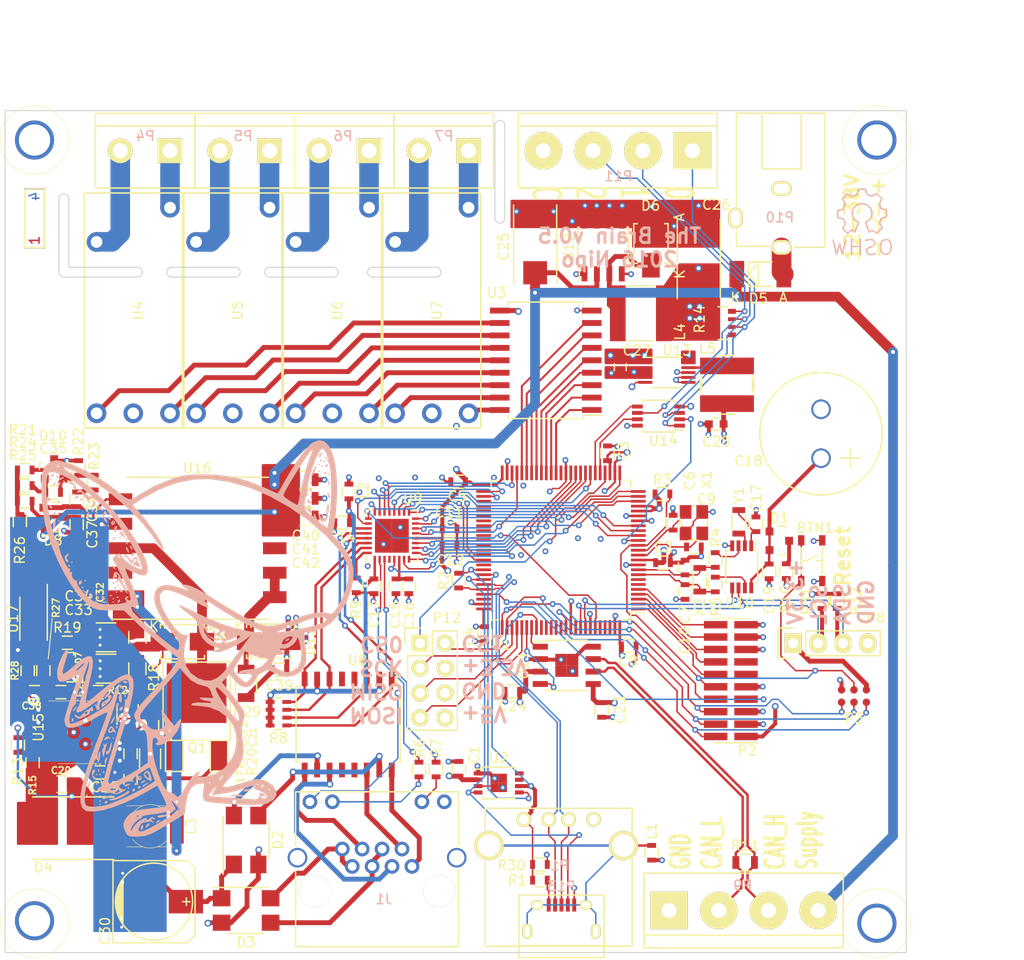
<source format=kicad_pcb>
(kicad_pcb (version 4) (host pcbnew 4.0.4-stable)

  (general
    (links 411)
    (no_connects 0)
    (area 49.949999 49.949999 142.050001 136.050001)
    (thickness 1.6)
    (drawings 49)
    (tracks 1834)
    (zones 0)
    (modules 134)
    (nets 164)
  )

  (page A4)
  (layers
    (0 F.Cu signal)
    (1 In1.Cu power hide)
    (2 In2.Cu power)
    (31 B.Cu signal)
    (32 B.Adhes user hide)
    (33 F.Adhes user hide)
    (34 B.Paste user hide)
    (35 F.Paste user hide)
    (36 B.SilkS user)
    (37 F.SilkS user)
    (38 B.Mask user)
    (39 F.Mask user hide)
    (40 Dwgs.User user)
    (41 Cmts.User user)
    (42 Eco1.User user)
    (43 Eco2.User user)
    (44 Edge.Cuts user)
    (45 Margin user)
    (46 B.CrtYd user)
    (47 F.CrtYd user)
    (48 B.Fab user hide)
    (49 F.Fab user hide)
  )

  (setup
    (last_trace_width 0.4)
    (user_trace_width 0.1524)
    (user_trace_width 0.2)
    (user_trace_width 0.25)
    (user_trace_width 0.4)
    (user_trace_width 0.5)
    (user_trace_width 1)
    (user_trace_width 2)
    (trace_clearance 0.1524)
    (zone_clearance 0.2)
    (zone_45_only yes)
    (trace_min 0.1524)
    (segment_width 0.2)
    (edge_width 0.1)
    (via_size 0.6048)
    (via_drill 0.3)
    (via_min_size 0.6048)
    (via_min_drill 0.3)
    (user_via 0.6048 0.3)
    (user_via 0.8 0.4)
    (user_via 1 0.5)
    (user_via 1.5 1)
    (uvia_size 0.3)
    (uvia_drill 0.1)
    (uvias_allowed no)
    (uvia_min_size 0.2)
    (uvia_min_drill 0.1)
    (pcb_text_width 0.3)
    (pcb_text_size 1.5 1.5)
    (mod_edge_width 0.15)
    (mod_text_size 1 1)
    (mod_text_width 0.15)
    (pad_size 1.7272 1.7272)
    (pad_drill 1.016)
    (pad_to_mask_clearance 0)
    (aux_axis_origin 0 0)
    (visible_elements FFFFEF7F)
    (pcbplotparams
      (layerselection 0x00030_ffffffff)
      (usegerberextensions false)
      (excludeedgelayer true)
      (linewidth 0.100000)
      (plotframeref false)
      (viasonmask false)
      (mode 1)
      (useauxorigin false)
      (hpglpennumber 1)
      (hpglpenspeed 20)
      (hpglpendiameter 15)
      (hpglpenoverlay 2)
      (psnegative false)
      (psa4output false)
      (plotreference true)
      (plotvalue true)
      (plotinvisibletext false)
      (padsonsilk false)
      (subtractmaskfromsilk false)
      (outputformat 1)
      (mirror false)
      (drillshape 1)
      (scaleselection 1)
      (outputdirectory ""))
  )

  (net 0 "")
  (net 1 +3V3)
  (net 2 /mcu/TMS)
  (net 3 GND)
  (net 4 /mcu/TCK)
  (net 5 /mcu/TDO)
  (net 6 /mcu/TDI)
  (net 7 /mcu/nRESET)
  (net 8 "Net-(P2-Pad11)")
  (net 9 /mcu/TraceCLK)
  (net 10 "Net-(P2-Pad13)")
  (net 11 /mcu/TraceData0)
  (net 12 /mcu/TraceData1)
  (net 13 /mcu/TraceData2)
  (net 14 /mcu/TraceData3)
  (net 15 "Net-(C6-Pad1)")
  (net 16 "Net-(C7-Pad1)")
  (net 17 "Net-(C9-Pad1)")
  (net 18 "Net-(C10-Pad1)")
  (net 19 "Net-(C15-Pad1)")
  (net 20 "Net-(C17-Pad1)")
  (net 21 "Net-(C18-Pad1)")
  (net 22 "Net-(D1-Pad3)")
  (net 23 "Net-(R9-Pad1)")
  (net 24 +5V)
  (net 25 "Net-(L1-Pad1)")
  (net 26 "Net-(J1-Pad10)")
  (net 27 "Net-(J1-Pad11)")
  (net 28 "Net-(U3-Pad17)")
  (net 29 "Net-(U3-Pad18)")
  (net 30 "Net-(P4-Pad2)")
  (net 31 "Net-(P4-Pad1)")
  (net 32 "Net-(U3-Pad15)")
  (net 33 "Net-(U3-Pad16)")
  (net 34 "Net-(P5-Pad2)")
  (net 35 "Net-(P5-Pad1)")
  (net 36 "Net-(U3-Pad13)")
  (net 37 "Net-(U3-Pad14)")
  (net 38 "Net-(P6-Pad2)")
  (net 39 "Net-(P6-Pad1)")
  (net 40 "Net-(U3-Pad11)")
  (net 41 "Net-(U3-Pad12)")
  (net 42 "Net-(P7-Pad2)")
  (net 43 "Net-(P7-Pad1)")
  (net 44 "Net-(U1-Pad82)")
  (net 45 "Net-(U1-Pad81)")
  (net 46 "Net-(U10-Pad2)")
  (net 47 "/I2C / RTC / Extension/IRQ")
  (net 48 "/I2C / RTC / Extension/OSC_OUT")
  (net 49 "Net-(U1-Pad39)")
  (net 50 "Net-(U1-Pad40)")
  (net 51 "Net-(U1-Pad41)")
  (net 52 "Net-(U1-Pad42)")
  (net 53 "Net-(U1-Pad43)")
  (net 54 "Net-(U1-Pad44)")
  (net 55 "Net-(U1-Pad45)")
  (net 56 "Net-(U1-Pad46)")
  (net 57 /ethernet/POE_VC1-)
  (net 58 /ethernet/POE_VC1+)
  (net 59 /ethernet/POE_VC2-)
  (net 60 /ethernet/POE_VC2+)
  (net 61 "Net-(U1-Pad6)")
  (net 62 "Net-(U1-Pad38)")
  (net 63 "Net-(U1-Pad73)")
  (net 64 "Net-(U1-Pad91)")
  (net 65 "Net-(U1-Pad97)")
  (net 66 "Net-(U1-Pad98)")
  (net 67 "Net-(U9-Pad4)")
  (net 68 /ethernet/CLK_25M)
  (net 69 /mcu/ETH_PHY_nIRQ)
  (net 70 /mcu/ETH_PHY_nRESET)
  (net 71 /ethernet/MDC)
  (net 72 /ethernet/TX_D2)
  (net 73 /ethernet/TX_CLK)
  (net 74 /ethernet/RX_CLK)
  (net 75 /ethernet/MDIO)
  (net 76 /ethernet/RX_DV)
  (net 77 /ethernet/RX_D0)
  (net 78 /ethernet/RX_D1)
  (net 79 /ethernet/RX_D2)
  (net 80 /ethernet/RX_D3)
  (net 81 /ethernet/RX_ER)
  (net 82 /ethernet/TX_EN)
  (net 83 /ethernet/TX_D0)
  (net 84 /ethernet/TX_D1)
  (net 85 /ethernet/TX_D3)
  (net 86 /ethernet/CRS)
  (net 87 /ethernet/COL)
  (net 88 /ethernet/LAN_VDD)
  (net 89 /ethernet/TD-)
  (net 90 /ethernet/TD+)
  (net 91 /ethernet/RD-)
  (net 92 /ethernet/RD+)
  (net 93 /ethernet/ETH_RX-)
  (net 94 /ethernet/ETH_RX+)
  (net 95 /ethernet/ETH_TX-)
  (net 96 /ethernet/ETH_TX+)
  (net 97 "Net-(R7-Pad1)")
  (net 98 "/I2C / RTC / Extension/SCL")
  (net 99 "/I2C / RTC / Extension/SDA")
  (net 100 GNDREF)
  (net 101 "Net-(R6-Pad1)")
  (net 102 /mcu/USB_D+)
  (net 103 /mcu/USB_D-)
  (net 104 /can/CAN-)
  (net 105 /can/CAN+)
  (net 106 "Net-(U2-Pad7)")
  (net 107 "Net-(U2-Pad8)")
  (net 108 "Net-(U1-Pad7)")
  (net 109 "Net-(U1-Pad53)")
  (net 110 "Net-(U1-Pad54)")
  (net 111 "Net-(U1-Pad60)")
  (net 112 "Net-(U1-Pad61)")
  (net 113 "Net-(U1-Pad62)")
  (net 114 "Net-(U1-Pad66)")
  (net 115 "Net-(U1-Pad96)")
  (net 116 "Net-(D6-Pad1)")
  (net 117 "Net-(L5-Pad2)")
  (net 118 "Net-(P10-Pad3)")
  (net 119 /power/VCan)
  (net 120 "Net-(D5-Pad2)")
  (net 121 "Net-(P11-Pad2)")
  (net 122 "Net-(P11-Pad3)")
  (net 123 "Net-(P11-Pad1)")
  (net 124 "Net-(R14-Pad5)")
  (net 125 /mcu/Input_0)
  (net 126 /mcu/Input_1)
  (net 127 /mcu/Input_2)
  (net 128 /mcu/CS0)
  (net 129 /mcu/CS1)
  (net 130 /mcu/SCK)
  (net 131 /mcu/MOSI)
  (net 132 /mcu/MISO)
  (net 133 /poe/VPoe)
  (net 134 /poe/GPoe)
  (net 135 "Net-(C22-Pad1)")
  (net 136 "Net-(R12-Pad1)")
  (net 137 "Net-(R13-Pad2)")
  (net 138 "Net-(C29-Pad1)")
  (net 139 "Net-(C32-Pad2)")
  (net 140 "Net-(D7-Pad2)")
  (net 141 "Net-(D9-Pad2)")
  (net 142 "Net-(R15-Pad1)")
  (net 143 "Net-(R16-Pad2)")
  (net 144 "Net-(R19-Pad1)")
  (net 145 /poe/Feedback)
  (net 146 "Net-(C31-Pad1)")
  (net 147 "Net-(D7-Pad1)")
  (net 148 /poe/VPoe2)
  (net 149 "Net-(Q1-Pad3)")
  (net 150 "Net-(Q1-Pad1)")
  (net 151 "Net-(C35-Pad1)")
  (net 152 "Net-(C35-Pad2)")
  (net 153 "Net-(C36-Pad2)")
  (net 154 "Net-(C37-Pad1)")
  (net 155 "Net-(C38-Pad2)")
  (net 156 "Net-(R26-Pad2)")
  (net 157 "Net-(C39-Pad1)")
  (net 158 "Net-(D11-Pad1)")
  (net 159 /poe/VBias)
  (net 160 /mcu/USB_VBus)
  (net 161 "Net-(P13-Pad1)")
  (net 162 "Net-(P13-Pad4)")
  (net 163 "Net-(R2-Pad1)")

  (net_class Default "This is the default net class."
    (clearance 0.1524)
    (trace_width 0.1524)
    (via_dia 0.6048)
    (via_drill 0.3)
    (uvia_dia 0.3)
    (uvia_drill 0.1)
    (add_net "/I2C / RTC / Extension/IRQ")
    (add_net "/I2C / RTC / Extension/OSC_OUT")
    (add_net "/I2C / RTC / Extension/SCL")
    (add_net "/I2C / RTC / Extension/SDA")
    (add_net /can/CAN+)
    (add_net /can/CAN-)
    (add_net /ethernet/CLK_25M)
    (add_net /ethernet/COL)
    (add_net /ethernet/CRS)
    (add_net /ethernet/MDC)
    (add_net /ethernet/MDIO)
    (add_net /ethernet/RX_CLK)
    (add_net /ethernet/RX_D0)
    (add_net /ethernet/RX_D1)
    (add_net /ethernet/RX_D2)
    (add_net /ethernet/RX_D3)
    (add_net /ethernet/RX_DV)
    (add_net /ethernet/RX_ER)
    (add_net /ethernet/TX_CLK)
    (add_net /ethernet/TX_D0)
    (add_net /ethernet/TX_D1)
    (add_net /ethernet/TX_D2)
    (add_net /ethernet/TX_D3)
    (add_net /ethernet/TX_EN)
    (add_net /mcu/CS0)
    (add_net /mcu/CS1)
    (add_net /mcu/ETH_PHY_nIRQ)
    (add_net /mcu/ETH_PHY_nRESET)
    (add_net /mcu/Input_0)
    (add_net /mcu/Input_1)
    (add_net /mcu/Input_2)
    (add_net /mcu/MISO)
    (add_net /mcu/MOSI)
    (add_net /mcu/SCK)
    (add_net /mcu/TCK)
    (add_net /mcu/TDI)
    (add_net /mcu/TDO)
    (add_net /mcu/TMS)
    (add_net /mcu/TraceCLK)
    (add_net /mcu/TraceData0)
    (add_net /mcu/TraceData1)
    (add_net /mcu/TraceData2)
    (add_net /mcu/TraceData3)
    (add_net /mcu/USB_D+)
    (add_net /mcu/USB_D-)
    (add_net /mcu/USB_VBus)
    (add_net /mcu/nRESET)
    (add_net /poe/Feedback)
    (add_net /poe/VBias)
    (add_net /poe/VPoe2)
    (add_net GND)
    (add_net "Net-(C10-Pad1)")
    (add_net "Net-(C15-Pad1)")
    (add_net "Net-(C17-Pad1)")
    (add_net "Net-(C18-Pad1)")
    (add_net "Net-(C22-Pad1)")
    (add_net "Net-(C29-Pad1)")
    (add_net "Net-(C31-Pad1)")
    (add_net "Net-(C32-Pad2)")
    (add_net "Net-(C35-Pad1)")
    (add_net "Net-(C35-Pad2)")
    (add_net "Net-(C36-Pad2)")
    (add_net "Net-(C37-Pad1)")
    (add_net "Net-(C38-Pad2)")
    (add_net "Net-(C39-Pad1)")
    (add_net "Net-(C6-Pad1)")
    (add_net "Net-(C7-Pad1)")
    (add_net "Net-(C9-Pad1)")
    (add_net "Net-(D1-Pad3)")
    (add_net "Net-(D11-Pad1)")
    (add_net "Net-(D5-Pad2)")
    (add_net "Net-(D6-Pad1)")
    (add_net "Net-(D7-Pad1)")
    (add_net "Net-(D7-Pad2)")
    (add_net "Net-(D9-Pad2)")
    (add_net "Net-(J1-Pad10)")
    (add_net "Net-(J1-Pad11)")
    (add_net "Net-(L1-Pad1)")
    (add_net "Net-(L5-Pad2)")
    (add_net "Net-(P10-Pad3)")
    (add_net "Net-(P11-Pad1)")
    (add_net "Net-(P11-Pad2)")
    (add_net "Net-(P11-Pad3)")
    (add_net "Net-(P13-Pad1)")
    (add_net "Net-(P13-Pad4)")
    (add_net "Net-(P2-Pad11)")
    (add_net "Net-(P2-Pad13)")
    (add_net "Net-(P4-Pad1)")
    (add_net "Net-(P4-Pad2)")
    (add_net "Net-(P5-Pad1)")
    (add_net "Net-(P5-Pad2)")
    (add_net "Net-(P6-Pad1)")
    (add_net "Net-(P6-Pad2)")
    (add_net "Net-(P7-Pad1)")
    (add_net "Net-(P7-Pad2)")
    (add_net "Net-(Q1-Pad1)")
    (add_net "Net-(Q1-Pad3)")
    (add_net "Net-(R12-Pad1)")
    (add_net "Net-(R13-Pad2)")
    (add_net "Net-(R14-Pad5)")
    (add_net "Net-(R15-Pad1)")
    (add_net "Net-(R16-Pad2)")
    (add_net "Net-(R19-Pad1)")
    (add_net "Net-(R2-Pad1)")
    (add_net "Net-(R26-Pad2)")
    (add_net "Net-(R6-Pad1)")
    (add_net "Net-(R7-Pad1)")
    (add_net "Net-(R9-Pad1)")
    (add_net "Net-(U1-Pad38)")
    (add_net "Net-(U1-Pad39)")
    (add_net "Net-(U1-Pad40)")
    (add_net "Net-(U1-Pad41)")
    (add_net "Net-(U1-Pad42)")
    (add_net "Net-(U1-Pad43)")
    (add_net "Net-(U1-Pad44)")
    (add_net "Net-(U1-Pad45)")
    (add_net "Net-(U1-Pad46)")
    (add_net "Net-(U1-Pad53)")
    (add_net "Net-(U1-Pad54)")
    (add_net "Net-(U1-Pad6)")
    (add_net "Net-(U1-Pad60)")
    (add_net "Net-(U1-Pad61)")
    (add_net "Net-(U1-Pad62)")
    (add_net "Net-(U1-Pad66)")
    (add_net "Net-(U1-Pad7)")
    (add_net "Net-(U1-Pad73)")
    (add_net "Net-(U1-Pad81)")
    (add_net "Net-(U1-Pad82)")
    (add_net "Net-(U1-Pad91)")
    (add_net "Net-(U1-Pad96)")
    (add_net "Net-(U1-Pad97)")
    (add_net "Net-(U1-Pad98)")
    (add_net "Net-(U10-Pad2)")
    (add_net "Net-(U2-Pad7)")
    (add_net "Net-(U2-Pad8)")
    (add_net "Net-(U9-Pad4)")
  )

  (net_class More ""
    (clearance 0.2)
    (trace_width 0.25)
    (via_dia 0.6048)
    (via_drill 0.3)
    (uvia_dia 0.3)
    (uvia_drill 0.1)
    (add_net /ethernet/RD+)
    (add_net /ethernet/RD-)
    (add_net /ethernet/TD+)
    (add_net /ethernet/TD-)
  )

  (net_class Power ""
    (clearance 0.1524)
    (trace_width 0.5)
    (via_dia 0.7)
    (via_drill 0.4)
    (uvia_dia 0.3)
    (uvia_drill 0.1)
    (add_net +3V3)
    (add_net +5V)
    (add_net /ethernet/ETH_RX+)
    (add_net /ethernet/ETH_RX-)
    (add_net /ethernet/ETH_TX+)
    (add_net /ethernet/ETH_TX-)
    (add_net /ethernet/LAN_VDD)
    (add_net /ethernet/POE_VC1+)
    (add_net /ethernet/POE_VC1-)
    (add_net /ethernet/POE_VC2+)
    (add_net /ethernet/POE_VC2-)
    (add_net /poe/GPoe)
    (add_net /poe/VPoe)
    (add_net /power/VCan)
    (add_net GNDREF)
    (add_net "Net-(U3-Pad11)")
    (add_net "Net-(U3-Pad12)")
    (add_net "Net-(U3-Pad13)")
    (add_net "Net-(U3-Pad14)")
    (add_net "Net-(U3-Pad15)")
    (add_net "Net-(U3-Pad16)")
    (add_net "Net-(U3-Pad17)")
    (add_net "Net-(U3-Pad18)")
  )

  (net_class Power2 ""
    (clearance 1)
    (trace_width 0.5)
    (via_dia 1)
    (via_drill 0.5)
    (uvia_dia 0.3)
    (uvia_drill 0.1)
  )

  (module Connect:USB_A (layer F.Cu) (tedit 5543E289) (tstamp 57C37A26)
    (at 102.95914 122.40212)
    (descr "USB A connector")
    (tags "USB USB_A")
    (path /57A213D7/57BD5361)
    (fp_text reference P1 (at 3.64086 4.69788 180) (layer B.SilkS)
      (effects (font (size 1 1) (thickness 0.15)) (justify mirror))
    )
    (fp_text value USBA (at 3.83794 7.43458) (layer F.Fab)
      (effects (font (size 1 1) (thickness 0.15)))
    )
    (fp_line (start -5.3 13.2) (end -5.3 -1.4) (layer F.CrtYd) (width 0.05))
    (fp_line (start 11.95 -1.4) (end 11.95 13.2) (layer F.CrtYd) (width 0.05))
    (fp_line (start -5.3 13.2) (end 11.95 13.2) (layer F.CrtYd) (width 0.05))
    (fp_line (start -5.3 -1.4) (end 11.95 -1.4) (layer F.CrtYd) (width 0.05))
    (fp_line (start 11.04986 -1.14512) (end 11.04986 12.95188) (layer F.SilkS) (width 0.15))
    (fp_line (start -3.93614 12.95188) (end -3.93614 -1.14512) (layer F.SilkS) (width 0.15))
    (fp_line (start 11.04986 -1.14512) (end -3.93614 -1.14512) (layer F.SilkS) (width 0.15))
    (fp_line (start 11.04986 12.95188) (end -3.93614 12.95188) (layer F.SilkS) (width 0.15))
    (pad 4 thru_hole circle (at 7.11286 -0.00212 270) (size 1.50114 1.50114) (drill 1.00076) (layers *.Cu *.Mask F.SilkS)
      (net 3 GND))
    (pad 3 thru_hole circle (at 4.57286 -0.00212 270) (size 1.50114 1.50114) (drill 1.00076) (layers *.Cu *.Mask F.SilkS)
      (net 102 /mcu/USB_D+))
    (pad 2 thru_hole circle (at 2.54086 -0.00212 270) (size 1.50114 1.50114) (drill 1.00076) (layers *.Cu *.Mask F.SilkS)
      (net 103 /mcu/USB_D-))
    (pad 1 thru_hole circle (at 0.00086 -0.00212 270) (size 1.50114 1.50114) (drill 1.00076) (layers *.Cu *.Mask F.SilkS)
      (net 160 /mcu/USB_VBus))
    (pad 5 thru_hole circle (at 10.16086 2.66488 270) (size 2.99974 2.99974) (drill 2.30124) (layers *.Cu *.Mask F.SilkS)
      (net 25 "Net-(L1-Pad1)"))
    (pad 5 thru_hole circle (at -3.55514 2.66488 270) (size 2.99974 2.99974) (drill 2.30124) (layers *.Cu *.Mask F.SilkS)
      (net 25 "Net-(L1-Pad1)"))
    (model Connect.3dshapes/USB_A.wrl
      (at (xyz 0.14 0 0))
      (scale (xyz 1 1 1))
      (rotate (xyz 0 0 90))
    )
  )

  (module Pin_Headers:Pin_Header_Straight_2x04 (layer F.Cu) (tedit 57C9A701) (tstamp 57CA0578)
    (at 92.36 104.4)
    (descr "Through hole pin header")
    (tags "pin header")
    (path /57A213D7/57C9C680)
    (fp_text reference P12 (at 2.74 -2.6) (layer F.SilkS)
      (effects (font (size 1 1) (thickness 0.15)))
    )
    (fp_text value SPI (at 0 -3.1) (layer F.Fab)
      (effects (font (size 1 1) (thickness 0.15)))
    )
    (fp_line (start -1.75 -1.75) (end -1.75 9.4) (layer F.CrtYd) (width 0.05))
    (fp_line (start 4.3 -1.75) (end 4.3 9.4) (layer F.CrtYd) (width 0.05))
    (fp_line (start -1.75 -1.75) (end 4.3 -1.75) (layer F.CrtYd) (width 0.05))
    (fp_line (start -1.75 9.4) (end 4.3 9.4) (layer F.CrtYd) (width 0.05))
    (fp_line (start -1.27 1.27) (end -1.27 8.89) (layer F.SilkS) (width 0.15))
    (fp_line (start -1.27 8.89) (end 3.81 8.89) (layer F.SilkS) (width 0.15))
    (fp_line (start 3.81 8.89) (end 3.81 -1.27) (layer F.SilkS) (width 0.15))
    (fp_line (start 3.81 -1.27) (end 1.27 -1.27) (layer F.SilkS) (width 0.15))
    (fp_line (start 0 -1.55) (end -1.55 -1.55) (layer F.SilkS) (width 0.15))
    (fp_line (start 1.27 -1.27) (end 1.27 1.27) (layer F.SilkS) (width 0.15))
    (fp_line (start 1.27 1.27) (end -1.27 1.27) (layer F.SilkS) (width 0.15))
    (fp_line (start -1.55 -1.55) (end -1.55 0) (layer F.SilkS) (width 0.15))
    (pad 1 thru_hole rect (at 0 0) (size 1.7272 1.7272) (drill 1.016) (layers *.Cu *.Mask F.SilkS)
      (net 128 /mcu/CS0))
    (pad 2 thru_hole oval (at 2.54 0) (size 1.7272 1.7272) (drill 1.016) (layers *.Cu *.Mask F.SilkS)
      (net 129 /mcu/CS1))
    (pad 3 thru_hole oval (at 0 2.54) (size 1.7272 1.7272) (drill 1.016) (layers *.Cu *.Mask F.SilkS)
      (net 130 /mcu/SCK))
    (pad 4 thru_hole oval (at 2.54 2.54) (size 1.7272 1.7272) (drill 1.016) (layers *.Cu *.Mask F.SilkS)
      (net 1 +3V3) (zone_connect 2))
    (pad 5 thru_hole oval (at 0 5.08) (size 1.7272 1.7272) (drill 1.016) (layers *.Cu *.Mask F.SilkS)
      (net 132 /mcu/MISO))
    (pad 6 thru_hole oval (at 2.54 5.08) (size 1.7272 1.7272) (drill 1.016) (layers *.Cu *.Mask F.SilkS)
      (net 3 GND))
    (pad 7 thru_hole oval (at 0 7.62) (size 1.7272 1.7272) (drill 1.016) (layers *.Cu *.Mask F.SilkS)
      (net 131 /mcu/MOSI))
    (pad 8 thru_hole oval (at 2.54 7.62) (size 1.7272 1.7272) (drill 1.016) (layers *.Cu *.Mask F.SilkS)
      (net 24 +5V) (zone_connect 2))
    (model Pin_Headers.3dshapes/Pin_Header_Straight_2x04.wrl
      (at (xyz 0.05 -0.15 0))
      (scale (xyz 1 1 1))
      (rotate (xyz 0 0 90))
    )
  )

  (module Housings_QFP:LQFP-100_14x14mm_Pitch0.5mm (layer F.Cu) (tedit 54130A77) (tstamp 57C377BF)
    (at 106.75 94.9 180)
    (descr "LQFP100: plastic low profile quad flat package; 100 leads; body 14 x 14 x 1.4 mm (see NXP sot407-1_po.pdf and sot407-1_fr.pdf)")
    (tags "QFP 0.5")
    (path /57A213D7/57BCD0F0)
    (attr smd)
    (fp_text reference U1 (at 6.07 -9.66 180) (layer F.SilkS)
      (effects (font (size 1 1) (thickness 0.15)))
    )
    (fp_text value STM32F107VCT (at 0 9.65 180) (layer F.Fab)
      (effects (font (size 1 1) (thickness 0.15)))
    )
    (fp_line (start -8.9 -8.9) (end -8.9 8.9) (layer F.CrtYd) (width 0.05))
    (fp_line (start 8.9 -8.9) (end 8.9 8.9) (layer F.CrtYd) (width 0.05))
    (fp_line (start -8.9 -8.9) (end 8.9 -8.9) (layer F.CrtYd) (width 0.05))
    (fp_line (start -8.9 8.9) (end 8.9 8.9) (layer F.CrtYd) (width 0.05))
    (fp_line (start -7.125 -7.125) (end -7.125 -6.365) (layer F.SilkS) (width 0.15))
    (fp_line (start 7.125 -7.125) (end 7.125 -6.365) (layer F.SilkS) (width 0.15))
    (fp_line (start 7.125 7.125) (end 7.125 6.365) (layer F.SilkS) (width 0.15))
    (fp_line (start -7.125 7.125) (end -7.125 6.365) (layer F.SilkS) (width 0.15))
    (fp_line (start -7.125 -7.125) (end -6.365 -7.125) (layer F.SilkS) (width 0.15))
    (fp_line (start -7.125 7.125) (end -6.365 7.125) (layer F.SilkS) (width 0.15))
    (fp_line (start 7.125 7.125) (end 6.365 7.125) (layer F.SilkS) (width 0.15))
    (fp_line (start 7.125 -7.125) (end 6.365 -7.125) (layer F.SilkS) (width 0.15))
    (fp_line (start -7.125 -6.365) (end -8.65 -6.365) (layer F.SilkS) (width 0.15))
    (pad 1 smd rect (at -7.9 -6 180) (size 1.5 0.28) (layers F.Cu F.Paste F.Mask)
      (net 9 /mcu/TraceCLK))
    (pad 2 smd rect (at -7.9 -5.5 180) (size 1.5 0.28) (layers F.Cu F.Paste F.Mask)
      (net 11 /mcu/TraceData0))
    (pad 3 smd rect (at -7.9 -5 180) (size 1.5 0.28) (layers F.Cu F.Paste F.Mask)
      (net 12 /mcu/TraceData1))
    (pad 4 smd rect (at -7.9 -4.5 180) (size 1.5 0.28) (layers F.Cu F.Paste F.Mask)
      (net 13 /mcu/TraceData2))
    (pad 5 smd rect (at -7.9 -4 180) (size 1.5 0.28) (layers F.Cu F.Paste F.Mask)
      (net 14 /mcu/TraceData3))
    (pad 6 smd rect (at -7.9 -3.5 180) (size 1.5 0.28) (layers F.Cu F.Paste F.Mask)
      (net 61 "Net-(U1-Pad6)"))
    (pad 7 smd rect (at -7.9 -3 180) (size 1.5 0.28) (layers F.Cu F.Paste F.Mask)
      (net 108 "Net-(U1-Pad7)"))
    (pad 8 smd rect (at -7.9 -2.5 180) (size 1.5 0.28) (layers F.Cu F.Paste F.Mask)
      (net 18 "Net-(C10-Pad1)"))
    (pad 9 smd rect (at -7.9 -2 180) (size 1.5 0.28) (layers F.Cu F.Paste F.Mask)
      (net 16 "Net-(C7-Pad1)"))
    (pad 10 smd rect (at -7.9 -1.5 180) (size 1.5 0.28) (layers F.Cu F.Paste F.Mask)
      (net 3 GND))
    (pad 11 smd rect (at -7.9 -1 180) (size 1.5 0.28) (layers F.Cu F.Paste F.Mask)
      (net 1 +3V3))
    (pad 12 smd rect (at -7.9 -0.5 180) (size 1.5 0.28) (layers F.Cu F.Paste F.Mask)
      (net 17 "Net-(C9-Pad1)"))
    (pad 13 smd rect (at -7.9 0 180) (size 1.5 0.28) (layers F.Cu F.Paste F.Mask)
      (net 15 "Net-(C6-Pad1)"))
    (pad 14 smd rect (at -7.9 0.5 180) (size 1.5 0.28) (layers F.Cu F.Paste F.Mask)
      (net 7 /mcu/nRESET))
    (pad 15 smd rect (at -7.9 1 180) (size 1.5 0.28) (layers F.Cu F.Paste F.Mask)
      (net 127 /mcu/Input_2))
    (pad 16 smd rect (at -7.9 1.5 180) (size 1.5 0.28) (layers F.Cu F.Paste F.Mask)
      (net 71 /ethernet/MDC))
    (pad 17 smd rect (at -7.9 2 180) (size 1.5 0.28) (layers F.Cu F.Paste F.Mask)
      (net 72 /ethernet/TX_D2))
    (pad 18 smd rect (at -7.9 2.5 180) (size 1.5 0.28) (layers F.Cu F.Paste F.Mask)
      (net 73 /ethernet/TX_CLK))
    (pad 19 smd rect (at -7.9 3 180) (size 1.5 0.28) (layers F.Cu F.Paste F.Mask)
      (net 3 GND))
    (pad 20 smd rect (at -7.9 3.5 180) (size 1.5 0.28) (layers F.Cu F.Paste F.Mask)
      (net 3 GND))
    (pad 21 smd rect (at -7.9 4 180) (size 1.5 0.28) (layers F.Cu F.Paste F.Mask)
      (net 1 +3V3))
    (pad 22 smd rect (at -7.9 4.5 180) (size 1.5 0.28) (layers F.Cu F.Paste F.Mask)
      (net 1 +3V3))
    (pad 23 smd rect (at -7.9 5 180) (size 1.5 0.28) (layers F.Cu F.Paste F.Mask)
      (net 86 /ethernet/CRS))
    (pad 24 smd rect (at -7.9 5.5 180) (size 1.5 0.28) (layers F.Cu F.Paste F.Mask)
      (net 74 /ethernet/RX_CLK))
    (pad 25 smd rect (at -7.9 6 180) (size 1.5 0.28) (layers F.Cu F.Paste F.Mask)
      (net 75 /ethernet/MDIO))
    (pad 26 smd rect (at -6 7.9 270) (size 1.5 0.28) (layers F.Cu F.Paste F.Mask)
      (net 87 /ethernet/COL))
    (pad 27 smd rect (at -5.5 7.9 270) (size 1.5 0.28) (layers F.Cu F.Paste F.Mask)
      (net 3 GND))
    (pad 28 smd rect (at -5 7.9 270) (size 1.5 0.28) (layers F.Cu F.Paste F.Mask)
      (net 1 +3V3))
    (pad 29 smd rect (at -4.5 7.9 270) (size 1.5 0.28) (layers F.Cu F.Paste F.Mask)
      (net 128 /mcu/CS0))
    (pad 30 smd rect (at -4 7.9 270) (size 1.5 0.28) (layers F.Cu F.Paste F.Mask)
      (net 125 /mcu/Input_0))
    (pad 31 smd rect (at -3.5 7.9 270) (size 1.5 0.28) (layers F.Cu F.Paste F.Mask)
      (net 126 /mcu/Input_1))
    (pad 32 smd rect (at -3 7.9 270) (size 1.5 0.28) (layers F.Cu F.Paste F.Mask)
      (net 76 /ethernet/RX_DV))
    (pad 33 smd rect (at -2.5 7.9 270) (size 1.5 0.28) (layers F.Cu F.Paste F.Mask)
      (net 77 /ethernet/RX_D0))
    (pad 34 smd rect (at -2 7.9 270) (size 1.5 0.28) (layers F.Cu F.Paste F.Mask)
      (net 78 /ethernet/RX_D1))
    (pad 35 smd rect (at -1.5 7.9 270) (size 1.5 0.28) (layers F.Cu F.Paste F.Mask)
      (net 79 /ethernet/RX_D2))
    (pad 36 smd rect (at -1 7.9 270) (size 1.5 0.28) (layers F.Cu F.Paste F.Mask)
      (net 80 /ethernet/RX_D3))
    (pad 37 smd rect (at -0.5 7.9 270) (size 1.5 0.28) (layers F.Cu F.Paste F.Mask)
      (net 3 GND))
    (pad 38 smd rect (at 0 7.9 270) (size 1.5 0.28) (layers F.Cu F.Paste F.Mask)
      (net 62 "Net-(U1-Pad38)"))
    (pad 39 smd rect (at 0.5 7.9 270) (size 1.5 0.28) (layers F.Cu F.Paste F.Mask)
      (net 49 "Net-(U1-Pad39)"))
    (pad 40 smd rect (at 1 7.9 270) (size 1.5 0.28) (layers F.Cu F.Paste F.Mask)
      (net 50 "Net-(U1-Pad40)"))
    (pad 41 smd rect (at 1.5 7.9 270) (size 1.5 0.28) (layers F.Cu F.Paste F.Mask)
      (net 51 "Net-(U1-Pad41)"))
    (pad 42 smd rect (at 2 7.9 270) (size 1.5 0.28) (layers F.Cu F.Paste F.Mask)
      (net 52 "Net-(U1-Pad42)"))
    (pad 43 smd rect (at 2.5 7.9 270) (size 1.5 0.28) (layers F.Cu F.Paste F.Mask)
      (net 53 "Net-(U1-Pad43)"))
    (pad 44 smd rect (at 3 7.9 270) (size 1.5 0.28) (layers F.Cu F.Paste F.Mask)
      (net 54 "Net-(U1-Pad44)"))
    (pad 45 smd rect (at 3.5 7.9 270) (size 1.5 0.28) (layers F.Cu F.Paste F.Mask)
      (net 55 "Net-(U1-Pad45)"))
    (pad 46 smd rect (at 4 7.9 270) (size 1.5 0.28) (layers F.Cu F.Paste F.Mask)
      (net 56 "Net-(U1-Pad46)"))
    (pad 47 smd rect (at 4.5 7.9 270) (size 1.5 0.28) (layers F.Cu F.Paste F.Mask)
      (net 81 /ethernet/RX_ER))
    (pad 48 smd rect (at 5 7.9 270) (size 1.5 0.28) (layers F.Cu F.Paste F.Mask)
      (net 82 /ethernet/TX_EN))
    (pad 49 smd rect (at 5.5 7.9 270) (size 1.5 0.28) (layers F.Cu F.Paste F.Mask)
      (net 3 GND))
    (pad 50 smd rect (at 6 7.9 270) (size 1.5 0.28) (layers F.Cu F.Paste F.Mask)
      (net 1 +3V3))
    (pad 51 smd rect (at 7.9 6 180) (size 1.5 0.28) (layers F.Cu F.Paste F.Mask)
      (net 83 /ethernet/TX_D0))
    (pad 52 smd rect (at 7.9 5.5 180) (size 1.5 0.28) (layers F.Cu F.Paste F.Mask)
      (net 84 /ethernet/TX_D1))
    (pad 53 smd rect (at 7.9 5 180) (size 1.5 0.28) (layers F.Cu F.Paste F.Mask)
      (net 109 "Net-(U1-Pad53)"))
    (pad 54 smd rect (at 7.9 4.5 180) (size 1.5 0.28) (layers F.Cu F.Paste F.Mask)
      (net 110 "Net-(U1-Pad54)"))
    (pad 55 smd rect (at 7.9 4 180) (size 1.5 0.28) (layers F.Cu F.Paste F.Mask))
    (pad 56 smd rect (at 7.9 3.5 180) (size 1.5 0.28) (layers F.Cu F.Paste F.Mask))
    (pad 57 smd rect (at 7.9 3 180) (size 1.5 0.28) (layers F.Cu F.Paste F.Mask))
    (pad 58 smd rect (at 7.9 2.5 180) (size 1.5 0.28) (layers F.Cu F.Paste F.Mask))
    (pad 59 smd rect (at 7.9 2 180) (size 1.5 0.28) (layers F.Cu F.Paste F.Mask))
    (pad 60 smd rect (at 7.9 1.5 180) (size 1.5 0.28) (layers F.Cu F.Paste F.Mask)
      (net 111 "Net-(U1-Pad60)"))
    (pad 61 smd rect (at 7.9 1 180) (size 1.5 0.28) (layers F.Cu F.Paste F.Mask)
      (net 112 "Net-(U1-Pad61)"))
    (pad 62 smd rect (at 7.9 0.5 180) (size 1.5 0.28) (layers F.Cu F.Paste F.Mask)
      (net 113 "Net-(U1-Pad62)"))
    (pad 63 smd rect (at 7.9 0 180) (size 1.5 0.28) (layers F.Cu F.Paste F.Mask)
      (net 68 /ethernet/CLK_25M))
    (pad 64 smd rect (at 7.9 -0.5 180) (size 1.5 0.28) (layers F.Cu F.Paste F.Mask)
      (net 70 /mcu/ETH_PHY_nRESET))
    (pad 65 smd rect (at 7.9 -1 180) (size 1.5 0.28) (layers F.Cu F.Paste F.Mask)
      (net 69 /mcu/ETH_PHY_nIRQ))
    (pad 66 smd rect (at 7.9 -1.5 180) (size 1.5 0.28) (layers F.Cu F.Paste F.Mask)
      (net 114 "Net-(U1-Pad66)"))
    (pad 67 smd rect (at 7.9 -2 180) (size 1.5 0.28) (layers F.Cu F.Paste F.Mask)
      (net 163 "Net-(R2-Pad1)"))
    (pad 68 smd rect (at 7.9 -2.5 180) (size 1.5 0.28) (layers F.Cu F.Paste F.Mask)
      (net 160 /mcu/USB_VBus))
    (pad 69 smd rect (at 7.9 -3 180) (size 1.5 0.28) (layers F.Cu F.Paste F.Mask)
      (net 162 "Net-(P13-Pad4)"))
    (pad 70 smd rect (at 7.9 -3.5 180) (size 1.5 0.28) (layers F.Cu F.Paste F.Mask)
      (net 103 /mcu/USB_D-))
    (pad 71 smd rect (at 7.9 -4 180) (size 1.5 0.28) (layers F.Cu F.Paste F.Mask)
      (net 102 /mcu/USB_D+))
    (pad 72 smd rect (at 7.9 -4.5 180) (size 1.5 0.28) (layers F.Cu F.Paste F.Mask)
      (net 2 /mcu/TMS))
    (pad 73 smd rect (at 7.9 -5 180) (size 1.5 0.28) (layers F.Cu F.Paste F.Mask)
      (net 63 "Net-(U1-Pad73)"))
    (pad 74 smd rect (at 7.9 -5.5 180) (size 1.5 0.28) (layers F.Cu F.Paste F.Mask)
      (net 3 GND))
    (pad 75 smd rect (at 7.9 -6 180) (size 1.5 0.28) (layers F.Cu F.Paste F.Mask)
      (net 1 +3V3))
    (pad 76 smd rect (at 6 -7.9 270) (size 1.5 0.28) (layers F.Cu F.Paste F.Mask)
      (net 4 /mcu/TCK))
    (pad 77 smd rect (at 5.5 -7.9 270) (size 1.5 0.28) (layers F.Cu F.Paste F.Mask)
      (net 6 /mcu/TDI))
    (pad 78 smd rect (at 5 -7.9 270) (size 1.5 0.28) (layers F.Cu F.Paste F.Mask)
      (net 130 /mcu/SCK))
    (pad 79 smd rect (at 4.5 -7.9 270) (size 1.5 0.28) (layers F.Cu F.Paste F.Mask)
      (net 132 /mcu/MISO))
    (pad 80 smd rect (at 4 -7.9 270) (size 1.5 0.28) (layers F.Cu F.Paste F.Mask)
      (net 131 /mcu/MOSI))
    (pad 81 smd rect (at 3.5 -7.9 270) (size 1.5 0.28) (layers F.Cu F.Paste F.Mask)
      (net 45 "Net-(U1-Pad81)"))
    (pad 82 smd rect (at 3 -7.9 270) (size 1.5 0.28) (layers F.Cu F.Paste F.Mask)
      (net 44 "Net-(U1-Pad82)"))
    (pad 83 smd rect (at 2.5 -7.9 270) (size 1.5 0.28) (layers F.Cu F.Paste F.Mask)
      (net 129 /mcu/CS1))
    (pad 84 smd rect (at 2 -7.9 270) (size 1.5 0.28) (layers F.Cu F.Paste F.Mask))
    (pad 85 smd rect (at 1.5 -7.9 270) (size 1.5 0.28) (layers F.Cu F.Paste F.Mask))
    (pad 86 smd rect (at 1 -7.9 270) (size 1.5 0.28) (layers F.Cu F.Paste F.Mask))
    (pad 87 smd rect (at 0.5 -7.9 270) (size 1.5 0.28) (layers F.Cu F.Paste F.Mask))
    (pad 88 smd rect (at 0 -7.9 270) (size 1.5 0.28) (layers F.Cu F.Paste F.Mask))
    (pad 89 smd rect (at -0.5 -7.9 270) (size 1.5 0.28) (layers F.Cu F.Paste F.Mask)
      (net 5 /mcu/TDO))
    (pad 90 smd rect (at -1 -7.9 270) (size 1.5 0.28) (layers F.Cu F.Paste F.Mask)
      (net 3 GND))
    (pad 91 smd rect (at -1.5 -7.9 270) (size 1.5 0.28) (layers F.Cu F.Paste F.Mask)
      (net 64 "Net-(U1-Pad91)"))
    (pad 92 smd rect (at -2 -7.9 270) (size 1.5 0.28) (layers F.Cu F.Paste F.Mask)
      (net 98 "/I2C / RTC / Extension/SCL"))
    (pad 93 smd rect (at -2.5 -7.9 270) (size 1.5 0.28) (layers F.Cu F.Paste F.Mask)
      (net 99 "/I2C / RTC / Extension/SDA"))
    (pad 94 smd rect (at -3 -7.9 270) (size 1.5 0.28) (layers F.Cu F.Paste F.Mask)
      (net 3 GND))
    (pad 95 smd rect (at -3.5 -7.9 270) (size 1.5 0.28) (layers F.Cu F.Paste F.Mask)
      (net 85 /ethernet/TX_D3))
    (pad 96 smd rect (at -4 -7.9 270) (size 1.5 0.28) (layers F.Cu F.Paste F.Mask)
      (net 115 "Net-(U1-Pad96)"))
    (pad 97 smd rect (at -4.5 -7.9 270) (size 1.5 0.28) (layers F.Cu F.Paste F.Mask)
      (net 65 "Net-(U1-Pad97)"))
    (pad 98 smd rect (at -5 -7.9 270) (size 1.5 0.28) (layers F.Cu F.Paste F.Mask)
      (net 66 "Net-(U1-Pad98)"))
    (pad 99 smd rect (at -5.5 -7.9 270) (size 1.5 0.28) (layers F.Cu F.Paste F.Mask)
      (net 3 GND))
    (pad 100 smd rect (at -6 -7.9 270) (size 1.5 0.28) (layers F.Cu F.Paste F.Mask)
      (net 1 +3V3))
    (model Housings_QFP.3dshapes/LQFP-100_14x14mm_Pitch0.5mm.wrl
      (at (xyz 0 0 0))
      (scale (xyz 1 1 1))
      (rotate (xyz 0 0 0))
    )
  )

  (module Abracon:ABM8G (layer F.Cu) (tedit 56F3EB4E) (tstamp 57C37BAB)
    (at 120.32122 92.089165 90)
    (path /57A213D7/57BCDC66)
    (fp_text reference X1 (at 4.389165 1.27878 90) (layer F.SilkS)
      (effects (font (size 1 1) (thickness 0.15)))
    )
    (fp_text value 25MHz (at 0 -2.15 90) (layer F.Fab)
      (effects (font (size 1 1) (thickness 0.15)))
    )
    (fp_line (start -1.7 0.15) (end -1.7 -0.15) (layer F.SilkS) (width 0.15))
    (fp_line (start 0.3 1.35) (end -0.3 1.35) (layer F.SilkS) (width 0.15))
    (fp_line (start 1.7 -0.15) (end 1.7 0.15) (layer F.SilkS) (width 0.15))
    (fp_line (start -0.3 -1.35) (end 0.3 -1.35) (layer F.SilkS) (width 0.15))
    (fp_line (start -1.6 1.25) (end -1.6 -1.25) (layer F.CrtYd) (width 0.05))
    (fp_line (start 1.6 1.25) (end -1.6 1.25) (layer F.CrtYd) (width 0.05))
    (fp_line (start 1.6 -1.25) (end 1.6 1.25) (layer F.CrtYd) (width 0.05))
    (fp_line (start -1.6 -1.25) (end 1.6 -1.25) (layer F.CrtYd) (width 0.05))
    (pad 3 smd rect (at -1.1 -0.85 90) (size 1.4 1.2) (layers F.Cu F.Paste F.Mask)
      (net 3 GND))
    (pad 2 smd rect (at 1.1 -0.85 90) (size 1.4 1.2) (layers F.Cu F.Paste F.Mask)
      (net 15 "Net-(C6-Pad1)"))
    (pad 3 smd rect (at 1.1 0.85 90) (size 1.4 1.2) (layers F.Cu F.Paste F.Mask)
      (net 3 GND))
    (pad 1 smd rect (at -1.1 0.85 90) (size 1.4 1.2) (layers F.Cu F.Paste F.Mask)
      (net 17 "Net-(C9-Pad1)"))
    (model /Users/nipo/projects/hardware/kicad-library/Abracon.3dshapes/ABM8G.wrl
      (at (xyz 0 0 0))
      (scale (xyz 0.3937 0.3937 0.3937))
      (rotate (xyz -90 0 0))
    )
  )

  (module Abracon:ABS07 (layer F.Cu) (tedit 57C35276) (tstamp 57C37B85)
    (at 120.916 97.919 270)
    (descr http://www.abracon.com/Resonators/ABS07.pdf)
    (tags "ABS07 Crystal")
    (path /57A213D7/57BD5AA4)
    (fp_text reference X2 (at 2.781 0.016 270) (layer F.SilkS)
      (effects (font (size 1 1) (thickness 0.15)))
    )
    (fp_text value 32768Hz (at 0 -1.4 270) (layer F.Fab)
      (effects (font (size 1 1) (thickness 0.15)))
    )
    (fp_line (start 0.75 0.7) (end -0.75 0.7) (layer F.SilkS) (width 0.15))
    (fp_line (start -0.75 -0.7) (end 0.75 -0.7) (layer F.SilkS) (width 0.15))
    (fp_line (start 1.6 -0.75) (end 1.6 0.75) (layer F.CrtYd) (width 0.05))
    (fp_line (start -1.6 -0.75) (end 1.6 -0.75) (layer F.CrtYd) (width 0.05))
    (fp_line (start 1.6 0.75) (end -1.6 0.75) (layer F.CrtYd) (width 0.05))
    (fp_line (start -1.6 0.75) (end -1.6 -0.75) (layer F.CrtYd) (width 0.05))
    (pad 1 smd rect (at -1.2 0 270) (size 0.6 1.3) (layers F.Cu F.Paste F.Mask)
      (net 16 "Net-(C7-Pad1)") (clearance 0.3))
    (pad 2 smd rect (at 1.2 0 270) (size 0.6 1.3) (layers F.Cu F.Paste F.Mask)
      (net 18 "Net-(C10-Pad1)") (clearance 0.3))
    (model /Users/nipo/projects/hardware/kicad-library/Abracon.3dshapes/ABS07.wrl
      (at (xyz 0 0 0))
      (scale (xyz 0.3937 0.3937 0.3937))
      (rotate (xyz -90 0 0))
    )
  )

  (module Abracon:ABS07 (layer F.Cu) (tedit 56F3EAF3) (tstamp 57C37B63)
    (at 124.9 92 270)
    (descr http://www.abracon.com/Resonators/ABS07.pdf)
    (tags "ABS07 Crystal")
    (path /57A213DD/57B577CF)
    (fp_text reference Y1 (at -2.7 0 270) (layer F.SilkS)
      (effects (font (size 1 1) (thickness 0.15)))
    )
    (fp_text value 32768Hz (at 0 -1.4 270) (layer F.Fab)
      (effects (font (size 1 1) (thickness 0.15)))
    )
    (fp_line (start 0.75 0.7) (end -0.75 0.7) (layer F.SilkS) (width 0.15))
    (fp_line (start -0.75 -0.7) (end 0.75 -0.7) (layer F.SilkS) (width 0.15))
    (fp_line (start 1.6 -0.75) (end 1.6 0.75) (layer F.CrtYd) (width 0.05))
    (fp_line (start -1.6 -0.75) (end 1.6 -0.75) (layer F.CrtYd) (width 0.05))
    (fp_line (start 1.6 0.75) (end -1.6 0.75) (layer F.CrtYd) (width 0.05))
    (fp_line (start -1.6 0.75) (end -1.6 -0.75) (layer F.CrtYd) (width 0.05))
    (pad 1 smd rect (at -1.2 0 270) (size 0.6 1.3) (layers F.Cu F.Paste F.Mask)
      (net 20 "Net-(C17-Pad1)") (clearance 0.3))
    (pad 2 smd rect (at 1.2 0 270) (size 0.6 1.3) (layers F.Cu F.Paste F.Mask)
      (net 46 "Net-(U10-Pad2)") (clearance 0.3))
    (model /Users/nipo/projects/hardware/kicad-library/Abracon.3dshapes/ABS07.wrl
      (at (xyz 0 0 0))
      (scale (xyz 0.3937 0.3937 0.3937))
      (rotate (xyz -90 0 0))
    )
  )

  (module Capacitors_SMD:C_0805 (layer F.Cu) (tedit 57CB7242) (tstamp 57C37B41)
    (at 55.8 118.8 180)
    (descr "Capacitor SMD 0805, reflow soldering, AVX (see smccp.pdf)")
    (tags "capacitor 0805")
    (path /57A21431/57B8D21B)
    (attr smd)
    (fp_text reference C20 (at 0.1 1.4 360) (layer F.SilkS)
      (effects (font (size 0.7 0.7) (thickness 0.15)))
    )
    (fp_text value 100nF (at 0 2.1 180) (layer F.Fab)
      (effects (font (size 1 1) (thickness 0.15)))
    )
    (fp_line (start -1.8 -1) (end 1.8 -1) (layer F.CrtYd) (width 0.05))
    (fp_line (start -1.8 1) (end 1.8 1) (layer F.CrtYd) (width 0.05))
    (fp_line (start -1.8 -1) (end -1.8 1) (layer F.CrtYd) (width 0.05))
    (fp_line (start 1.8 -1) (end 1.8 1) (layer F.CrtYd) (width 0.05))
    (fp_line (start 0.5 -0.85) (end -0.5 -0.85) (layer F.SilkS) (width 0.15))
    (fp_line (start -0.5 0.85) (end 0.5 0.85) (layer F.SilkS) (width 0.15))
    (pad 1 smd rect (at -1 0 180) (size 1 1.25) (layers F.Cu F.Paste F.Mask)
      (net 133 /poe/VPoe))
    (pad 2 smd rect (at 1 0 180) (size 1 1.25) (layers F.Cu F.Paste F.Mask)
      (net 134 /poe/GPoe))
    (model Capacitors_SMD.3dshapes/C_0805.wrl
      (at (xyz 0 0 0))
      (scale (xyz 1 1 1))
      (rotate (xyz 0 0 0))
    )
  )

  (module Connect:RJHSE538X (layer F.Cu) (tedit 55225793) (tstamp 57C37A66)
    (at 91.532 127.2 180)
    (descr "mod. jack, ethernet, 8P8C, RJ45 connector, 2 leds, shielded")
    (tags "RJHSE538X 8P8C RJ45 ethernet jack")
    (path /57A213DB/57BDBDF2)
    (fp_text reference J1 (at 2.864 -3.35 360) (layer B.SilkS)
      (effects (font (size 1 1) (thickness 0.15)) (justify mirror))
    )
    (fp_text value RJHSE-5484 (at 3.937 9.2075 180) (layer F.Fab)
      (effects (font (size 1 1) (thickness 0.15)))
    )
    (fp_line (start -5.8 -8.45) (end -5.8 7.9) (layer F.CrtYd) (width 0.05))
    (fp_line (start -5.8 7.9) (end 12.9 7.9) (layer F.CrtYd) (width 0.05))
    (fp_line (start 12.9 7.9) (end 12.9 -8.45) (layer F.CrtYd) (width 0.05))
    (fp_line (start 12.9 -8.45) (end -5.8 -8.45) (layer F.CrtYd) (width 0.05))
    (fp_line (start 11.8745 7.62) (end 11.8745 2.0955) (layer F.SilkS) (width 0.15))
    (fp_line (start -4.7625 7.62) (end -4.7625 2.0955) (layer F.SilkS) (width 0.15))
    (fp_line (start 11.8745 -8.1915) (end -4.7625 -8.1915) (layer F.SilkS) (width 0.15))
    (fp_line (start 11.8745 -8.1915) (end 11.8745 -0.3175) (layer F.SilkS) (width 0.15))
    (fp_line (start -4.7625 -8.1915) (end -4.7625 -0.3175) (layer F.SilkS) (width 0.15))
    (fp_line (start 11.8745 7.62) (end -4.7625 7.62) (layer F.SilkS) (width 0.15))
    (pad "" thru_hole circle (at 11.684 0.889 180) (size 2 2) (drill 1.57) (layers *.Cu *.Mask))
    (pad 9 thru_hole circle (at -3.302 6.604 180) (size 1.50114 1.50114) (drill 0.889) (layers *.Cu *.Mask)
      (net 3 GND))
    (pad 10 thru_hole circle (at -1.016 6.604 180) (size 1.50114 1.50114) (drill 0.889) (layers *.Cu *.Mask)
      (net 26 "Net-(J1-Pad10)"))
    (pad 11 thru_hole circle (at 8.128 6.604 180) (size 1.50114 1.50114) (drill 0.889) (layers *.Cu *.Mask)
      (net 27 "Net-(J1-Pad11)"))
    (pad 12 thru_hole circle (at 10.414 6.604 180) (size 1.50114 1.50114) (drill 0.889) (layers *.Cu *.Mask)
      (net 1 +3V3))
    (pad 8 thru_hole circle (at 7.112 1.778 180) (size 1.50114 1.50114) (drill 0.889) (layers *.Cu *.Mask)
      (net 59 /ethernet/POE_VC2-))
    (pad 6 thru_hole circle (at 5.08 1.778 180) (size 1.50114 1.50114) (drill 0.889) (layers *.Cu *.Mask)
      (net 93 /ethernet/ETH_RX-))
    (pad 4 thru_hole circle (at 3.048 1.778 180) (size 1.50114 1.50114) (drill 0.889) (layers *.Cu *.Mask)
      (net 60 /ethernet/POE_VC2+))
    (pad 2 thru_hole circle (at 1.016 1.778 180) (size 1.50114 1.50114) (drill 0.889) (layers *.Cu *.Mask)
      (net 95 /ethernet/ETH_TX-))
    (pad 5 thru_hole circle (at 4.064 0 180) (size 1.50114 1.50114) (drill 0.889) (layers *.Cu *.Mask)
      (net 60 /ethernet/POE_VC2+))
    (pad 3 thru_hole circle (at 2.032 0 180) (size 1.50114 1.50114) (drill 0.889) (layers *.Cu *.Mask)
      (net 94 /ethernet/ETH_RX+))
    (pad 7 thru_hole circle (at 6.096 0 180) (size 1.50114 1.50114) (drill 0.889) (layers *.Cu *.Mask)
      (net 59 /ethernet/POE_VC2-))
    (pad 1 thru_hole circle (at 0 0 180) (size 1.50114 1.50114) (drill 0.889) (layers *.Cu *.Mask)
      (net 96 /ethernet/ETH_TX+))
    (pad "" thru_hole circle (at -2.794 -2.54 180) (size 3.3 3.3) (drill 3.3) (layers *.Cu *.Mask F.SilkS))
    (pad "" thru_hole circle (at 9.906 -2.54 180) (size 3.3 3.3) (drill 3.3) (layers *.Cu *.Mask F.SilkS))
    (pad "" thru_hole circle (at -4.572 0.889 180) (size 2 2) (drill 1.57) (layers *.Cu *.Mask))
    (model Connect.3dshapes/RJHSE538X.wrl
      (at (xyz 0.138 0.06 0.125))
      (scale (xyz 0.4 0.4 0.4))
      (rotate (xyz -90 0 180))
    )
  )

  (module Connect:bornier2 (layer F.Cu) (tedit 0) (tstamp 57C37A00)
    (at 64.294 54.092 180)
    (descr "Bornier d'alimentation 2 pins")
    (tags DEV)
    (path /57A213DF/57A218EC)
    (fp_text reference P4 (at -0.006 1.492 180) (layer B.SilkS)
      (effects (font (size 1 1) (thickness 0.15)) (justify mirror))
    )
    (fp_text value Ctrl3 (at 0 5.08 180) (layer F.Fab)
      (effects (font (size 1 1) (thickness 0.15)))
    )
    (fp_line (start 5.08 2.54) (end -5.08 2.54) (layer F.SilkS) (width 0.15))
    (fp_line (start 5.08 3.81) (end 5.08 -3.81) (layer F.SilkS) (width 0.15))
    (fp_line (start 5.08 -3.81) (end -5.08 -3.81) (layer F.SilkS) (width 0.15))
    (fp_line (start -5.08 -3.81) (end -5.08 3.81) (layer F.SilkS) (width 0.15))
    (fp_line (start -5.08 3.81) (end 5.08 3.81) (layer F.SilkS) (width 0.15))
    (pad 1 thru_hole rect (at -2.54 0 180) (size 2.54 2.54) (drill 1.524) (layers *.Cu *.Mask F.SilkS)
      (net 31 "Net-(P4-Pad1)"))
    (pad 2 thru_hole circle (at 2.54 0 180) (size 2.54 2.54) (drill 1.524) (layers *.Cu *.Mask F.SilkS)
      (net 30 "Net-(P4-Pad2)"))
    (model Connect.3dshapes/bornier2.wrl
      (at (xyz 0 0 0))
      (scale (xyz 1 1 1))
      (rotate (xyz 0 0 0))
    )
  )

  (module Connect:bornier2 (layer F.Cu) (tedit 0) (tstamp 57C379E1)
    (at 74.454 54.092 180)
    (descr "Bornier d'alimentation 2 pins")
    (tags DEV)
    (path /57A213DF/57C1D2D4)
    (fp_text reference P5 (at 0.154 1.492 180) (layer B.SilkS)
      (effects (font (size 1 1) (thickness 0.15)) (justify mirror))
    )
    (fp_text value Ctrl2 (at 0 5.08 180) (layer F.Fab)
      (effects (font (size 1 1) (thickness 0.15)))
    )
    (fp_line (start 5.08 2.54) (end -5.08 2.54) (layer F.SilkS) (width 0.15))
    (fp_line (start 5.08 3.81) (end 5.08 -3.81) (layer F.SilkS) (width 0.15))
    (fp_line (start 5.08 -3.81) (end -5.08 -3.81) (layer F.SilkS) (width 0.15))
    (fp_line (start -5.08 -3.81) (end -5.08 3.81) (layer F.SilkS) (width 0.15))
    (fp_line (start -5.08 3.81) (end 5.08 3.81) (layer F.SilkS) (width 0.15))
    (pad 1 thru_hole rect (at -2.54 0 180) (size 2.54 2.54) (drill 1.524) (layers *.Cu *.Mask F.SilkS)
      (net 35 "Net-(P5-Pad1)"))
    (pad 2 thru_hole circle (at 2.54 0 180) (size 2.54 2.54) (drill 1.524) (layers *.Cu *.Mask F.SilkS)
      (net 34 "Net-(P5-Pad2)"))
    (model Connect.3dshapes/bornier2.wrl
      (at (xyz 0 0 0))
      (scale (xyz 1 1 1))
      (rotate (xyz 0 0 0))
    )
  )

  (module Connect:bornier2 (layer F.Cu) (tedit 0) (tstamp 57C379C2)
    (at 84.614 54.092 180)
    (descr "Bornier d'alimentation 2 pins")
    (tags DEV)
    (path /57A213DF/57C1D331)
    (fp_text reference P6 (at 0.114 1.492 180) (layer B.SilkS)
      (effects (font (size 1 1) (thickness 0.15)) (justify mirror))
    )
    (fp_text value Ctrl1 (at 0 5.08 180) (layer F.Fab)
      (effects (font (size 1 1) (thickness 0.15)))
    )
    (fp_line (start 5.08 2.54) (end -5.08 2.54) (layer F.SilkS) (width 0.15))
    (fp_line (start 5.08 3.81) (end 5.08 -3.81) (layer F.SilkS) (width 0.15))
    (fp_line (start 5.08 -3.81) (end -5.08 -3.81) (layer F.SilkS) (width 0.15))
    (fp_line (start -5.08 -3.81) (end -5.08 3.81) (layer F.SilkS) (width 0.15))
    (fp_line (start -5.08 3.81) (end 5.08 3.81) (layer F.SilkS) (width 0.15))
    (pad 1 thru_hole rect (at -2.54 0 180) (size 2.54 2.54) (drill 1.524) (layers *.Cu *.Mask F.SilkS)
      (net 39 "Net-(P6-Pad1)"))
    (pad 2 thru_hole circle (at 2.54 0 180) (size 2.54 2.54) (drill 1.524) (layers *.Cu *.Mask F.SilkS)
      (net 38 "Net-(P6-Pad2)"))
    (model Connect.3dshapes/bornier2.wrl
      (at (xyz 0 0 0))
      (scale (xyz 1 1 1))
      (rotate (xyz 0 0 0))
    )
  )

  (module Connect:bornier2 (layer F.Cu) (tedit 0) (tstamp 57C379A3)
    (at 94.774 54.092 180)
    (descr "Bornier d'alimentation 2 pins")
    (tags DEV)
    (path /57A213DF/57C1D33C)
    (fp_text reference P7 (at -0.026 1.492 180) (layer B.SilkS)
      (effects (font (size 1 1) (thickness 0.15)) (justify mirror))
    )
    (fp_text value Ctrl0 (at 0 5.08 180) (layer F.Fab)
      (effects (font (size 1 1) (thickness 0.15)))
    )
    (fp_line (start 5.08 2.54) (end -5.08 2.54) (layer F.SilkS) (width 0.15))
    (fp_line (start 5.08 3.81) (end 5.08 -3.81) (layer F.SilkS) (width 0.15))
    (fp_line (start 5.08 -3.81) (end -5.08 -3.81) (layer F.SilkS) (width 0.15))
    (fp_line (start -5.08 -3.81) (end -5.08 3.81) (layer F.SilkS) (width 0.15))
    (fp_line (start -5.08 3.81) (end 5.08 3.81) (layer F.SilkS) (width 0.15))
    (pad 1 thru_hole rect (at -2.54 0 180) (size 2.54 2.54) (drill 1.524) (layers *.Cu *.Mask F.SilkS)
      (net 43 "Net-(P7-Pad1)"))
    (pad 2 thru_hole circle (at 2.54 0 180) (size 2.54 2.54) (drill 1.524) (layers *.Cu *.Mask F.SilkS)
      (net 42 "Net-(P7-Pad2)"))
    (model Connect.3dshapes/bornier2.wrl
      (at (xyz 0 0 0))
      (scale (xyz 1 1 1))
      (rotate (xyz 0 0 0))
    )
  )

  (module Connect:bornier4 (layer F.Cu) (tedit 0) (tstamp 57C37980)
    (at 125.4 131.7)
    (descr "Bornier d'alimentation 4 pins")
    (tags DEV)
    (path /57A213DC/57A21746)
    (fp_text reference P9 (at -0.09 -2.55) (layer B.SilkS)
      (effects (font (size 1 1) (thickness 0.15)) (justify mirror))
    )
    (fp_text value CAN (at 0 5.08) (layer F.Fab)
      (effects (font (size 1 1) (thickness 0.15)))
    )
    (fp_line (start -10.16 -3.81) (end -10.16 3.81) (layer F.SilkS) (width 0.15))
    (fp_line (start 10.16 3.81) (end 10.16 -3.81) (layer F.SilkS) (width 0.15))
    (fp_line (start 10.16 2.54) (end -10.16 2.54) (layer F.SilkS) (width 0.15))
    (fp_line (start -10.16 -3.81) (end 10.16 -3.81) (layer F.SilkS) (width 0.15))
    (fp_line (start -10.16 3.81) (end 10.16 3.81) (layer F.SilkS) (width 0.15))
    (pad 2 thru_hole circle (at -2.54 0) (size 3.81 3.81) (drill 1.524) (layers *.Cu *.Mask F.SilkS)
      (net 104 /can/CAN-))
    (pad 3 thru_hole circle (at 2.54 0) (size 3.81 3.81) (drill 1.524) (layers *.Cu *.Mask F.SilkS)
      (net 105 /can/CAN+))
    (pad 1 thru_hole rect (at -7.62 0) (size 3.81 3.81) (drill 1.524) (layers *.Cu *.Mask F.SilkS)
      (net 3 GND))
    (pad 4 thru_hole circle (at 7.62 0) (size 3.81 3.81) (drill 1.524) (layers *.Cu *.Mask F.SilkS)
      (net 119 /power/VCan))
    (model Connect.3dshapes/bornier4.wrl
      (at (xyz 0 0 0))
      (scale (xyz 1 1 1))
      (rotate (xyz 0 0 0))
    )
  )

  (module Diodes_SMD:DO-214AB (layer F.Cu) (tedit 55429DAE) (tstamp 57C3795D)
    (at 56.3 123.3 180)
    (descr "Jedec DO-214AB diode package. Designed according to Fairchild SS32 datasheet.")
    (tags "DO-214AB diode")
    (path /57A21431/57B8D21C)
    (attr smd)
    (fp_text reference D4 (at 2.4 -4 360) (layer F.SilkS)
      (effects (font (size 1 1) (thickness 0.15)))
    )
    (fp_text value TransZorb (at 0 4.6 180) (layer F.Fab)
      (effects (font (size 1 1) (thickness 0.15)))
    )
    (fp_line (start -5.15 -3.45) (end 5.15 -3.45) (layer F.CrtYd) (width 0.05))
    (fp_line (start 5.15 -3.45) (end 5.15 3.45) (layer F.CrtYd) (width 0.05))
    (fp_line (start 5.15 3.45) (end -5.15 3.45) (layer F.CrtYd) (width 0.05))
    (fp_line (start -5.15 3.45) (end -5.15 -3.45) (layer F.CrtYd) (width 0.05))
    (fp_line (start 3.5 3.2) (end -4.8 3.2) (layer F.SilkS) (width 0.15))
    (fp_line (start -4.8 -3.2) (end 3.5 -3.2) (layer F.SilkS) (width 0.15))
    (pad 2 smd rect (at 3.6 0 180) (size 2.6 3.2) (layers F.Cu F.Paste F.Mask)
      (net 134 /poe/GPoe))
    (pad 1 smd rect (at -3.6 0 180) (size 2.6 3.2) (layers F.Cu F.Paste F.Mask)
      (net 133 /poe/VPoe))
    (model Diodes_SMD.3dshapes/DO-214AB.wrl
      (at (xyz 0 0 0))
      (scale (xyz 0.39 0.39 0.39))
      (rotate (xyz 0 0 180))
    )
  )

  (module Housings_DFN_QFN:QFN-32-1EP_5x5mm_Pitch0.5mm (layer F.Cu) (tedit 54130A77) (tstamp 57C378DA)
    (at 89.485027 93.424554 90)
    (descr "UH Package; 32-Lead Plastic QFN (5mm x 5mm); (see Linear Technology QFN_32_05-08-1693.pdf)")
    (tags "QFN 0.5")
    (path /57A213DB/57BDAE2D)
    (attr smd)
    (fp_text reference U9 (at 3.785 2.127 180) (layer F.SilkS)
      (effects (font (size 1 1) (thickness 0.15)))
    )
    (fp_text value LAN8710A (at 0 3.75 90) (layer F.Fab)
      (effects (font (size 1 1) (thickness 0.15)))
    )
    (fp_line (start -3 -3) (end -3 3) (layer F.CrtYd) (width 0.05))
    (fp_line (start 3 -3) (end 3 3) (layer F.CrtYd) (width 0.05))
    (fp_line (start -3 -3) (end 3 -3) (layer F.CrtYd) (width 0.05))
    (fp_line (start -3 3) (end 3 3) (layer F.CrtYd) (width 0.05))
    (fp_line (start 2.625 -2.625) (end 2.625 -2.1) (layer F.SilkS) (width 0.15))
    (fp_line (start -2.625 2.625) (end -2.625 2.1) (layer F.SilkS) (width 0.15))
    (fp_line (start 2.625 2.625) (end 2.625 2.1) (layer F.SilkS) (width 0.15))
    (fp_line (start -2.625 -2.625) (end -2.1 -2.625) (layer F.SilkS) (width 0.15))
    (fp_line (start -2.625 2.625) (end -2.1 2.625) (layer F.SilkS) (width 0.15))
    (fp_line (start 2.625 2.625) (end 2.1 2.625) (layer F.SilkS) (width 0.15))
    (fp_line (start 2.625 -2.625) (end 2.1 -2.625) (layer F.SilkS) (width 0.15))
    (pad 1 smd rect (at -2.4 -1.75 90) (size 0.7 0.25) (layers F.Cu F.Paste F.Mask)
      (net 88 /ethernet/LAN_VDD))
    (pad 2 smd rect (at -2.4 -1.25 90) (size 0.7 0.25) (layers F.Cu F.Paste F.Mask)
      (net 101 "Net-(R6-Pad1)"))
    (pad 3 smd rect (at -2.4 -0.75 90) (size 0.7 0.25) (layers F.Cu F.Paste F.Mask)
      (net 97 "Net-(R7-Pad1)"))
    (pad 4 smd rect (at -2.4 -0.25 90) (size 0.7 0.25) (layers F.Cu F.Paste F.Mask)
      (net 67 "Net-(U9-Pad4)"))
    (pad 5 smd rect (at -2.4 0.25 90) (size 0.7 0.25) (layers F.Cu F.Paste F.Mask)
      (net 68 /ethernet/CLK_25M))
    (pad 6 smd rect (at -2.4 0.75 90) (size 0.7 0.25) (layers F.Cu F.Paste F.Mask)
      (net 19 "Net-(C15-Pad1)"))
    (pad 7 smd rect (at -2.4 1.25 90) (size 0.7 0.25) (layers F.Cu F.Paste F.Mask)
      (net 74 /ethernet/RX_CLK))
    (pad 8 smd rect (at -2.4 1.75 90) (size 0.7 0.25) (layers F.Cu F.Paste F.Mask)
      (net 80 /ethernet/RX_D3))
    (pad 9 smd rect (at -1.75 2.4 180) (size 0.7 0.25) (layers F.Cu F.Paste F.Mask)
      (net 79 /ethernet/RX_D2))
    (pad 10 smd rect (at -1.25 2.4 180) (size 0.7 0.25) (layers F.Cu F.Paste F.Mask)
      (net 78 /ethernet/RX_D1))
    (pad 11 smd rect (at -0.75 2.4 180) (size 0.7 0.25) (layers F.Cu F.Paste F.Mask)
      (net 77 /ethernet/RX_D0))
    (pad 12 smd rect (at -0.25 2.4 180) (size 0.7 0.25) (layers F.Cu F.Paste F.Mask)
      (net 1 +3V3))
    (pad 13 smd rect (at 0.25 2.4 180) (size 0.7 0.25) (layers F.Cu F.Paste F.Mask)
      (net 81 /ethernet/RX_ER))
    (pad 14 smd rect (at 0.75 2.4 180) (size 0.7 0.25) (layers F.Cu F.Paste F.Mask)
      (net 86 /ethernet/CRS))
    (pad 15 smd rect (at 1.25 2.4 180) (size 0.7 0.25) (layers F.Cu F.Paste F.Mask)
      (net 87 /ethernet/COL))
    (pad 16 smd rect (at 1.75 2.4 180) (size 0.7 0.25) (layers F.Cu F.Paste F.Mask)
      (net 75 /ethernet/MDIO))
    (pad 17 smd rect (at 2.4 1.75 90) (size 0.7 0.25) (layers F.Cu F.Paste F.Mask)
      (net 71 /ethernet/MDC))
    (pad 18 smd rect (at 2.4 1.25 90) (size 0.7 0.25) (layers F.Cu F.Paste F.Mask)
      (net 69 /mcu/ETH_PHY_nIRQ))
    (pad 19 smd rect (at 2.4 0.75 90) (size 0.7 0.25) (layers F.Cu F.Paste F.Mask)
      (net 70 /mcu/ETH_PHY_nRESET))
    (pad 20 smd rect (at 2.4 0.25 90) (size 0.7 0.25) (layers F.Cu F.Paste F.Mask)
      (net 73 /ethernet/TX_CLK))
    (pad 21 smd rect (at 2.4 -0.25 90) (size 0.7 0.25) (layers F.Cu F.Paste F.Mask)
      (net 82 /ethernet/TX_EN))
    (pad 22 smd rect (at 2.4 -0.75 90) (size 0.7 0.25) (layers F.Cu F.Paste F.Mask)
      (net 83 /ethernet/TX_D0))
    (pad 23 smd rect (at 2.4 -1.25 90) (size 0.7 0.25) (layers F.Cu F.Paste F.Mask)
      (net 84 /ethernet/TX_D1))
    (pad 24 smd rect (at 2.4 -1.75 90) (size 0.7 0.25) (layers F.Cu F.Paste F.Mask)
      (net 72 /ethernet/TX_D2))
    (pad 25 smd rect (at 1.75 -2.4 180) (size 0.7 0.25) (layers F.Cu F.Paste F.Mask)
      (net 85 /ethernet/TX_D3))
    (pad 26 smd rect (at 1.25 -2.4 180) (size 0.7 0.25) (layers F.Cu F.Paste F.Mask)
      (net 76 /ethernet/RX_DV))
    (pad 27 smd rect (at 0.75 -2.4 180) (size 0.7 0.25) (layers F.Cu F.Paste F.Mask)
      (net 88 /ethernet/LAN_VDD))
    (pad 28 smd rect (at 0.25 -2.4 180) (size 0.7 0.25) (layers F.Cu F.Paste F.Mask)
      (net 89 /ethernet/TD-))
    (pad 29 smd rect (at -0.25 -2.4 180) (size 0.7 0.25) (layers F.Cu F.Paste F.Mask)
      (net 90 /ethernet/TD+))
    (pad 30 smd rect (at -0.75 -2.4 180) (size 0.7 0.25) (layers F.Cu F.Paste F.Mask)
      (net 91 /ethernet/RD-))
    (pad 31 smd rect (at -1.25 -2.4 180) (size 0.7 0.25) (layers F.Cu F.Paste F.Mask)
      (net 92 /ethernet/RD+))
    (pad 32 smd rect (at -1.75 -2.4 180) (size 0.7 0.25) (layers F.Cu F.Paste F.Mask)
      (net 23 "Net-(R9-Pad1)"))
    (pad 33 smd rect (at 0.8625 0.8625 90) (size 1.725 1.725) (layers F.Cu F.Paste F.Mask)
      (net 3 GND) (solder_paste_margin_ratio -0.2))
    (pad 33 smd rect (at 0.8625 -0.8625 90) (size 1.725 1.725) (layers F.Cu F.Paste F.Mask)
      (net 3 GND) (solder_paste_margin_ratio -0.2))
    (pad 33 smd rect (at -0.8625 0.8625 90) (size 1.725 1.725) (layers F.Cu F.Paste F.Mask)
      (net 3 GND) (solder_paste_margin_ratio -0.2))
    (pad 33 smd rect (at -0.8625 -0.8625 90) (size 1.725 1.725) (layers F.Cu F.Paste F.Mask)
      (net 3 GND) (solder_paste_margin_ratio -0.2))
    (model Housings_DFN_QFN.3dshapes/QFN-32-1EP_5x5mm_Pitch0.5mm.wrl
      (at (xyz 0 0 0))
      (scale (xyz 1 1 1))
      (rotate (xyz 0 0 0))
    )
  )

  (module Housings_SOIC:SOIC-16_7.5x10.3mm_Pitch1.27mm (layer F.Cu) (tedit 54130A77) (tstamp 57C376AC)
    (at 85.025 112.7 270)
    (descr "16-Lead Plastic Small Outline (SO) - Wide, 7.50 mm Body [SOIC] (see Microchip Packaging Specification 00000049BS.pdf)")
    (tags "SOIC 1.27")
    (path /57A213DB/57BDF13B)
    (attr smd)
    (fp_text reference U8 (at -6.55 -0.95 360) (layer F.SilkS)
      (effects (font (size 1 1) (thickness 0.15)))
    )
    (fp_text value H2019NL (at 0 6.25 270) (layer F.Fab)
      (effects (font (size 1 1) (thickness 0.15)))
    )
    (fp_line (start -5.65 -5.5) (end -5.65 5.5) (layer F.CrtYd) (width 0.05))
    (fp_line (start 5.65 -5.5) (end 5.65 5.5) (layer F.CrtYd) (width 0.05))
    (fp_line (start -5.65 -5.5) (end 5.65 -5.5) (layer F.CrtYd) (width 0.05))
    (fp_line (start -5.65 5.5) (end 5.65 5.5) (layer F.CrtYd) (width 0.05))
    (fp_line (start -3.875 -5.325) (end -3.875 -4.97) (layer F.SilkS) (width 0.15))
    (fp_line (start 3.875 -5.325) (end 3.875 -4.97) (layer F.SilkS) (width 0.15))
    (fp_line (start 3.875 5.325) (end 3.875 4.97) (layer F.SilkS) (width 0.15))
    (fp_line (start -3.875 5.325) (end -3.875 4.97) (layer F.SilkS) (width 0.15))
    (fp_line (start -3.875 -5.325) (end 3.875 -5.325) (layer F.SilkS) (width 0.15))
    (fp_line (start -3.875 5.325) (end 3.875 5.325) (layer F.SilkS) (width 0.15))
    (fp_line (start -3.875 -4.97) (end -5.4 -4.97) (layer F.SilkS) (width 0.15))
    (pad 1 smd rect (at -4.65 -4.445 270) (size 1.5 0.6) (layers F.Cu F.Paste F.Mask)
      (net 90 /ethernet/TD+))
    (pad 2 smd rect (at -4.65 -3.175 270) (size 1.5 0.6) (layers F.Cu F.Paste F.Mask)
      (net 88 /ethernet/LAN_VDD))
    (pad 3 smd rect (at -4.65 -1.905 270) (size 1.5 0.6) (layers F.Cu F.Paste F.Mask)
      (net 89 /ethernet/TD-))
    (pad 4 smd rect (at -4.65 -0.635 270) (size 1.5 0.6) (layers F.Cu F.Paste F.Mask))
    (pad 5 smd rect (at -4.65 0.635 270) (size 1.5 0.6) (layers F.Cu F.Paste F.Mask))
    (pad 6 smd rect (at -4.65 1.905 270) (size 1.5 0.6) (layers F.Cu F.Paste F.Mask)
      (net 92 /ethernet/RD+))
    (pad 7 smd rect (at -4.65 3.175 270) (size 1.5 0.6) (layers F.Cu F.Paste F.Mask)
      (net 88 /ethernet/LAN_VDD))
    (pad 8 smd rect (at -4.65 4.445 270) (size 1.5 0.6) (layers F.Cu F.Paste F.Mask)
      (net 91 /ethernet/RD-))
    (pad 9 smd rect (at 4.65 4.445 270) (size 1.5 0.6) (layers F.Cu F.Paste F.Mask)
      (net 93 /ethernet/ETH_RX-))
    (pad 10 smd rect (at 4.65 3.175 270) (size 1.5 0.6) (layers F.Cu F.Paste F.Mask)
      (net 57 /ethernet/POE_VC1-))
    (pad 11 smd rect (at 4.65 1.905 270) (size 1.5 0.6) (layers F.Cu F.Paste F.Mask)
      (net 94 /ethernet/ETH_RX+))
    (pad 12 smd rect (at 4.65 0.635 270) (size 1.5 0.6) (layers F.Cu F.Paste F.Mask))
    (pad 13 smd rect (at 4.65 -0.635 270) (size 1.5 0.6) (layers F.Cu F.Paste F.Mask))
    (pad 14 smd rect (at 4.65 -1.905 270) (size 1.5 0.6) (layers F.Cu F.Paste F.Mask)
      (net 95 /ethernet/ETH_TX-))
    (pad 15 smd rect (at 4.65 -3.175 270) (size 1.5 0.6) (layers F.Cu F.Paste F.Mask)
      (net 58 /ethernet/POE_VC1+))
    (pad 16 smd rect (at 4.65 -4.445 270) (size 1.5 0.6) (layers F.Cu F.Paste F.Mask)
      (net 96 /ethernet/ETH_TX+))
    (model Housings_SOIC.3dshapes/SOIC-16_7.5x10.3mm_Pitch1.27mm.wrl
      (at (xyz 0 0 0))
      (scale (xyz 1 1 1))
      (rotate (xyz 0 0 0))
    )
  )

  (module Housings_SOIC:SOIC-18_7.5x11.6mm_Pitch1.27mm (layer F.Cu) (tedit 54130A77) (tstamp 57C3764D)
    (at 105.2 75.5 180)
    (descr "18-Lead Plastic Small Outline (SO) - Wide, 7.50 mm Body [SOIC] (see Microchip Packaging Specification 00000049BS.pdf)")
    (tags "SOIC 1.27")
    (path /57A213DF/57C1C979)
    (attr smd)
    (fp_text reference U3 (at 5.01 6.89 180) (layer F.SilkS)
      (effects (font (size 1 1) (thickness 0.15)))
    )
    (fp_text value ULN2803 (at 0 6.875 180) (layer F.Fab)
      (effects (font (size 1 1) (thickness 0.15)))
    )
    (fp_line (start -5.95 -6.15) (end -5.95 6.15) (layer F.CrtYd) (width 0.05))
    (fp_line (start 5.95 -6.15) (end 5.95 6.15) (layer F.CrtYd) (width 0.05))
    (fp_line (start -5.95 -6.15) (end 5.95 -6.15) (layer F.CrtYd) (width 0.05))
    (fp_line (start -5.95 6.15) (end 5.95 6.15) (layer F.CrtYd) (width 0.05))
    (fp_line (start -3.875 -5.95) (end -3.875 -5.605) (layer F.SilkS) (width 0.15))
    (fp_line (start 3.875 -5.95) (end 3.875 -5.605) (layer F.SilkS) (width 0.15))
    (fp_line (start 3.875 5.95) (end 3.875 5.605) (layer F.SilkS) (width 0.15))
    (fp_line (start -3.875 5.95) (end -3.875 5.605) (layer F.SilkS) (width 0.15))
    (fp_line (start -3.875 -5.95) (end 3.875 -5.95) (layer F.SilkS) (width 0.15))
    (fp_line (start -3.875 5.95) (end 3.875 5.95) (layer F.SilkS) (width 0.15))
    (fp_line (start -3.875 -5.605) (end -5.7 -5.605) (layer F.SilkS) (width 0.15))
    (pad 1 smd rect (at -4.7 -5.08 180) (size 2 0.6) (layers F.Cu F.Paste F.Mask)
      (net 49 "Net-(U1-Pad39)"))
    (pad 2 smd rect (at -4.7 -3.81 180) (size 2 0.6) (layers F.Cu F.Paste F.Mask)
      (net 50 "Net-(U1-Pad40)"))
    (pad 3 smd rect (at -4.7 -2.54 180) (size 2 0.6) (layers F.Cu F.Paste F.Mask)
      (net 51 "Net-(U1-Pad41)"))
    (pad 4 smd rect (at -4.7 -1.27 180) (size 2 0.6) (layers F.Cu F.Paste F.Mask)
      (net 52 "Net-(U1-Pad42)"))
    (pad 5 smd rect (at -4.7 0 180) (size 2 0.6) (layers F.Cu F.Paste F.Mask)
      (net 53 "Net-(U1-Pad43)"))
    (pad 6 smd rect (at -4.7 1.27 180) (size 2 0.6) (layers F.Cu F.Paste F.Mask)
      (net 54 "Net-(U1-Pad44)"))
    (pad 7 smd rect (at -4.7 2.54 180) (size 2 0.6) (layers F.Cu F.Paste F.Mask)
      (net 55 "Net-(U1-Pad45)"))
    (pad 8 smd rect (at -4.7 3.81 180) (size 2 0.6) (layers F.Cu F.Paste F.Mask)
      (net 56 "Net-(U1-Pad46)"))
    (pad 9 smd rect (at -4.7 5.08 180) (size 2 0.6) (layers F.Cu F.Paste F.Mask)
      (net 3 GND))
    (pad 10 smd rect (at 4.7 5.08 180) (size 2 0.6) (layers F.Cu F.Paste F.Mask)
      (net 24 +5V))
    (pad 11 smd rect (at 4.7 3.81 180) (size 2 0.6) (layers F.Cu F.Paste F.Mask)
      (net 40 "Net-(U3-Pad11)"))
    (pad 12 smd rect (at 4.7 2.54 180) (size 2 0.6) (layers F.Cu F.Paste F.Mask)
      (net 41 "Net-(U3-Pad12)"))
    (pad 13 smd rect (at 4.7 1.27 180) (size 2 0.6) (layers F.Cu F.Paste F.Mask)
      (net 36 "Net-(U3-Pad13)"))
    (pad 14 smd rect (at 4.7 0 180) (size 2 0.6) (layers F.Cu F.Paste F.Mask)
      (net 37 "Net-(U3-Pad14)"))
    (pad 15 smd rect (at 4.7 -1.27 180) (size 2 0.6) (layers F.Cu F.Paste F.Mask)
      (net 32 "Net-(U3-Pad15)"))
    (pad 16 smd rect (at 4.7 -2.54 180) (size 2 0.6) (layers F.Cu F.Paste F.Mask)
      (net 33 "Net-(U3-Pad16)"))
    (pad 17 smd rect (at 4.7 -3.81 180) (size 2 0.6) (layers F.Cu F.Paste F.Mask)
      (net 28 "Net-(U3-Pad17)"))
    (pad 18 smd rect (at 4.7 -5.08 180) (size 2 0.6) (layers F.Cu F.Paste F.Mask)
      (net 29 "Net-(U3-Pad18)"))
    (model Housings_SOIC.3dshapes/SOIC-18_7.5x11.6mm_Pitch1.27mm.wrl
      (at (xyz 0 0 0))
      (scale (xyz 1 1 1))
      (rotate (xyz 0 0 0))
    )
  )

  (module Housings_SOT-23_SOT-143_TSOT-6:SOT-23 (layer F.Cu) (tedit 553634F8) (tstamp 57C37545)
    (at 129.0405 93.934 270)
    (descr "SOT-23, Standard")
    (tags SOT-23)
    (path /57A213DD/57B58B53)
    (attr smd)
    (fp_text reference D1 (at -2.314 -0.0195 360) (layer F.SilkS)
      (effects (font (size 1 1) (thickness 0.15)))
    )
    (fp_text value Diode (at 0 2.3 270) (layer F.Fab)
      (effects (font (size 1 1) (thickness 0.15)))
    )
    (fp_line (start -1.65 -1.6) (end 1.65 -1.6) (layer F.CrtYd) (width 0.05))
    (fp_line (start 1.65 -1.6) (end 1.65 1.6) (layer F.CrtYd) (width 0.05))
    (fp_line (start 1.65 1.6) (end -1.65 1.6) (layer F.CrtYd) (width 0.05))
    (fp_line (start -1.65 1.6) (end -1.65 -1.6) (layer F.CrtYd) (width 0.05))
    (fp_line (start 1.29916 -0.65024) (end 1.2509 -0.65024) (layer F.SilkS) (width 0.15))
    (fp_line (start -1.49982 0.0508) (end -1.49982 -0.65024) (layer F.SilkS) (width 0.15))
    (fp_line (start -1.49982 -0.65024) (end -1.2509 -0.65024) (layer F.SilkS) (width 0.15))
    (fp_line (start 1.29916 -0.65024) (end 1.49982 -0.65024) (layer F.SilkS) (width 0.15))
    (fp_line (start 1.49982 -0.65024) (end 1.49982 0.0508) (layer F.SilkS) (width 0.15))
    (pad 1 smd rect (at -0.95 1.00076 270) (size 0.8001 0.8001) (layers F.Cu F.Paste F.Mask)
      (net 21 "Net-(C18-Pad1)"))
    (pad 2 smd rect (at 0.95 1.00076 270) (size 0.8001 0.8001) (layers F.Cu F.Paste F.Mask)
      (net 21 "Net-(C18-Pad1)"))
    (pad 3 smd rect (at 0 -0.99822 270) (size 0.8001 0.8001) (layers F.Cu F.Paste F.Mask)
      (net 22 "Net-(D1-Pad3)"))
    (model Housings_SOT-23_SOT-143_TSOT-6.3dshapes/SOT-23.wrl
      (at (xyz 0 0 0))
      (scale (xyz 1 1 1))
      (rotate (xyz 0 0 0))
    )
  )

  (module Pin_Headers:Pin_Header_Straight_1x04 (layer F.Cu) (tedit 0) (tstamp 57C3744D)
    (at 130.46 104.4 90)
    (descr "Through hole pin header")
    (tags "pin header")
    (path /57A213DD/57BEEED1)
    (fp_text reference P8 (at 2.6 8.44 180) (layer F.SilkS)
      (effects (font (size 1 1) (thickness 0.15)))
    )
    (fp_text value I2C_EXT (at 0 -3.1 90) (layer F.Fab)
      (effects (font (size 1 1) (thickness 0.15)))
    )
    (fp_line (start -1.75 -1.75) (end -1.75 9.4) (layer F.CrtYd) (width 0.05))
    (fp_line (start 1.75 -1.75) (end 1.75 9.4) (layer F.CrtYd) (width 0.05))
    (fp_line (start -1.75 -1.75) (end 1.75 -1.75) (layer F.CrtYd) (width 0.05))
    (fp_line (start -1.75 9.4) (end 1.75 9.4) (layer F.CrtYd) (width 0.05))
    (fp_line (start -1.27 1.27) (end -1.27 8.89) (layer F.SilkS) (width 0.15))
    (fp_line (start 1.27 1.27) (end 1.27 8.89) (layer F.SilkS) (width 0.15))
    (fp_line (start 1.55 -1.55) (end 1.55 0) (layer F.SilkS) (width 0.15))
    (fp_line (start -1.27 8.89) (end 1.27 8.89) (layer F.SilkS) (width 0.15))
    (fp_line (start 1.27 1.27) (end -1.27 1.27) (layer F.SilkS) (width 0.15))
    (fp_line (start -1.55 0) (end -1.55 -1.55) (layer F.SilkS) (width 0.15))
    (fp_line (start -1.55 -1.55) (end 1.55 -1.55) (layer F.SilkS) (width 0.15))
    (pad 1 thru_hole rect (at 0 0 90) (size 2.032 1.7272) (drill 1.016) (layers *.Cu *.Mask F.SilkS)
      (net 1 +3V3))
    (pad 2 thru_hole oval (at 0 2.54 90) (size 2.032 1.7272) (drill 1.016) (layers *.Cu *.Mask F.SilkS)
      (net 98 "/I2C / RTC / Extension/SCL"))
    (pad 3 thru_hole oval (at 0 5.08 90) (size 2.032 1.7272) (drill 1.016) (layers *.Cu *.Mask F.SilkS)
      (net 99 "/I2C / RTC / Extension/SDA"))
    (pad 4 thru_hole oval (at 0 7.62 90) (size 2.032 1.7272) (drill 1.016) (layers *.Cu *.Mask F.SilkS)
      (net 3 GND))
    (model Pin_Headers.3dshapes/Pin_Header_Straight_1x04.wrl
      (at (xyz 0 -0.15 0))
      (scale (xyz 1 1 1))
      (rotate (xyz 0 0 90))
    )
  )

  (module Resistors_SMD:R_0603 (layer F.Cu) (tedit 5415CC62) (tstamp 57C37424)
    (at 122.5 98.4 270)
    (descr "Resistor SMD 0603, reflow soldering, Vishay (see dcrcw.pdf)")
    (tags "resistor 0603")
    (path /57A213D7/57BF73FF)
    (attr smd)
    (fp_text reference R5 (at 2.3 -0.05 270) (layer F.SilkS)
      (effects (font (size 1 1) (thickness 0.15)))
    )
    (fp_text value 0R (at 0 1.9 270) (layer F.Fab)
      (effects (font (size 1 1) (thickness 0.15)))
    )
    (fp_line (start -1.3 -0.8) (end 1.3 -0.8) (layer F.CrtYd) (width 0.05))
    (fp_line (start -1.3 0.8) (end 1.3 0.8) (layer F.CrtYd) (width 0.05))
    (fp_line (start -1.3 -0.8) (end -1.3 0.8) (layer F.CrtYd) (width 0.05))
    (fp_line (start 1.3 -0.8) (end 1.3 0.8) (layer F.CrtYd) (width 0.05))
    (fp_line (start 0.5 0.675) (end -0.5 0.675) (layer F.SilkS) (width 0.15))
    (fp_line (start -0.5 -0.675) (end 0.5 -0.675) (layer F.SilkS) (width 0.15))
    (pad 1 smd rect (at -0.75 0 270) (size 0.5 0.9) (layers F.Cu F.Paste F.Mask)
      (net 48 "/I2C / RTC / Extension/OSC_OUT"))
    (pad 2 smd rect (at 0.75 0 270) (size 0.5 0.9) (layers F.Cu F.Paste F.Mask)
      (net 18 "Net-(C10-Pad1)"))
    (model Resistors_SMD.3dshapes/R_0603.wrl
      (at (xyz 0 0 0))
      (scale (xyz 1 1 1))
      (rotate (xyz 0 0 0))
    )
  )

  (module Resistors_SMD:R_0603 (layer F.Cu) (tedit 5415CC62) (tstamp 57C37402)
    (at 117.166 96.169)
    (descr "Resistor SMD 0603, reflow soldering, Vishay (see dcrcw.pdf)")
    (tags "resistor 0603")
    (path /57A213D7/57BD7879)
    (attr smd)
    (fp_text reference C2 (at 0.034 -1.569) (layer F.SilkS)
      (effects (font (size 1 1) (thickness 0.15)))
    )
    (fp_text value 100uF (at 0 1.9) (layer F.Fab)
      (effects (font (size 1 1) (thickness 0.15)))
    )
    (fp_line (start -1.3 -0.8) (end 1.3 -0.8) (layer F.CrtYd) (width 0.05))
    (fp_line (start -1.3 0.8) (end 1.3 0.8) (layer F.CrtYd) (width 0.05))
    (fp_line (start -1.3 -0.8) (end -1.3 0.8) (layer F.CrtYd) (width 0.05))
    (fp_line (start 1.3 -0.8) (end 1.3 0.8) (layer F.CrtYd) (width 0.05))
    (fp_line (start 0.5 0.675) (end -0.5 0.675) (layer F.SilkS) (width 0.15))
    (fp_line (start -0.5 -0.675) (end 0.5 -0.675) (layer F.SilkS) (width 0.15))
    (pad 1 smd rect (at -0.75 0) (size 0.5 0.9) (layers F.Cu F.Paste F.Mask)
      (net 1 +3V3))
    (pad 2 smd rect (at 0.75 0) (size 0.5 0.9) (layers F.Cu F.Paste F.Mask)
      (net 3 GND))
    (model Resistors_SMD.3dshapes/R_0603.wrl
      (at (xyz 0 0 0))
      (scale (xyz 1 1 1))
      (rotate (xyz 0 0 0))
    )
  )

  (module Resistors_SMD:R_0603 (layer F.Cu) (tedit 5415CC62) (tstamp 57C373E0)
    (at 92.25 117.3 270)
    (descr "Resistor SMD 0603, reflow soldering, Vishay (see dcrcw.pdf)")
    (tags "resistor 0603")
    (path /57A213DB/57BDECC5)
    (attr smd)
    (fp_text reference R6 (at -2.2 -0.05 270) (layer F.SilkS)
      (effects (font (size 1 1) (thickness 0.15)))
    )
    (fp_text value 270R (at 0 1.9 270) (layer F.Fab)
      (effects (font (size 1 1) (thickness 0.15)))
    )
    (fp_line (start -1.3 -0.8) (end 1.3 -0.8) (layer F.CrtYd) (width 0.05))
    (fp_line (start -1.3 0.8) (end 1.3 0.8) (layer F.CrtYd) (width 0.05))
    (fp_line (start -1.3 -0.8) (end -1.3 0.8) (layer F.CrtYd) (width 0.05))
    (fp_line (start 1.3 -0.8) (end 1.3 0.8) (layer F.CrtYd) (width 0.05))
    (fp_line (start 0.5 0.675) (end -0.5 0.675) (layer F.SilkS) (width 0.15))
    (fp_line (start -0.5 -0.675) (end 0.5 -0.675) (layer F.SilkS) (width 0.15))
    (pad 1 smd rect (at -0.75 0 270) (size 0.5 0.9) (layers F.Cu F.Paste F.Mask)
      (net 101 "Net-(R6-Pad1)"))
    (pad 2 smd rect (at 0.75 0 270) (size 0.5 0.9) (layers F.Cu F.Paste F.Mask)
      (net 27 "Net-(J1-Pad11)"))
    (model Resistors_SMD.3dshapes/R_0603.wrl
      (at (xyz 0 0 0))
      (scale (xyz 1 1 1))
      (rotate (xyz 0 0 0))
    )
  )

  (module Resistors_SMD:R_0603 (layer F.Cu) (tedit 5415CC62) (tstamp 57C373BE)
    (at 94 117.3 270)
    (descr "Resistor SMD 0603, reflow soldering, Vishay (see dcrcw.pdf)")
    (tags "resistor 0603")
    (path /57A213DB/57BDED3C)
    (attr smd)
    (fp_text reference R7 (at -2.2 0 270) (layer F.SilkS)
      (effects (font (size 1 1) (thickness 0.15)))
    )
    (fp_text value 270R (at 0 1.9 270) (layer F.Fab)
      (effects (font (size 1 1) (thickness 0.15)))
    )
    (fp_line (start -1.3 -0.8) (end 1.3 -0.8) (layer F.CrtYd) (width 0.05))
    (fp_line (start -1.3 0.8) (end 1.3 0.8) (layer F.CrtYd) (width 0.05))
    (fp_line (start -1.3 -0.8) (end -1.3 0.8) (layer F.CrtYd) (width 0.05))
    (fp_line (start 1.3 -0.8) (end 1.3 0.8) (layer F.CrtYd) (width 0.05))
    (fp_line (start 0.5 0.675) (end -0.5 0.675) (layer F.SilkS) (width 0.15))
    (fp_line (start -0.5 -0.675) (end 0.5 -0.675) (layer F.SilkS) (width 0.15))
    (pad 1 smd rect (at -0.75 0 270) (size 0.5 0.9) (layers F.Cu F.Paste F.Mask)
      (net 97 "Net-(R7-Pad1)"))
    (pad 2 smd rect (at 0.75 0 270) (size 0.5 0.9) (layers F.Cu F.Paste F.Mask)
      (net 26 "Net-(J1-Pad10)"))
    (model Resistors_SMD.3dshapes/R_0603.wrl
      (at (xyz 0 0 0))
      (scale (xyz 1 1 1))
      (rotate (xyz 0 0 0))
    )
  )

  (module Resistors_SMD:R_0603 (layer F.Cu) (tedit 5415CC62) (tstamp 57C3739C)
    (at 111.5 85 90)
    (descr "Resistor SMD 0603, reflow soldering, Vishay (see dcrcw.pdf)")
    (tags "resistor 0603")
    (path /57A213D7/57BD7D5E)
    (attr smd)
    (fp_text reference C3 (at 0.25 1.65 90) (layer F.SilkS)
      (effects (font (size 1 1) (thickness 0.15)))
    )
    (fp_text value 100uF (at 0 1.9 90) (layer F.Fab)
      (effects (font (size 1 1) (thickness 0.15)))
    )
    (fp_line (start -1.3 -0.8) (end 1.3 -0.8) (layer F.CrtYd) (width 0.05))
    (fp_line (start -1.3 0.8) (end 1.3 0.8) (layer F.CrtYd) (width 0.05))
    (fp_line (start -1.3 -0.8) (end -1.3 0.8) (layer F.CrtYd) (width 0.05))
    (fp_line (start 1.3 -0.8) (end 1.3 0.8) (layer F.CrtYd) (width 0.05))
    (fp_line (start 0.5 0.675) (end -0.5 0.675) (layer F.SilkS) (width 0.15))
    (fp_line (start -0.5 -0.675) (end 0.5 -0.675) (layer F.SilkS) (width 0.15))
    (pad 1 smd rect (at -0.75 0 90) (size 0.5 0.9) (layers F.Cu F.Paste F.Mask)
      (net 1 +3V3))
    (pad 2 smd rect (at 0.75 0 90) (size 0.5 0.9) (layers F.Cu F.Paste F.Mask)
      (net 3 GND))
    (model Resistors_SMD.3dshapes/R_0603.wrl
      (at (xyz 0 0 0))
      (scale (xyz 1 1 1))
      (rotate (xyz 0 0 0))
    )
  )

  (module Resistors_SMD:R_0603 (layer F.Cu) (tedit 5415CC62) (tstamp 57C3737A)
    (at 85.1 88.9 90)
    (descr "Resistor SMD 0603, reflow soldering, Vishay (see dcrcw.pdf)")
    (tags "resistor 0603")
    (path /57A213DB/57BDC9B2)
    (attr smd)
    (fp_text reference L2 (at 0.1 1.5 90) (layer F.SilkS)
      (effects (font (size 1 1) (thickness 0.15)))
    )
    (fp_text value FB/120Z/2A/60mR (at 0 1.9 90) (layer F.Fab)
      (effects (font (size 1 1) (thickness 0.15)))
    )
    (fp_line (start -1.3 -0.8) (end 1.3 -0.8) (layer F.CrtYd) (width 0.05))
    (fp_line (start -1.3 0.8) (end 1.3 0.8) (layer F.CrtYd) (width 0.05))
    (fp_line (start -1.3 -0.8) (end -1.3 0.8) (layer F.CrtYd) (width 0.05))
    (fp_line (start 1.3 -0.8) (end 1.3 0.8) (layer F.CrtYd) (width 0.05))
    (fp_line (start 0.5 0.675) (end -0.5 0.675) (layer F.SilkS) (width 0.15))
    (fp_line (start -0.5 -0.675) (end 0.5 -0.675) (layer F.SilkS) (width 0.15))
    (pad 1 smd rect (at -0.75 0 90) (size 0.5 0.9) (layers F.Cu F.Paste F.Mask)
      (net 88 /ethernet/LAN_VDD))
    (pad 2 smd rect (at 0.75 0 90) (size 0.5 0.9) (layers F.Cu F.Paste F.Mask)
      (net 1 +3V3))
    (model Resistors_SMD.3dshapes/R_0603.wrl
      (at (xyz 0 0 0))
      (scale (xyz 1 1 1))
      (rotate (xyz 0 0 0))
    )
  )

  (module Resistors_SMD:R_0603 (layer F.Cu) (tedit 5415CC62) (tstamp 57C37358)
    (at 116.008 125.803 270)
    (descr "Resistor SMD 0603, reflow soldering, Vishay (see dcrcw.pdf)")
    (tags "resistor 0603")
    (path /57A213D7/57BF0F40)
    (attr smd)
    (fp_text reference L1 (at -2.203 0.008 270) (layer F.SilkS)
      (effects (font (size 1 1) (thickness 0.15)))
    )
    (fp_text value FB/600Z/200mA/0R6 (at 0 1.9 270) (layer F.Fab)
      (effects (font (size 1 1) (thickness 0.15)))
    )
    (fp_line (start -1.3 -0.8) (end 1.3 -0.8) (layer F.CrtYd) (width 0.05))
    (fp_line (start -1.3 0.8) (end 1.3 0.8) (layer F.CrtYd) (width 0.05))
    (fp_line (start -1.3 -0.8) (end -1.3 0.8) (layer F.CrtYd) (width 0.05))
    (fp_line (start 1.3 -0.8) (end 1.3 0.8) (layer F.CrtYd) (width 0.05))
    (fp_line (start 0.5 0.675) (end -0.5 0.675) (layer F.SilkS) (width 0.15))
    (fp_line (start -0.5 -0.675) (end 0.5 -0.675) (layer F.SilkS) (width 0.15))
    (pad 1 smd rect (at -0.75 0 270) (size 0.5 0.9) (layers F.Cu F.Paste F.Mask)
      (net 25 "Net-(L1-Pad1)"))
    (pad 2 smd rect (at 0.75 0 270) (size 0.5 0.9) (layers F.Cu F.Paste F.Mask)
      (net 3 GND))
    (model Resistors_SMD.3dshapes/R_0603.wrl
      (at (xyz 0 0 0))
      (scale (xyz 1 1 1))
      (rotate (xyz 0 0 0))
    )
  )

  (module Resistors_SMD:R_0603 (layer F.Cu) (tedit 5415CC62) (tstamp 57C37336)
    (at 96.34 117.23 90)
    (descr "Resistor SMD 0603, reflow soldering, Vishay (see dcrcw.pdf)")
    (tags "resistor 0603")
    (path /57A213D7/57BF190A)
    (attr smd)
    (fp_text reference C1 (at 1.43 1.56 90) (layer F.SilkS)
      (effects (font (size 1 1) (thickness 0.15)))
    )
    (fp_text value 100nF (at 0 1.9 90) (layer F.Fab)
      (effects (font (size 1 1) (thickness 0.15)))
    )
    (fp_line (start -1.3 -0.8) (end 1.3 -0.8) (layer F.CrtYd) (width 0.05))
    (fp_line (start -1.3 0.8) (end 1.3 0.8) (layer F.CrtYd) (width 0.05))
    (fp_line (start -1.3 -0.8) (end -1.3 0.8) (layer F.CrtYd) (width 0.05))
    (fp_line (start 1.3 -0.8) (end 1.3 0.8) (layer F.CrtYd) (width 0.05))
    (fp_line (start 0.5 0.675) (end -0.5 0.675) (layer F.SilkS) (width 0.15))
    (fp_line (start -0.5 -0.675) (end 0.5 -0.675) (layer F.SilkS) (width 0.15))
    (pad 1 smd rect (at -0.75 0 90) (size 0.5 0.9) (layers F.Cu F.Paste F.Mask)
      (net 24 +5V))
    (pad 2 smd rect (at 0.75 0 90) (size 0.5 0.9) (layers F.Cu F.Paste F.Mask)
      (net 3 GND))
    (model Resistors_SMD.3dshapes/R_0603.wrl
      (at (xyz 0 0 0))
      (scale (xyz 1 1 1))
      (rotate (xyz 0 0 0))
    )
  )

  (module Resistors_SMD:R_0603 (layer F.Cu) (tedit 5415CC62) (tstamp 57C37314)
    (at 85.85 98.489554 270)
    (descr "Resistor SMD 0603, reflow soldering, Vishay (see dcrcw.pdf)")
    (tags "resistor 0603")
    (path /57A213DB/57BDB876)
    (attr smd)
    (fp_text reference R9 (at 2.45 0 270) (layer F.SilkS)
      (effects (font (size 1 1) (thickness 0.15)))
    )
    (fp_text value 12K1 (at 0 1.9 270) (layer F.Fab)
      (effects (font (size 1 1) (thickness 0.15)))
    )
    (fp_line (start -1.3 -0.8) (end 1.3 -0.8) (layer F.CrtYd) (width 0.05))
    (fp_line (start -1.3 0.8) (end 1.3 0.8) (layer F.CrtYd) (width 0.05))
    (fp_line (start -1.3 -0.8) (end -1.3 0.8) (layer F.CrtYd) (width 0.05))
    (fp_line (start 1.3 -0.8) (end 1.3 0.8) (layer F.CrtYd) (width 0.05))
    (fp_line (start 0.5 0.675) (end -0.5 0.675) (layer F.SilkS) (width 0.15))
    (fp_line (start -0.5 -0.675) (end 0.5 -0.675) (layer F.SilkS) (width 0.15))
    (pad 1 smd rect (at -0.75 0 270) (size 0.5 0.9) (layers F.Cu F.Paste F.Mask)
      (net 23 "Net-(R9-Pad1)"))
    (pad 2 smd rect (at 0.75 0 270) (size 0.5 0.9) (layers F.Cu F.Paste F.Mask)
      (net 3 GND))
    (model Resistors_SMD.3dshapes/R_0603.wrl
      (at (xyz 0 0 0))
      (scale (xyz 1 1 1))
      (rotate (xyz 0 0 0))
    )
  )

  (module Resistors_SMD:R_0603 (layer F.Cu) (tedit 5415CC62) (tstamp 57C372F2)
    (at 129.75 97.04 270)
    (descr "Resistor SMD 0603, reflow soldering, Vishay (see dcrcw.pdf)")
    (tags "resistor 0603")
    (path /57A213DD/57B586D2)
    (attr smd)
    (fp_text reference R10 (at 2.84 0.1 270) (layer F.SilkS)
      (effects (font (size 1 1) (thickness 0.15)))
    )
    (fp_text value 100R (at 0 1.9 270) (layer F.Fab)
      (effects (font (size 1 1) (thickness 0.15)))
    )
    (fp_line (start -1.3 -0.8) (end 1.3 -0.8) (layer F.CrtYd) (width 0.05))
    (fp_line (start -1.3 0.8) (end 1.3 0.8) (layer F.CrtYd) (width 0.05))
    (fp_line (start -1.3 -0.8) (end -1.3 0.8) (layer F.CrtYd) (width 0.05))
    (fp_line (start 1.3 -0.8) (end 1.3 0.8) (layer F.CrtYd) (width 0.05))
    (fp_line (start 0.5 0.675) (end -0.5 0.675) (layer F.SilkS) (width 0.15))
    (fp_line (start -0.5 -0.675) (end 0.5 -0.675) (layer F.SilkS) (width 0.15))
    (pad 1 smd rect (at -0.75 0 270) (size 0.5 0.9) (layers F.Cu F.Paste F.Mask)
      (net 22 "Net-(D1-Pad3)"))
    (pad 2 smd rect (at 0.75 0 270) (size 0.5 0.9) (layers F.Cu F.Paste F.Mask)
      (net 1 +3V3))
    (model Resistors_SMD.3dshapes/R_0603.wrl
      (at (xyz 0 0 0))
      (scale (xyz 1 1 1))
      (rotate (xyz 0 0 0))
    )
  )

  (module Resistors_SMD:R_0603 (layer F.Cu) (tedit 5415CC62) (tstamp 57C372D0)
    (at 98.966 103.469 270)
    (descr "Resistor SMD 0603, reflow soldering, Vishay (see dcrcw.pdf)")
    (tags "resistor 0603")
    (path /57A213D7/57BD7DA3)
    (attr smd)
    (fp_text reference C4 (at 0.231 1.566 270) (layer F.SilkS)
      (effects (font (size 1 1) (thickness 0.15)))
    )
    (fp_text value 100uF (at 0 1.9 270) (layer F.Fab)
      (effects (font (size 1 1) (thickness 0.15)))
    )
    (fp_line (start -1.3 -0.8) (end 1.3 -0.8) (layer F.CrtYd) (width 0.05))
    (fp_line (start -1.3 0.8) (end 1.3 0.8) (layer F.CrtYd) (width 0.05))
    (fp_line (start -1.3 -0.8) (end -1.3 0.8) (layer F.CrtYd) (width 0.05))
    (fp_line (start 1.3 -0.8) (end 1.3 0.8) (layer F.CrtYd) (width 0.05))
    (fp_line (start 0.5 0.675) (end -0.5 0.675) (layer F.SilkS) (width 0.15))
    (fp_line (start -0.5 -0.675) (end 0.5 -0.675) (layer F.SilkS) (width 0.15))
    (pad 1 smd rect (at -0.75 0 270) (size 0.5 0.9) (layers F.Cu F.Paste F.Mask)
      (net 1 +3V3))
    (pad 2 smd rect (at 0.75 0 270) (size 0.5 0.9) (layers F.Cu F.Paste F.Mask)
      (net 3 GND))
    (model Resistors_SMD.3dshapes/R_0603.wrl
      (at (xyz 0 0 0))
      (scale (xyz 1 1 1))
      (rotate (xyz 0 0 0))
    )
  )

  (module Resistors_SMD:R_0603 (layer F.Cu) (tedit 5415CC62) (tstamp 57C372AE)
    (at 122.5 95.9 270)
    (descr "Resistor SMD 0603, reflow soldering, Vishay (see dcrcw.pdf)")
    (tags "resistor 0603")
    (path /57A213D7/57C01516)
    (attr smd)
    (fp_text reference R4 (at -2.3 -0.05 270) (layer F.SilkS)
      (effects (font (size 1 1) (thickness 0.15)))
    )
    (fp_text value 0R (at 0 1.9 270) (layer F.Fab)
      (effects (font (size 1 1) (thickness 0.15)))
    )
    (fp_line (start -1.3 -0.8) (end 1.3 -0.8) (layer F.CrtYd) (width 0.05))
    (fp_line (start -1.3 0.8) (end 1.3 0.8) (layer F.CrtYd) (width 0.05))
    (fp_line (start -1.3 -0.8) (end -1.3 0.8) (layer F.CrtYd) (width 0.05))
    (fp_line (start 1.3 -0.8) (end 1.3 0.8) (layer F.CrtYd) (width 0.05))
    (fp_line (start 0.5 0.675) (end -0.5 0.675) (layer F.SilkS) (width 0.15))
    (fp_line (start -0.5 -0.675) (end 0.5 -0.675) (layer F.SilkS) (width 0.15))
    (pad 1 smd rect (at -0.75 0 270) (size 0.5 0.9) (layers F.Cu F.Paste F.Mask)
      (net 47 "/I2C / RTC / Extension/IRQ"))
    (pad 2 smd rect (at 0.75 0 270) (size 0.5 0.9) (layers F.Cu F.Paste F.Mask)
      (net 16 "Net-(C7-Pad1)"))
    (model Resistors_SMD.3dshapes/R_0603.wrl
      (at (xyz 0 0 0))
      (scale (xyz 1 1 1))
      (rotate (xyz 0 0 0))
    )
  )

  (module Resistors_SMD:R_0603 (layer F.Cu) (tedit 5415CC62) (tstamp 57C3726A)
    (at 117.11 89.15 180)
    (descr "Resistor SMD 0603, reflow soldering, Vishay (see dcrcw.pdf)")
    (tags "resistor 0603")
    (path /57A213D7/57BF9FFE)
    (attr smd)
    (fp_text reference R3 (at 0.01 1.45 360) (layer F.SilkS)
      (effects (font (size 1 1) (thickness 0.15)))
    )
    (fp_text value 10k (at 0 1.9 180) (layer F.Fab)
      (effects (font (size 1 1) (thickness 0.15)))
    )
    (fp_line (start -1.3 -0.8) (end 1.3 -0.8) (layer F.CrtYd) (width 0.05))
    (fp_line (start -1.3 0.8) (end 1.3 0.8) (layer F.CrtYd) (width 0.05))
    (fp_line (start -1.3 -0.8) (end -1.3 0.8) (layer F.CrtYd) (width 0.05))
    (fp_line (start 1.3 -0.8) (end 1.3 0.8) (layer F.CrtYd) (width 0.05))
    (fp_line (start 0.5 0.675) (end -0.5 0.675) (layer F.SilkS) (width 0.15))
    (fp_line (start -0.5 -0.675) (end 0.5 -0.675) (layer F.SilkS) (width 0.15))
    (pad 1 smd rect (at -0.75 0 180) (size 0.5 0.9) (layers F.Cu F.Paste F.Mask)
      (net 7 /mcu/nRESET))
    (pad 2 smd rect (at 0.75 0 180) (size 0.5 0.9) (layers F.Cu F.Paste F.Mask)
      (net 1 +3V3))
    (model Resistors_SMD.3dshapes/R_0603.wrl
      (at (xyz 0 0 0))
      (scale (xyz 1 1 1))
      (rotate (xyz 0 0 0))
    )
  )

  (module Resistors_SMD:R_0603 (layer F.Cu) (tedit 5415CC62) (tstamp 57C37226)
    (at 128 97.06 270)
    (descr "Resistor SMD 0603, reflow soldering, Vishay (see dcrcw.pdf)")
    (tags "resistor 0603")
    (path /57A213DD/57B581B3)
    (attr smd)
    (fp_text reference C19 (at 2.92 0 270) (layer F.SilkS)
      (effects (font (size 1 1) (thickness 0.15)))
    )
    (fp_text value 10nF (at 0 1.9 270) (layer F.Fab)
      (effects (font (size 1 1) (thickness 0.15)))
    )
    (fp_line (start -1.3 -0.8) (end 1.3 -0.8) (layer F.CrtYd) (width 0.05))
    (fp_line (start -1.3 0.8) (end 1.3 0.8) (layer F.CrtYd) (width 0.05))
    (fp_line (start -1.3 -0.8) (end -1.3 0.8) (layer F.CrtYd) (width 0.05))
    (fp_line (start 1.3 -0.8) (end 1.3 0.8) (layer F.CrtYd) (width 0.05))
    (fp_line (start 0.5 0.675) (end -0.5 0.675) (layer F.SilkS) (width 0.15))
    (fp_line (start -0.5 -0.675) (end 0.5 -0.675) (layer F.SilkS) (width 0.15))
    (pad 1 smd rect (at -0.75 0 270) (size 0.5 0.9) (layers F.Cu F.Paste F.Mask)
      (net 21 "Net-(C18-Pad1)"))
    (pad 2 smd rect (at 0.75 0 270) (size 0.5 0.9) (layers F.Cu F.Paste F.Mask)
      (net 3 GND))
    (model Resistors_SMD.3dshapes/R_0603.wrl
      (at (xyz 0 0 0))
      (scale (xyz 1 1 1))
      (rotate (xyz 0 0 0))
    )
  )

  (module Resistors_SMD:R_0603 (layer F.Cu) (tedit 5415CC62) (tstamp 57C37204)
    (at 126.65 92.25 90)
    (descr "Resistor SMD 0603, reflow soldering, Vishay (see dcrcw.pdf)")
    (tags "resistor 0603")
    (path /57A213DD/57B57860)
    (attr smd)
    (fp_text reference C17 (at 2.65 0.05 90) (layer F.SilkS)
      (effects (font (size 1 1) (thickness 0.15)))
    )
    (fp_text value 12pF (at 0 1.9 90) (layer F.Fab)
      (effects (font (size 1 1) (thickness 0.15)))
    )
    (fp_line (start -1.3 -0.8) (end 1.3 -0.8) (layer F.CrtYd) (width 0.05))
    (fp_line (start -1.3 0.8) (end 1.3 0.8) (layer F.CrtYd) (width 0.05))
    (fp_line (start -1.3 -0.8) (end -1.3 0.8) (layer F.CrtYd) (width 0.05))
    (fp_line (start 1.3 -0.8) (end 1.3 0.8) (layer F.CrtYd) (width 0.05))
    (fp_line (start 0.5 0.675) (end -0.5 0.675) (layer F.SilkS) (width 0.15))
    (fp_line (start -0.5 -0.675) (end 0.5 -0.675) (layer F.SilkS) (width 0.15))
    (pad 1 smd rect (at -0.75 0 90) (size 0.5 0.9) (layers F.Cu F.Paste F.Mask)
      (net 20 "Net-(C17-Pad1)"))
    (pad 2 smd rect (at 0.75 0 90) (size 0.5 0.9) (layers F.Cu F.Paste F.Mask)
      (net 3 GND))
    (model Resistors_SMD.3dshapes/R_0603.wrl
      (at (xyz 0 0 0))
      (scale (xyz 1 1 1))
      (rotate (xyz 0 0 0))
    )
  )

  (module Resistors_SMD:R_0603 (layer F.Cu) (tedit 5415CC62) (tstamp 57C371E2)
    (at 91.205027 98.584554 270)
    (descr "Resistor SMD 0603, reflow soldering, Vishay (see dcrcw.pdf)")
    (tags "resistor 0603")
    (path /57A213DB/57BDC19A)
    (attr smd)
    (fp_text reference C16 (at 3.005 -0.007 270) (layer F.SilkS)
      (effects (font (size 1 1) (thickness 0.15)))
    )
    (fp_text value 1uF (at 0 1.9 270) (layer F.Fab)
      (effects (font (size 1 1) (thickness 0.15)))
    )
    (fp_line (start -1.3 -0.8) (end 1.3 -0.8) (layer F.CrtYd) (width 0.05))
    (fp_line (start -1.3 0.8) (end 1.3 0.8) (layer F.CrtYd) (width 0.05))
    (fp_line (start -1.3 -0.8) (end -1.3 0.8) (layer F.CrtYd) (width 0.05))
    (fp_line (start 1.3 -0.8) (end 1.3 0.8) (layer F.CrtYd) (width 0.05))
    (fp_line (start 0.5 0.675) (end -0.5 0.675) (layer F.SilkS) (width 0.15))
    (fp_line (start -0.5 -0.675) (end 0.5 -0.675) (layer F.SilkS) (width 0.15))
    (pad 1 smd rect (at -0.75 0 270) (size 0.5 0.9) (layers F.Cu F.Paste F.Mask)
      (net 19 "Net-(C15-Pad1)"))
    (pad 2 smd rect (at 0.75 0 270) (size 0.5 0.9) (layers F.Cu F.Paste F.Mask)
      (net 3 GND))
    (model Resistors_SMD.3dshapes/R_0603.wrl
      (at (xyz 0 0 0))
      (scale (xyz 1 1 1))
      (rotate (xyz 0 0 0))
    )
  )

  (module Resistors_SMD:R_0603 (layer F.Cu) (tedit 5415CC62) (tstamp 57C371C0)
    (at 89.905027 98.584554 270)
    (descr "Resistor SMD 0603, reflow soldering, Vishay (see dcrcw.pdf)")
    (tags "resistor 0603")
    (path /57A213DB/57BDC202)
    (attr smd)
    (fp_text reference C15 (at 2.905 0.093 270) (layer F.SilkS)
      (effects (font (size 1 1) (thickness 0.15)))
    )
    (fp_text value 470pF (at 0 1.9 270) (layer F.Fab)
      (effects (font (size 1 1) (thickness 0.15)))
    )
    (fp_line (start -1.3 -0.8) (end 1.3 -0.8) (layer F.CrtYd) (width 0.05))
    (fp_line (start -1.3 0.8) (end 1.3 0.8) (layer F.CrtYd) (width 0.05))
    (fp_line (start -1.3 -0.8) (end -1.3 0.8) (layer F.CrtYd) (width 0.05))
    (fp_line (start 1.3 -0.8) (end 1.3 0.8) (layer F.CrtYd) (width 0.05))
    (fp_line (start 0.5 0.675) (end -0.5 0.675) (layer F.SilkS) (width 0.15))
    (fp_line (start -0.5 -0.675) (end 0.5 -0.675) (layer F.SilkS) (width 0.15))
    (pad 1 smd rect (at -0.75 0 270) (size 0.5 0.9) (layers F.Cu F.Paste F.Mask)
      (net 19 "Net-(C15-Pad1)"))
    (pad 2 smd rect (at 0.75 0 270) (size 0.5 0.9) (layers F.Cu F.Paste F.Mask)
      (net 3 GND))
    (model Resistors_SMD.3dshapes/R_0603.wrl
      (at (xyz 0 0 0))
      (scale (xyz 1 1 1))
      (rotate (xyz 0 0 0))
    )
  )

  (module Resistors_SMD:R_0603 (layer F.Cu) (tedit 5415CC62) (tstamp 57C3719E)
    (at 84.405026 92.084554 180)
    (descr "Resistor SMD 0603, reflow soldering, Vishay (see dcrcw.pdf)")
    (tags "resistor 0603")
    (path /57A213DB/57BDBF09)
    (attr smd)
    (fp_text reference C14 (at 0.043 -1.505 180) (layer F.SilkS)
      (effects (font (size 1 1) (thickness 0.15)))
    )
    (fp_text value 100nF (at 0 1.9 180) (layer F.Fab)
      (effects (font (size 1 1) (thickness 0.15)))
    )
    (fp_line (start -1.3 -0.8) (end 1.3 -0.8) (layer F.CrtYd) (width 0.05))
    (fp_line (start -1.3 0.8) (end 1.3 0.8) (layer F.CrtYd) (width 0.05))
    (fp_line (start -1.3 -0.8) (end -1.3 0.8) (layer F.CrtYd) (width 0.05))
    (fp_line (start 1.3 -0.8) (end 1.3 0.8) (layer F.CrtYd) (width 0.05))
    (fp_line (start 0.5 0.675) (end -0.5 0.675) (layer F.SilkS) (width 0.15))
    (fp_line (start -0.5 -0.675) (end 0.5 -0.675) (layer F.SilkS) (width 0.15))
    (pad 1 smd rect (at -0.75 0 180) (size 0.5 0.9) (layers F.Cu F.Paste F.Mask)
      (net 88 /ethernet/LAN_VDD))
    (pad 2 smd rect (at 0.75 0 180) (size 0.5 0.9) (layers F.Cu F.Paste F.Mask)
      (net 3 GND))
    (model Resistors_SMD.3dshapes/R_0603.wrl
      (at (xyz 0 0 0))
      (scale (xyz 1 1 1))
      (rotate (xyz 0 0 0))
    )
  )

  (module Resistors_SMD:R_0603 (layer F.Cu) (tedit 5415CC62) (tstamp 57C3717C)
    (at 87.655027 98.584555 270)
    (descr "Resistor SMD 0603, reflow soldering, Vishay (see dcrcw.pdf)")
    (tags "resistor 0603")
    (path /57A213DB/57BDC00D)
    (attr smd)
    (fp_text reference C13 (at 2.855 0.043 270) (layer F.SilkS)
      (effects (font (size 1 1) (thickness 0.15)))
    )
    (fp_text value 100nF (at 0 1.9 270) (layer F.Fab)
      (effects (font (size 1 1) (thickness 0.15)))
    )
    (fp_line (start -1.3 -0.8) (end 1.3 -0.8) (layer F.CrtYd) (width 0.05))
    (fp_line (start -1.3 0.8) (end 1.3 0.8) (layer F.CrtYd) (width 0.05))
    (fp_line (start -1.3 -0.8) (end -1.3 0.8) (layer F.CrtYd) (width 0.05))
    (fp_line (start 1.3 -0.8) (end 1.3 0.8) (layer F.CrtYd) (width 0.05))
    (fp_line (start 0.5 0.675) (end -0.5 0.675) (layer F.SilkS) (width 0.15))
    (fp_line (start -0.5 -0.675) (end 0.5 -0.675) (layer F.SilkS) (width 0.15))
    (pad 1 smd rect (at -0.75 0 270) (size 0.5 0.9) (layers F.Cu F.Paste F.Mask)
      (net 88 /ethernet/LAN_VDD))
    (pad 2 smd rect (at 0.75 0 270) (size 0.5 0.9) (layers F.Cu F.Paste F.Mask)
      (net 3 GND))
    (model Resistors_SMD.3dshapes/R_0603.wrl
      (at (xyz 0 0 0))
      (scale (xyz 1 1 1))
      (rotate (xyz 0 0 0))
    )
  )

  (module Resistors_SMD:R_0603 (layer F.Cu) (tedit 5415CC62) (tstamp 57C3715A)
    (at 95.361421 94.361855)
    (descr "Resistor SMD 0603, reflow soldering, Vishay (see dcrcw.pdf)")
    (tags "resistor 0603")
    (path /57A213DB/57BDBF5C)
    (attr smd)
    (fp_text reference C12 (at 0.107 1.555) (layer F.SilkS)
      (effects (font (size 1 1) (thickness 0.15)))
    )
    (fp_text value 100nF (at 0 1.9) (layer F.Fab)
      (effects (font (size 1 1) (thickness 0.15)))
    )
    (fp_line (start -1.3 -0.8) (end 1.3 -0.8) (layer F.CrtYd) (width 0.05))
    (fp_line (start -1.3 0.8) (end 1.3 0.8) (layer F.CrtYd) (width 0.05))
    (fp_line (start -1.3 -0.8) (end -1.3 0.8) (layer F.CrtYd) (width 0.05))
    (fp_line (start 1.3 -0.8) (end 1.3 0.8) (layer F.CrtYd) (width 0.05))
    (fp_line (start 0.5 0.675) (end -0.5 0.675) (layer F.SilkS) (width 0.15))
    (fp_line (start -0.5 -0.675) (end 0.5 -0.675) (layer F.SilkS) (width 0.15))
    (pad 1 smd rect (at -0.75 0) (size 0.5 0.9) (layers F.Cu F.Paste F.Mask)
      (net 1 +3V3))
    (pad 2 smd rect (at 0.75 0) (size 0.5 0.9) (layers F.Cu F.Paste F.Mask)
      (net 3 GND))
    (model Resistors_SMD.3dshapes/R_0603.wrl
      (at (xyz 0 0 0))
      (scale (xyz 1 1 1))
      (rotate (xyz 0 0 0))
    )
  )

  (module Resistors_SMD:R_0603 (layer F.Cu) (tedit 5415CC62) (tstamp 57C37138)
    (at 95.382234 92.731)
    (descr "Resistor SMD 0603, reflow soldering, Vishay (see dcrcw.pdf)")
    (tags "resistor 0603")
    (path /57A213DB/57BDBF3A)
    (attr smd)
    (fp_text reference C11 (at -0.043 -1.695) (layer F.SilkS)
      (effects (font (size 1 1) (thickness 0.15)))
    )
    (fp_text value 47uF (at 0 1.9) (layer F.Fab)
      (effects (font (size 1 1) (thickness 0.15)))
    )
    (fp_line (start -1.3 -0.8) (end 1.3 -0.8) (layer F.CrtYd) (width 0.05))
    (fp_line (start -1.3 0.8) (end 1.3 0.8) (layer F.CrtYd) (width 0.05))
    (fp_line (start -1.3 -0.8) (end -1.3 0.8) (layer F.CrtYd) (width 0.05))
    (fp_line (start 1.3 -0.8) (end 1.3 0.8) (layer F.CrtYd) (width 0.05))
    (fp_line (start 0.5 0.675) (end -0.5 0.675) (layer F.SilkS) (width 0.15))
    (fp_line (start -0.5 -0.675) (end 0.5 -0.675) (layer F.SilkS) (width 0.15))
    (pad 1 smd rect (at -0.75 0) (size 0.5 0.9) (layers F.Cu F.Paste F.Mask)
      (net 1 +3V3))
    (pad 2 smd rect (at 0.75 0) (size 0.5 0.9) (layers F.Cu F.Paste F.Mask)
      (net 3 GND))
    (model Resistors_SMD.3dshapes/R_0603.wrl
      (at (xyz 0 0 0))
      (scale (xyz 1 1 1))
      (rotate (xyz 0 0 0))
    )
  )

  (module Resistors_SMD:R_0603 (layer F.Cu) (tedit 5415CC62) (tstamp 57C37116)
    (at 119.416 99.169 270)
    (descr "Resistor SMD 0603, reflow soldering, Vishay (see dcrcw.pdf)")
    (tags "resistor 0603")
    (path /57A213D7/57BD5AB7)
    (attr smd)
    (fp_text reference C10 (at 4.931 0.016 270) (layer F.SilkS)
      (effects (font (size 1 1) (thickness 0.15)))
    )
    (fp_text value 12pF (at 0 1.9 270) (layer F.Fab)
      (effects (font (size 1 1) (thickness 0.15)))
    )
    (fp_line (start -1.3 -0.8) (end 1.3 -0.8) (layer F.CrtYd) (width 0.05))
    (fp_line (start -1.3 0.8) (end 1.3 0.8) (layer F.CrtYd) (width 0.05))
    (fp_line (start -1.3 -0.8) (end -1.3 0.8) (layer F.CrtYd) (width 0.05))
    (fp_line (start 1.3 -0.8) (end 1.3 0.8) (layer F.CrtYd) (width 0.05))
    (fp_line (start 0.5 0.675) (end -0.5 0.675) (layer F.SilkS) (width 0.15))
    (fp_line (start -0.5 -0.675) (end 0.5 -0.675) (layer F.SilkS) (width 0.15))
    (pad 1 smd rect (at -0.75 0 270) (size 0.5 0.9) (layers F.Cu F.Paste F.Mask)
      (net 18 "Net-(C10-Pad1)"))
    (pad 2 smd rect (at 0.75 0 270) (size 0.5 0.9) (layers F.Cu F.Paste F.Mask)
      (net 3 GND))
    (model Resistors_SMD.3dshapes/R_0603.wrl
      (at (xyz 0 0 0))
      (scale (xyz 1 1 1))
      (rotate (xyz 0 0 0))
    )
  )

  (module Resistors_SMD:R_0603 (layer F.Cu) (tedit 5415CC62) (tstamp 57C370F4)
    (at 120.32122 94.564039)
    (descr "Resistor SMD 0603, reflow soldering, Vishay (see dcrcw.pdf)")
    (tags "resistor 0603")
    (path /57A213D7/57BCDE5F)
    (attr smd)
    (fp_text reference C9 (at 1.27878 -4.864039) (layer F.SilkS)
      (effects (font (size 1 1) (thickness 0.15)))
    )
    (fp_text value 12pF (at 0 1.9) (layer F.Fab)
      (effects (font (size 1 1) (thickness 0.15)))
    )
    (fp_line (start -1.3 -0.8) (end 1.3 -0.8) (layer F.CrtYd) (width 0.05))
    (fp_line (start -1.3 0.8) (end 1.3 0.8) (layer F.CrtYd) (width 0.05))
    (fp_line (start -1.3 -0.8) (end -1.3 0.8) (layer F.CrtYd) (width 0.05))
    (fp_line (start 1.3 -0.8) (end 1.3 0.8) (layer F.CrtYd) (width 0.05))
    (fp_line (start 0.5 0.675) (end -0.5 0.675) (layer F.SilkS) (width 0.15))
    (fp_line (start -0.5 -0.675) (end 0.5 -0.675) (layer F.SilkS) (width 0.15))
    (pad 1 smd rect (at -0.75 0) (size 0.5 0.9) (layers F.Cu F.Paste F.Mask)
      (net 17 "Net-(C9-Pad1)"))
    (pad 2 smd rect (at 0.75 0) (size 0.5 0.9) (layers F.Cu F.Paste F.Mask)
      (net 3 GND))
    (model Resistors_SMD.3dshapes/R_0603.wrl
      (at (xyz 0 0 0))
      (scale (xyz 1 1 1))
      (rotate (xyz 0 0 0))
    )
  )

  (module Resistors_SMD:R_0603 (layer F.Cu) (tedit 5415CC62) (tstamp 57C370D2)
    (at 113.666 104.669)
    (descr "Resistor SMD 0603, reflow soldering, Vishay (see dcrcw.pdf)")
    (tags "resistor 0603")
    (path /57A213D7/57BD7E28)
    (attr smd)
    (fp_text reference C8 (at -0.036 1.561) (layer F.SilkS)
      (effects (font (size 1 1) (thickness 0.15)))
    )
    (fp_text value 100uF (at 0 1.9) (layer F.Fab)
      (effects (font (size 1 1) (thickness 0.15)))
    )
    (fp_line (start -1.3 -0.8) (end 1.3 -0.8) (layer F.CrtYd) (width 0.05))
    (fp_line (start -1.3 0.8) (end 1.3 0.8) (layer F.CrtYd) (width 0.05))
    (fp_line (start -1.3 -0.8) (end -1.3 0.8) (layer F.CrtYd) (width 0.05))
    (fp_line (start 1.3 -0.8) (end 1.3 0.8) (layer F.CrtYd) (width 0.05))
    (fp_line (start 0.5 0.675) (end -0.5 0.675) (layer F.SilkS) (width 0.15))
    (fp_line (start -0.5 -0.675) (end 0.5 -0.675) (layer F.SilkS) (width 0.15))
    (pad 1 smd rect (at -0.75 0) (size 0.5 0.9) (layers F.Cu F.Paste F.Mask)
      (net 1 +3V3))
    (pad 2 smd rect (at 0.75 0) (size 0.5 0.9) (layers F.Cu F.Paste F.Mask)
      (net 3 GND))
    (model Resistors_SMD.3dshapes/R_0603.wrl
      (at (xyz 0 0 0))
      (scale (xyz 1 1 1))
      (rotate (xyz 0 0 0))
    )
  )

  (module Resistors_SMD:R_0603 (layer F.Cu) (tedit 5415CC62) (tstamp 57C370B0)
    (at 119.416 96.669 90)
    (descr "Resistor SMD 0603, reflow soldering, Vishay (see dcrcw.pdf)")
    (tags "resistor 0603")
    (path /57A213D7/57BD5AB1)
    (attr smd)
    (fp_text reference C7 (at -4.831 -0.016 90) (layer F.SilkS)
      (effects (font (size 1 1) (thickness 0.15)))
    )
    (fp_text value 12pF (at 0 1.9 90) (layer F.Fab)
      (effects (font (size 1 1) (thickness 0.15)))
    )
    (fp_line (start -1.3 -0.8) (end 1.3 -0.8) (layer F.CrtYd) (width 0.05))
    (fp_line (start -1.3 0.8) (end 1.3 0.8) (layer F.CrtYd) (width 0.05))
    (fp_line (start -1.3 -0.8) (end -1.3 0.8) (layer F.CrtYd) (width 0.05))
    (fp_line (start 1.3 -0.8) (end 1.3 0.8) (layer F.CrtYd) (width 0.05))
    (fp_line (start 0.5 0.675) (end -0.5 0.675) (layer F.SilkS) (width 0.15))
    (fp_line (start -0.5 -0.675) (end 0.5 -0.675) (layer F.SilkS) (width 0.15))
    (pad 1 smd rect (at -0.75 0 90) (size 0.5 0.9) (layers F.Cu F.Paste F.Mask)
      (net 16 "Net-(C7-Pad1)"))
    (pad 2 smd rect (at 0.75 0 90) (size 0.5 0.9) (layers F.Cu F.Paste F.Mask)
      (net 3 GND))
    (model Resistors_SMD.3dshapes/R_0603.wrl
      (at (xyz 0 0 0))
      (scale (xyz 1 1 1))
      (rotate (xyz 0 0 0))
    )
  )

  (module Resistors_SMD:R_0603 (layer F.Cu) (tedit 5415CC62) (tstamp 57C3708E)
    (at 118.199899 92.089165 90)
    (descr "Resistor SMD 0603, reflow soldering, Vishay (see dcrcw.pdf)")
    (tags "resistor 0603")
    (path /57A213D7/57BCDE27)
    (attr smd)
    (fp_text reference C6 (at 4.289165 1.700101 90) (layer F.SilkS)
      (effects (font (size 1 1) (thickness 0.15)))
    )
    (fp_text value 12pF (at 0 1.9 90) (layer F.Fab)
      (effects (font (size 1 1) (thickness 0.15)))
    )
    (fp_line (start -1.3 -0.8) (end 1.3 -0.8) (layer F.CrtYd) (width 0.05))
    (fp_line (start -1.3 0.8) (end 1.3 0.8) (layer F.CrtYd) (width 0.05))
    (fp_line (start -1.3 -0.8) (end -1.3 0.8) (layer F.CrtYd) (width 0.05))
    (fp_line (start 1.3 -0.8) (end 1.3 0.8) (layer F.CrtYd) (width 0.05))
    (fp_line (start 0.5 0.675) (end -0.5 0.675) (layer F.SilkS) (width 0.15))
    (fp_line (start -0.5 -0.675) (end 0.5 -0.675) (layer F.SilkS) (width 0.15))
    (pad 1 smd rect (at -0.75 0 90) (size 0.5 0.9) (layers F.Cu F.Paste F.Mask)
      (net 15 "Net-(C6-Pad1)"))
    (pad 2 smd rect (at 0.75 0 90) (size 0.5 0.9) (layers F.Cu F.Paste F.Mask)
      (net 3 GND))
    (model Resistors_SMD.3dshapes/R_0603.wrl
      (at (xyz 0 0 0))
      (scale (xyz 1 1 1))
      (rotate (xyz 0 0 0))
    )
  )

  (module Resistors_SMD:R_0603 (layer F.Cu) (tedit 5415CC62) (tstamp 57C3706C)
    (at 96.25 87.9 180)
    (descr "Resistor SMD 0603, reflow soldering, Vishay (see dcrcw.pdf)")
    (tags "resistor 0603")
    (path /57A213D7/57BD7DE5)
    (attr smd)
    (fp_text reference C5 (at 0.1 -1.49 180) (layer F.SilkS)
      (effects (font (size 1 1) (thickness 0.15)))
    )
    (fp_text value 100uF (at 0 1.9 180) (layer F.Fab)
      (effects (font (size 1 1) (thickness 0.15)))
    )
    (fp_line (start -1.3 -0.8) (end 1.3 -0.8) (layer F.CrtYd) (width 0.05))
    (fp_line (start -1.3 0.8) (end 1.3 0.8) (layer F.CrtYd) (width 0.05))
    (fp_line (start -1.3 -0.8) (end -1.3 0.8) (layer F.CrtYd) (width 0.05))
    (fp_line (start 1.3 -0.8) (end 1.3 0.8) (layer F.CrtYd) (width 0.05))
    (fp_line (start 0.5 0.675) (end -0.5 0.675) (layer F.SilkS) (width 0.15))
    (fp_line (start -0.5 -0.675) (end 0.5 -0.675) (layer F.SilkS) (width 0.15))
    (pad 1 smd rect (at -0.75 0 180) (size 0.5 0.9) (layers F.Cu F.Paste F.Mask)
      (net 1 +3V3))
    (pad 2 smd rect (at 0.75 0 180) (size 0.5 0.9) (layers F.Cu F.Paste F.Mask)
      (net 3 GND))
    (model Resistors_SMD.3dshapes/R_0603.wrl
      (at (xyz 0 0 0))
      (scale (xyz 1 1 1))
      (rotate (xyz 0 0 0))
    )
  )

  (module Resistors_SMD:R_0805 (layer F.Cu) (tedit 5415CDEB) (tstamp 57C3704A)
    (at 125.55 126.8)
    (descr "Resistor SMD 0805, reflow soldering, Vishay (see dcrcw.pdf)")
    (tags "resistor 0805")
    (path /57A213DC/57A232E9)
    (attr smd)
    (fp_text reference R11 (at 0 -1.75 180) (layer F.SilkS)
      (effects (font (size 1 1) (thickness 0.15)))
    )
    (fp_text value 120R (at 0 2.1) (layer F.Fab)
      (effects (font (size 1 1) (thickness 0.15)))
    )
    (fp_line (start -1.6 -1) (end 1.6 -1) (layer F.CrtYd) (width 0.05))
    (fp_line (start -1.6 1) (end 1.6 1) (layer F.CrtYd) (width 0.05))
    (fp_line (start -1.6 -1) (end -1.6 1) (layer F.CrtYd) (width 0.05))
    (fp_line (start 1.6 -1) (end 1.6 1) (layer F.CrtYd) (width 0.05))
    (fp_line (start 0.6 0.875) (end -0.6 0.875) (layer F.SilkS) (width 0.15))
    (fp_line (start -0.6 -0.875) (end 0.6 -0.875) (layer F.SilkS) (width 0.15))
    (pad 1 smd rect (at -0.95 0) (size 0.7 1.3) (layers F.Cu F.Paste F.Mask)
      (net 104 /can/CAN-))
    (pad 2 smd rect (at 0.95 0) (size 0.7 1.3) (layers F.Cu F.Paste F.Mask)
      (net 105 /can/CAN+))
    (model Resistors_SMD.3dshapes/R_0805.wrl
      (at (xyz 0 0 0))
      (scale (xyz 1 1 1))
      (rotate (xyz 0 0 0))
    )
  )

  (module Resistors_SMD:R_Array_Concave_4x0603 (layer F.Cu) (tedit 548A2EB7) (tstamp 57C36FFA)
    (at 77.9 111.6 180)
    (descr "Thick Film Chip Resistor Array, Wave soldering, Vishay CRA06P (see cra06p.pdf)")
    (tags "resistor array")
    (path /57A213DB/57BDD171)
    (attr smd)
    (fp_text reference R8 (at 0 -2.5 180) (layer F.SilkS)
      (effects (font (size 1 1) (thickness 0.15)))
    )
    (fp_text value 49R9 (at 0 2.6 180) (layer F.Fab)
      (effects (font (size 1 1) (thickness 0.15)))
    )
    (fp_line (start -1.55 -1.75) (end 1.55 -1.75) (layer F.CrtYd) (width 0.05))
    (fp_line (start -1.55 1.75) (end 1.55 1.75) (layer F.CrtYd) (width 0.05))
    (fp_line (start -1.55 -1.75) (end -1.55 1.75) (layer F.CrtYd) (width 0.05))
    (fp_line (start 1.55 -1.75) (end 1.55 1.75) (layer F.CrtYd) (width 0.05))
    (fp_line (start 0.4 1.625) (end -0.4 1.625) (layer F.SilkS) (width 0.15))
    (fp_line (start 0.4 -1.625) (end -0.4 -1.625) (layer F.SilkS) (width 0.15))
    (pad 2 smd rect (at -0.85 -0.4 180) (size 0.9 0.4) (layers F.Cu F.Paste F.Mask)
      (net 89 /ethernet/TD-))
    (pad 3 smd rect (at -0.85 0.4 180) (size 0.9 0.4) (layers F.Cu F.Paste F.Mask)
      (net 92 /ethernet/RD+))
    (pad 1 smd rect (at -0.85 -1.2 180) (size 0.9 0.4) (layers F.Cu F.Paste F.Mask)
      (net 90 /ethernet/TD+))
    (pad 4 smd rect (at -0.85 1.2 180) (size 0.9 0.4) (layers F.Cu F.Paste F.Mask)
      (net 91 /ethernet/RD-))
    (pad 8 smd rect (at 0.85 -1.2 180) (size 0.9 0.4) (layers F.Cu F.Paste F.Mask)
      (net 88 /ethernet/LAN_VDD))
    (pad 7 smd rect (at 0.85 -0.4 180) (size 0.9 0.4) (layers F.Cu F.Paste F.Mask)
      (net 88 /ethernet/LAN_VDD))
    (pad 6 smd rect (at 0.85 0.4 180) (size 0.9 0.4) (layers F.Cu F.Paste F.Mask)
      (net 88 /ethernet/LAN_VDD))
    (pad 5 smd rect (at 0.85 1.2 180) (size 0.9 0.4) (layers F.Cu F.Paste F.Mask)
      (net 88 /ethernet/LAN_VDD))
    (model Resistors_SMD.3dshapes/R_Array_Concave_4x0603.wrl
      (at (xyz 0 0 0))
      (scale (xyz 1 1 1))
      (rotate (xyz 0 0 0))
    )
  )

  (module SMD_pin_header:SMD-pin-header_02x10_1.27mm (layer F.Cu) (tedit 56C2EFD2) (tstamp 57C36F74)
    (at 124.09 108.22 180)
    (descr "20-Pin SMD 1.27mm straight header")
    (tags Pin_Header_Straight_2X10)
    (path /57A213D7/57BD64F5)
    (attr smd)
    (fp_text reference P2 (at -1.67 -7.14 180) (layer F.SilkS)
      (effects (font (size 1 1) (thickness 0.15)))
    )
    (fp_text value "ARM 20PIN" (at 0 7.15 180) (layer F.Fab)
      (effects (font (size 1 1) (thickness 0.15)))
    )
    (fp_line (start -2.75 -6.35) (end 1.72 -6.35) (layer F.SilkS) (width 0.15))
    (fp_line (start -1.72 6.35) (end 1.72 6.35) (layer F.SilkS) (width 0.15))
    (fp_line (start -2.75 6.35) (end 2.75 6.35) (layer F.CrtYd) (width 0.05))
    (fp_line (start -2.75 -6.35) (end 2.75 -6.35) (layer F.CrtYd) (width 0.05))
    (fp_line (start -2.75 6.35) (end -2.75 -6.35) (layer F.CrtYd) (width 0.05))
    (fp_line (start 2.75 6.35) (end 2.75 -6.35) (layer F.CrtYd) (width 0.05))
    (pad 1 smd rect (at -1.55 -5.71 180) (size 2.4 0.76) (layers F.Cu F.Paste F.Mask)
      (net 1 +3V3))
    (pad 2 smd rect (at 1.55 -5.71 180) (size 2.4 0.76) (layers F.Cu F.Paste F.Mask)
      (net 2 /mcu/TMS))
    (pad 3 smd rect (at -1.55 -4.45 180) (size 2.4 0.76) (layers F.Cu F.Paste F.Mask)
      (net 3 GND))
    (pad 4 smd rect (at 1.55 -4.45 180) (size 2.4 0.76) (layers F.Cu F.Paste F.Mask)
      (net 4 /mcu/TCK))
    (pad 5 smd rect (at -1.55 -3.17 180) (size 2.4 0.76) (layers F.Cu F.Paste F.Mask)
      (net 3 GND))
    (pad 6 smd rect (at 1.55 -3.17 180) (size 2.4 0.76) (layers F.Cu F.Paste F.Mask)
      (net 5 /mcu/TDO))
    (pad 7 smd rect (at -1.55 -1.9 180) (size 2.4 0.76) (layers F.Cu F.Paste F.Mask)
      (net 4 /mcu/TCK))
    (pad 8 smd rect (at 1.55 -1.9 180) (size 2.4 0.76) (layers F.Cu F.Paste F.Mask)
      (net 6 /mcu/TDI))
    (pad 9 smd rect (at -1.55 -0.63 180) (size 2.4 0.76) (layers F.Cu F.Paste F.Mask)
      (net 3 GND))
    (pad 10 smd rect (at 1.55 -0.63 180) (size 2.4 0.76) (layers F.Cu F.Paste F.Mask)
      (net 7 /mcu/nRESET))
    (pad 11 smd rect (at -1.55 0.63 180) (size 2.4 0.76) (layers F.Cu F.Paste F.Mask)
      (net 8 "Net-(P2-Pad11)"))
    (pad 12 smd rect (at 1.55 0.63 180) (size 2.4 0.76) (layers F.Cu F.Paste F.Mask)
      (net 9 /mcu/TraceCLK))
    (pad 13 smd rect (at -1.55 1.91 180) (size 2.4 0.76) (layers F.Cu F.Paste F.Mask)
      (net 10 "Net-(P2-Pad13)"))
    (pad 14 smd rect (at 1.55 1.91 180) (size 2.4 0.76) (layers F.Cu F.Paste F.Mask)
      (net 11 /mcu/TraceData0))
    (pad 15 smd rect (at -1.55 3.18 180) (size 2.4 0.76) (layers F.Cu F.Paste F.Mask)
      (net 3 GND))
    (pad 16 smd rect (at 1.55 3.18 180) (size 2.4 0.76) (layers F.Cu F.Paste F.Mask)
      (net 12 /mcu/TraceData1))
    (pad 17 smd rect (at -1.55 4.45 180) (size 2.4 0.76) (layers F.Cu F.Paste F.Mask)
      (net 3 GND))
    (pad 18 smd rect (at 1.55 4.45 180) (size 2.4 0.76) (layers F.Cu F.Paste F.Mask)
      (net 13 /mcu/TraceData2))
    (pad 19 smd rect (at -1.55 5.71 180) (size 2.4 0.76) (layers F.Cu F.Paste F.Mask)
      (net 3 GND))
    (pad 20 smd rect (at 1.55 5.71 180) (size 2.4 0.76) (layers F.Cu F.Paste F.Mask)
      (net 14 /mcu/TraceData3))
  )

  (module Hole:Plated-Hole_3mm (layer F.Cu) (tedit 57C61918) (tstamp 57C34CB7)
    (at 53 133)
    (path /57C359F2)
    (fp_text reference H1 (at 0 2.1) (layer F.SilkS) hide
      (effects (font (size 1 1) (thickness 0.15)))
    )
    (fp_text value Hole (at 0 -4.2) (layer F.Fab)
      (effects (font (size 1 1) (thickness 0.15)))
    )
    (fp_circle (center 0 0) (end 3.5 0) (layer F.SilkS) (width 0.05))
    (pad 1 thru_hole circle (at 0 -0.25) (size 4 4) (drill 3.2) (layers *.Cu)
      (net 3 GND) (zone_connect 2))
  )

  (module Hole:Plated-Hole_3mm (layer F.Cu) (tedit 57099BB8) (tstamp 57C34CBD)
    (at 139 133)
    (path /57C359E5)
    (fp_text reference H2 (at 0 2.1) (layer F.SilkS) hide
      (effects (font (size 1 1) (thickness 0.15)))
    )
    (fp_text value Hole (at 0 -4.2) (layer F.Fab)
      (effects (font (size 1 1) (thickness 0.15)))
    )
    (fp_circle (center 0 0) (end 3.5 0) (layer F.SilkS) (width 0.05))
    (pad 1 thru_hole circle (at 0 0) (size 4 4) (drill 3.2) (layers *.Cu)
      (net 3 GND) (zone_connect 2))
  )

  (module Hole:Plated-Hole_3mm (layer F.Cu) (tedit 57099BB8) (tstamp 57C34CC3)
    (at 53 53)
    (path /57C35944)
    (fp_text reference H3 (at 0 2.1) (layer F.SilkS) hide
      (effects (font (size 1 1) (thickness 0.15)))
    )
    (fp_text value Hole (at 0 -4.2) (layer F.Fab)
      (effects (font (size 1 1) (thickness 0.15)))
    )
    (fp_circle (center 0 0) (end 3.5 0) (layer F.SilkS) (width 0.05))
    (pad 1 thru_hole circle (at 0 0) (size 4 4) (drill 3.2) (layers *.Cu)
      (net 3 GND) (zone_connect 2))
  )

  (module Housings_SOIC:SOIC-8-1EP_3.9x4.9mm_Pitch1.27mm (layer F.Cu) (tedit 54130A77) (tstamp 57C3D28C)
    (at 107.339199 106.662316)
    (descr "8-Lead Thermally Enhanced Plastic Small Outline (SE) - Narrow, 3.90 mm Body [SOIC] (see Microchip Packaging Specification 00000049BS.pdf)")
    (tags "SOIC 1.27")
    (path /57A213DC/57A26DD7)
    (attr smd)
    (fp_text reference U11 (at -4.439199 -0.022316 90) (layer F.SilkS)
      (effects (font (size 1 1) (thickness 0.15)))
    )
    (fp_text value MCP2562 (at 0 3.5) (layer F.Fab)
      (effects (font (size 1 1) (thickness 0.15)))
    )
    (fp_line (start -3.75 -2.75) (end -3.75 2.75) (layer F.CrtYd) (width 0.05))
    (fp_line (start 3.75 -2.75) (end 3.75 2.75) (layer F.CrtYd) (width 0.05))
    (fp_line (start -3.75 -2.75) (end 3.75 -2.75) (layer F.CrtYd) (width 0.05))
    (fp_line (start -3.75 2.75) (end 3.75 2.75) (layer F.CrtYd) (width 0.05))
    (fp_line (start -2.075 -2.575) (end -2.075 -2.43) (layer F.SilkS) (width 0.15))
    (fp_line (start 2.075 -2.575) (end 2.075 -2.43) (layer F.SilkS) (width 0.15))
    (fp_line (start 2.075 2.575) (end 2.075 2.43) (layer F.SilkS) (width 0.15))
    (fp_line (start -2.075 2.575) (end -2.075 2.43) (layer F.SilkS) (width 0.15))
    (fp_line (start -2.075 -2.575) (end 2.075 -2.575) (layer F.SilkS) (width 0.15))
    (fp_line (start -2.075 2.575) (end 2.075 2.575) (layer F.SilkS) (width 0.15))
    (fp_line (start -2.075 -2.43) (end -3.475 -2.43) (layer F.SilkS) (width 0.15))
    (pad 1 smd rect (at -2.7 -1.905) (size 1.55 0.6) (layers F.Cu F.Paste F.Mask)
      (net 44 "Net-(U1-Pad82)"))
    (pad 2 smd rect (at -2.7 -0.635) (size 1.55 0.6) (layers F.Cu F.Paste F.Mask)
      (net 3 GND))
    (pad 3 smd rect (at -2.7 0.635) (size 1.55 0.6) (layers F.Cu F.Paste F.Mask)
      (net 24 +5V))
    (pad 4 smd rect (at -2.7 1.905) (size 1.55 0.6) (layers F.Cu F.Paste F.Mask)
      (net 45 "Net-(U1-Pad81)"))
    (pad 5 smd rect (at 2.7 1.905) (size 1.55 0.6) (layers F.Cu F.Paste F.Mask)
      (net 1 +3V3))
    (pad 6 smd rect (at 2.7 0.635) (size 1.55 0.6) (layers F.Cu F.Paste F.Mask)
      (net 104 /can/CAN-))
    (pad 7 smd rect (at 2.7 -0.635) (size 1.55 0.6) (layers F.Cu F.Paste F.Mask)
      (net 105 /can/CAN+))
    (pad 8 smd rect (at 2.7 -1.905) (size 1.55 0.6) (layers F.Cu F.Paste F.Mask)
      (net 3 GND))
    (pad 9 smd rect (at 0.5875 0.5875) (size 1.175 1.175) (layers F.Cu F.Paste F.Mask)
      (net 3 GND) (solder_paste_margin_ratio -0.2))
    (pad 9 smd rect (at 0.5875 -0.5875) (size 1.175 1.175) (layers F.Cu F.Paste F.Mask)
      (net 3 GND) (solder_paste_margin_ratio -0.2))
    (pad 9 smd rect (at -0.5875 0.5875) (size 1.175 1.175) (layers F.Cu F.Paste F.Mask)
      (net 3 GND) (solder_paste_margin_ratio -0.2))
    (pad 9 smd rect (at -0.5875 -0.5875) (size 1.175 1.175) (layers F.Cu F.Paste F.Mask)
      (net 3 GND) (solder_paste_margin_ratio -0.2))
    (model Housings_SOIC.3dshapes/SOIC-8-1EP_3.9x4.9mm_Pitch1.27mm.wrl
      (at (xyz 0 0 0))
      (scale (xyz 1 1 1))
      (rotate (xyz 0 0 0))
    )
  )

  (module ALPS_Tact:SKRP (layer F.Cu) (tedit 57247113) (tstamp 57C6336F)
    (at 132.35 95.97 90)
    (path /57A213D7/57BF8FC9)
    (fp_text reference BTN1 (at 3.37 0.35 180) (layer F.SilkS)
      (effects (font (size 1 1) (thickness 0.15)))
    )
    (fp_text value Reset (at 0 -2.2 90) (layer F.Fab)
      (effects (font (size 1 1) (thickness 0.15)))
    )
    (fp_line (start -2.3 1.6) (end -2.3 -1.6) (layer F.CrtYd) (width 0.05))
    (fp_line (start 2.3 1.6) (end -2.3 1.6) (layer F.CrtYd) (width 0.05))
    (fp_line (start 2.3 -1.6) (end 2.3 1.6) (layer F.CrtYd) (width 0.05))
    (fp_line (start -2.3 -1.6) (end 2.3 -1.6) (layer F.CrtYd) (width 0.05))
    (fp_line (start 0 0.5) (end 0 1.075) (layer F.SilkS) (width 0.15))
    (fp_line (start 0 -0.5) (end 0.5 0.5) (layer F.SilkS) (width 0.15))
    (fp_line (start 0 -1.075) (end 0 -0.5) (layer F.SilkS) (width 0.15))
    (fp_line (start -1.325 -1.075) (end 1.325 -1.075) (layer F.SilkS) (width 0.15))
    (fp_line (start -1.325 1.075) (end 1.325 1.075) (layer F.SilkS) (width 0.15))
    (pad 1 smd rect (at -2.075 -1.075 90) (size 1.05 0.65) (layers F.Cu F.Paste F.Mask)
      (net 7 /mcu/nRESET))
    (pad 2 smd rect (at 2.075 -1.075 90) (size 1.05 0.65) (layers F.Cu F.Paste F.Mask)
      (net 7 /mcu/nRESET))
    (pad 3 smd rect (at -2.075 1.075 90) (size 1.05 0.65) (layers F.Cu F.Paste F.Mask)
      (net 3 GND))
    (pad 4 smd rect (at 2.075 1.075 90) (size 1.05 0.65) (layers F.Cu F.Paste F.Mask)
      (net 3 GND))
    (model /Users/nipo/projects/hardware/kicad-library/ALPS_Tact.3dshapes/SKRP.wrl
      (at (xyz 0 0 0))
      (scale (xyz 0.39 0.39 0.39))
      (rotate (xyz -90 0 0))
    )
  )

  (module Hole:Plated-Hole_3mm (layer F.Cu) (tedit 57099BB8) (tstamp 57C63454)
    (at 139 53)
    (path /57C61441)
    (fp_text reference H4 (at 0 2.1) (layer F.SilkS) hide
      (effects (font (size 1 1) (thickness 0.15)))
    )
    (fp_text value Hole (at 0 -4.2) (layer F.Fab)
      (effects (font (size 1 1) (thickness 0.15)))
    )
    (fp_circle (center 0 0) (end 3.5 0) (layer F.SilkS) (width 0.05))
    (pad 1 thru_hole circle (at 0 0) (size 4 4) (drill 3.2) (layers *.Cu)
      (net 3 GND) (zone_connect 2))
  )

  (module Housings_SSOP:MSOP-8-1EP_3x3mm_Pitch0.65mm (layer F.Cu) (tedit 54130A77) (tstamp 57C74D19)
    (at 100.39 118.67)
    (descr "MS8E Package; 8-Lead Plastic MSOP, Exposed Die Pad (see Linear Technology 05081662_K_MS8E.pdf)")
    (tags "SSOP 0.65")
    (path /57A213D7/57C74554)
    (attr smd)
    (fp_text reference U2 (at 0 -2.55) (layer F.SilkS)
      (effects (font (size 1 1) (thickness 0.15)))
    )
    (fp_text value AP2142A (at 0 2.55) (layer F.Fab)
      (effects (font (size 1 1) (thickness 0.15)))
    )
    (fp_line (start -2.8 -1.8) (end -2.8 1.8) (layer F.CrtYd) (width 0.05))
    (fp_line (start 2.8 -1.8) (end 2.8 1.8) (layer F.CrtYd) (width 0.05))
    (fp_line (start -2.8 -1.8) (end 2.8 -1.8) (layer F.CrtYd) (width 0.05))
    (fp_line (start -2.8 1.8) (end 2.8 1.8) (layer F.CrtYd) (width 0.05))
    (fp_line (start -1.625 -1.625) (end -1.625 -1.41) (layer F.SilkS) (width 0.15))
    (fp_line (start 1.625 -1.625) (end 1.625 -1.41) (layer F.SilkS) (width 0.15))
    (fp_line (start 1.625 1.625) (end 1.625 1.41) (layer F.SilkS) (width 0.15))
    (fp_line (start -1.625 1.625) (end -1.625 1.41) (layer F.SilkS) (width 0.15))
    (fp_line (start -1.625 -1.625) (end 1.625 -1.625) (layer F.SilkS) (width 0.15))
    (fp_line (start -1.625 1.625) (end 1.625 1.625) (layer F.SilkS) (width 0.15))
    (fp_line (start -1.625 -1.41) (end -2.55 -1.41) (layer F.SilkS) (width 0.15))
    (pad 1 smd rect (at -2.105 -0.975) (size 0.89 0.42) (layers F.Cu F.Paste F.Mask)
      (net 3 GND))
    (pad 2 smd rect (at -2.105 -0.325) (size 0.89 0.42) (layers F.Cu F.Paste F.Mask)
      (net 24 +5V))
    (pad 3 smd rect (at -2.105 0.325) (size 0.89 0.42) (layers F.Cu F.Paste F.Mask)
      (net 3 GND))
    (pad 4 smd rect (at -2.105 0.975) (size 0.89 0.42) (layers F.Cu F.Paste F.Mask)
      (net 162 "Net-(P13-Pad4)"))
    (pad 5 smd rect (at 2.105 0.975) (size 0.89 0.42) (layers F.Cu F.Paste F.Mask)
      (net 163 "Net-(R2-Pad1)"))
    (pad 6 smd rect (at 2.105 0.325) (size 0.89 0.42) (layers F.Cu F.Paste F.Mask)
      (net 160 /mcu/USB_VBus))
    (pad 7 smd rect (at 2.105 -0.325) (size 0.89 0.42) (layers F.Cu F.Paste F.Mask)
      (net 106 "Net-(U2-Pad7)"))
    (pad 8 smd rect (at 2.105 -0.975) (size 0.89 0.42) (layers F.Cu F.Paste F.Mask)
      (net 107 "Net-(U2-Pad8)"))
    (pad 9 smd rect (at 0.42 0.47) (size 0.84 0.94) (layers F.Cu F.Paste F.Mask)
      (net 3 GND) (solder_paste_margin_ratio -0.2))
    (pad 9 smd rect (at 0.42 -0.47) (size 0.84 0.94) (layers F.Cu F.Paste F.Mask)
      (net 3 GND) (solder_paste_margin_ratio -0.2))
    (pad 9 smd rect (at -0.42 0.47) (size 0.84 0.94) (layers F.Cu F.Paste F.Mask)
      (net 3 GND) (solder_paste_margin_ratio -0.2))
    (pad 9 smd rect (at -0.42 -0.47) (size 0.84 0.94) (layers F.Cu F.Paste F.Mask)
      (net 3 GND) (solder_paste_margin_ratio -0.2))
    (model Housings_SSOP.3dshapes/MSOP-8-1EP_3x3mm_Pitch0.65mm.wrl
      (at (xyz 0 0 0))
      (scale (xyz 1 1 1))
      (rotate (xyz 0 0 0))
    )
  )

  (module Resistors_SMD:R_0603 (layer F.Cu) (tedit 5415CC62) (tstamp 57C75006)
    (at 110.9 111.21 270)
    (descr "Resistor SMD 0603, reflow soldering, Vishay (see dcrcw.pdf)")
    (tags "resistor 0603")
    (path /57A213DC/57C770F6)
    (attr smd)
    (fp_text reference C23 (at 0 -1.9 270) (layer F.SilkS)
      (effects (font (size 1 1) (thickness 0.15)))
    )
    (fp_text value 100nF (at 0 1.9 270) (layer F.Fab)
      (effects (font (size 1 1) (thickness 0.15)))
    )
    (fp_line (start -1.3 -0.8) (end 1.3 -0.8) (layer F.CrtYd) (width 0.05))
    (fp_line (start -1.3 0.8) (end 1.3 0.8) (layer F.CrtYd) (width 0.05))
    (fp_line (start -1.3 -0.8) (end -1.3 0.8) (layer F.CrtYd) (width 0.05))
    (fp_line (start 1.3 -0.8) (end 1.3 0.8) (layer F.CrtYd) (width 0.05))
    (fp_line (start 0.5 0.675) (end -0.5 0.675) (layer F.SilkS) (width 0.15))
    (fp_line (start -0.5 -0.675) (end 0.5 -0.675) (layer F.SilkS) (width 0.15))
    (pad 1 smd rect (at -0.75 0 270) (size 0.5 0.9) (layers F.Cu F.Paste F.Mask)
      (net 1 +3V3))
    (pad 2 smd rect (at 0.75 0 270) (size 0.5 0.9) (layers F.Cu F.Paste F.Mask)
      (net 3 GND))
    (model Resistors_SMD.3dshapes/R_0603.wrl
      (at (xyz 0 0 0))
      (scale (xyz 1 1 1))
      (rotate (xyz 0 0 0))
    )
  )

  (module Resistors_SMD:R_0603 (layer F.Cu) (tedit 5415CC62) (tstamp 57C7525E)
    (at 101.78 109.31 180)
    (descr "Resistor SMD 0603, reflow soldering, Vishay (see dcrcw.pdf)")
    (tags "resistor 0603")
    (path /57A213DC/57C779F7)
    (attr smd)
    (fp_text reference C24 (at -0.04 -1.52 360) (layer F.SilkS)
      (effects (font (size 1 1) (thickness 0.15)))
    )
    (fp_text value 100nF (at 0 1.9 180) (layer F.Fab)
      (effects (font (size 1 1) (thickness 0.15)))
    )
    (fp_line (start -1.3 -0.8) (end 1.3 -0.8) (layer F.CrtYd) (width 0.05))
    (fp_line (start -1.3 0.8) (end 1.3 0.8) (layer F.CrtYd) (width 0.05))
    (fp_line (start -1.3 -0.8) (end -1.3 0.8) (layer F.CrtYd) (width 0.05))
    (fp_line (start 1.3 -0.8) (end 1.3 0.8) (layer F.CrtYd) (width 0.05))
    (fp_line (start 0.5 0.675) (end -0.5 0.675) (layer F.SilkS) (width 0.15))
    (fp_line (start -0.5 -0.675) (end 0.5 -0.675) (layer F.SilkS) (width 0.15))
    (pad 1 smd rect (at -0.75 0 180) (size 0.5 0.9) (layers F.Cu F.Paste F.Mask)
      (net 24 +5V))
    (pad 2 smd rect (at 0.75 0 180) (size 0.5 0.9) (layers F.Cu F.Paste F.Mask)
      (net 3 GND))
    (model Resistors_SMD.3dshapes/R_0603.wrl
      (at (xyz 0 0 0))
      (scale (xyz 1 1 1))
      (rotate (xyz 0 0 0))
    )
  )

  (module TAG-Connect:TC2030-NL (layer F.Cu) (tedit 56C70E60) (tstamp 57C76197)
    (at 136.66 109.796 180)
    (path /57A213D7/57C783F2)
    (fp_text reference P3 (at 0 -2.286 180) (layer F.SilkS)
      (effects (font (size 1 1) (thickness 0.15)))
    )
    (fp_text value TC2030-CTX (at 0 2.413 180) (layer F.Fab)
      (effects (font (size 1 1) (thickness 0.15)))
    )
    (fp_arc (start -4.445 2.54) (end -4.445 3.048) (angle 90) (layer F.CrtYd) (width 0.05))
    (fp_arc (start 4.445 2.54) (end 4.953 2.54) (angle 90) (layer F.CrtYd) (width 0.05))
    (fp_arc (start 4.445 -2.54) (end 4.445 -3.048) (angle 90) (layer F.CrtYd) (width 0.05))
    (fp_arc (start -4.445 -2.54) (end -4.953 -2.54) (angle 90) (layer F.CrtYd) (width 0.05))
    (fp_arc (start 2.794 -1.397) (end 2.794 -1.905) (angle 90) (layer F.CrtYd) (width 0.05))
    (fp_arc (start 2.794 1.397) (end 3.302 1.397) (angle 90) (layer F.CrtYd) (width 0.05))
    (fp_arc (start -2.54 0) (end -3.048 0.762) (angle 112.6198649) (layer F.CrtYd) (width 0.05))
    (fp_line (start 3.302 1.397) (end 3.302 -1.397) (layer F.CrtYd) (width 0.05))
    (fp_line (start -1.143 1.905) (end 2.794 1.905) (layer F.CrtYd) (width 0.05))
    (fp_line (start -3.048 0.762) (end -1.143 1.905) (layer F.CrtYd) (width 0.05))
    (fp_line (start -1.143 -1.905) (end -3.048 -0.762) (layer F.CrtYd) (width 0.05))
    (fp_line (start 2.794 -1.905) (end -1.143 -1.905) (layer F.CrtYd) (width 0.05))
    (fp_line (start 4.953 2.54) (end 4.953 -2.54) (layer F.CrtYd) (width 0.05))
    (fp_line (start -4.445 3.048) (end 4.445 3.048) (layer F.CrtYd) (width 0.05))
    (fp_line (start -4.953 -2.54) (end -4.953 2.54) (layer F.CrtYd) (width 0.05))
    (fp_line (start 4.445 -3.048) (end -4.445 -3.048) (layer F.CrtYd) (width 0.05))
    (pad 1 smd circle (at -1.27 0.635 180) (size 0.762 0.762) (layers F.Cu F.Mask)
      (net 1 +3V3) (solder_mask_margin 0.1))
    (pad 2 smd circle (at -1.27 -0.635 180) (size 0.762 0.762) (layers F.Cu F.Mask)
      (net 2 /mcu/TMS) (solder_mask_margin 0.1))
    (pad 3 smd circle (at 0 0.635 180) (size 0.762 0.762) (layers F.Cu F.Mask)
      (net 7 /mcu/nRESET) (solder_mask_margin 0.1))
    (pad 4 smd circle (at 0 -0.635 180) (size 0.762 0.762) (layers F.Cu F.Mask)
      (net 4 /mcu/TCK) (solder_mask_margin 0.1))
    (pad 5 smd circle (at 1.27 0.635 180) (size 0.762 0.762) (layers F.Cu F.Mask)
      (net 3 GND) (solder_mask_margin 0.1))
    (pad "" np_thru_hole circle (at -2.54 0 180) (size 0.9 0.9) (drill 0.9) (layers *.Cu))
    (pad "" np_thru_hole circle (at 2.54 1.016 180) (size 0.9 0.9) (drill 0.9) (layers *.Cu))
    (pad "" np_thru_hole circle (at 2.54 -1.016 180) (size 0.9 0.9) (drill 0.9) (layers *.Cu))
    (pad 6 smd circle (at 1.27 -0.635 180) (size 0.762 0.762) (layers F.Cu F.Mask)
      (net 5 /mcu/TDO) (solder_mask_margin 0.1))
  )

  (module Capacitors_Tantalum_SMD:TantalC_SizeD_EIA-7343_Reflow (layer F.Cu) (tedit 555EF99E) (tstamp 57C958D9)
    (at 104.11 63.44 90)
    (descr "Tantal Cap. , Size D, EIA-7343, Reflow")
    (tags "Tantal Capacitor Size-D EIA-7343 Reflow")
    (path /57A213DE/57C963CF)
    (attr smd)
    (fp_text reference C25 (at -0.46 -3.21 90) (layer F.SilkS)
      (effects (font (size 1 1) (thickness 0.15)))
    )
    (fp_text value 15uF (at -0.09906 3.59918 90) (layer F.Fab)
      (effects (font (size 1 1) (thickness 0.15)))
    )
    (fp_line (start 4.6 -2.6) (end -4.6 -2.6) (layer F.CrtYd) (width 0.05))
    (fp_line (start -4.6 -2.6) (end -4.6 2.6) (layer F.CrtYd) (width 0.05))
    (fp_line (start -4.6 2.6) (end 4.6 2.6) (layer F.CrtYd) (width 0.05))
    (fp_line (start 4.6 2.6) (end 4.6 -2.6) (layer F.CrtYd) (width 0.05))
    (fp_line (start -4.2 2.2) (end 3.8 2.2) (layer F.SilkS) (width 0.15))
    (fp_line (start 3.8 -2.2) (end -4.3 -2.2) (layer F.SilkS) (width 0.15))
    (pad 2 smd rect (at 3.12 0 90) (size 2.37 2.43) (layers F.Cu F.Paste F.Mask)
      (net 3 GND))
    (pad 1 smd rect (at -3.12 0 90) (size 2.37 2.43) (layers F.Cu F.Paste F.Mask)
      (net 119 /power/VCan))
    (model Capacitors_Tantalum_SMD.3dshapes/TantalC_SizeD_EIA-7343_Reflow.wrl
      (at (xyz 0 0 0))
      (scale (xyz 1 1 1))
      (rotate (xyz 0 0 180))
    )
  )

  (module Capacitors_Tantalum_SMD:TantalC_SizeD_EIA-7343_Reflow (layer F.Cu) (tedit 555EF99E) (tstamp 57C958E5)
    (at 120.82 64.91 90)
    (descr "Tantal Cap. , Size D, EIA-7343, Reflow")
    (tags "Tantal Capacitor Size-D EIA-7343 Reflow")
    (path /57A213DE/57C963D2)
    (attr smd)
    (fp_text reference C26 (at 5.31 1.78 360) (layer F.SilkS)
      (effects (font (size 1 1) (thickness 0.15)))
    )
    (fp_text value 220uF (at -0.09906 3.59918 90) (layer F.Fab)
      (effects (font (size 1 1) (thickness 0.15)))
    )
    (fp_line (start 4.6 -2.6) (end -4.6 -2.6) (layer F.CrtYd) (width 0.05))
    (fp_line (start -4.6 -2.6) (end -4.6 2.6) (layer F.CrtYd) (width 0.05))
    (fp_line (start -4.6 2.6) (end 4.6 2.6) (layer F.CrtYd) (width 0.05))
    (fp_line (start 4.6 2.6) (end 4.6 -2.6) (layer F.CrtYd) (width 0.05))
    (fp_line (start -4.2 2.2) (end 3.8 2.2) (layer F.SilkS) (width 0.15))
    (fp_line (start 3.8 -2.2) (end -4.3 -2.2) (layer F.SilkS) (width 0.15))
    (pad 2 smd rect (at 3.12 0 90) (size 2.37 2.43) (layers F.Cu F.Paste F.Mask)
      (net 3 GND))
    (pad 1 smd rect (at -3.12 0 90) (size 2.37 2.43) (layers F.Cu F.Paste F.Mask)
      (net 24 +5V))
    (model Capacitors_Tantalum_SMD.3dshapes/TantalC_SizeD_EIA-7343_Reflow.wrl
      (at (xyz 0 0 0))
      (scale (xyz 1 1 1))
      (rotate (xyz 0 0 180))
    )
  )

  (module Capacitors_SMD:C_0603 (layer F.Cu) (tedit 5415D631) (tstamp 57C958F1)
    (at 112.8 76.2 270)
    (descr "Capacitor SMD 0603, reflow soldering, AVX (see smccp.pdf)")
    (tags "capacitor 0603")
    (path /57A213DE/57C963C6)
    (attr smd)
    (fp_text reference C27 (at -1.7 -1.7 360) (layer F.SilkS)
      (effects (font (size 1 1) (thickness 0.15)))
    )
    (fp_text value 10uF (at 0 1.9 270) (layer F.Fab)
      (effects (font (size 1 1) (thickness 0.15)))
    )
    (fp_line (start -1.45 -0.75) (end 1.45 -0.75) (layer F.CrtYd) (width 0.05))
    (fp_line (start -1.45 0.75) (end 1.45 0.75) (layer F.CrtYd) (width 0.05))
    (fp_line (start -1.45 -0.75) (end -1.45 0.75) (layer F.CrtYd) (width 0.05))
    (fp_line (start 1.45 -0.75) (end 1.45 0.75) (layer F.CrtYd) (width 0.05))
    (fp_line (start -0.35 -0.6) (end 0.35 -0.6) (layer F.SilkS) (width 0.15))
    (fp_line (start 0.35 0.6) (end -0.35 0.6) (layer F.SilkS) (width 0.15))
    (pad 1 smd rect (at -0.75 0 270) (size 0.8 0.75) (layers F.Cu F.Paste F.Mask)
      (net 24 +5V))
    (pad 2 smd rect (at 0.75 0 270) (size 0.8 0.75) (layers F.Cu F.Paste F.Mask)
      (net 3 GND))
    (model Capacitors_SMD.3dshapes/C_0603.wrl
      (at (xyz 0 0 0))
      (scale (xyz 1 1 1))
      (rotate (xyz 0 0 0))
    )
  )

  (module Capacitors_SMD:C_0603 (layer F.Cu) (tedit 5415D631) (tstamp 57C958FD)
    (at 122.6 82.01 180)
    (descr "Capacitor SMD 0603, reflow soldering, AVX (see smccp.pdf)")
    (tags "capacitor 0603")
    (path /57A213DE/57C963C5)
    (attr smd)
    (fp_text reference C28 (at 0 -1.79 180) (layer F.SilkS)
      (effects (font (size 1 1) (thickness 0.15)))
    )
    (fp_text value 22uF (at 0 1.9 180) (layer F.Fab)
      (effects (font (size 1 1) (thickness 0.15)))
    )
    (fp_line (start -1.45 -0.75) (end 1.45 -0.75) (layer F.CrtYd) (width 0.05))
    (fp_line (start -1.45 0.75) (end 1.45 0.75) (layer F.CrtYd) (width 0.05))
    (fp_line (start -1.45 -0.75) (end -1.45 0.75) (layer F.CrtYd) (width 0.05))
    (fp_line (start 1.45 -0.75) (end 1.45 0.75) (layer F.CrtYd) (width 0.05))
    (fp_line (start -0.35 -0.6) (end 0.35 -0.6) (layer F.SilkS) (width 0.15))
    (fp_line (start 0.35 0.6) (end -0.35 0.6) (layer F.SilkS) (width 0.15))
    (pad 1 smd rect (at -0.75 0 180) (size 0.8 0.75) (layers F.Cu F.Paste F.Mask)
      (net 1 +3V3))
    (pad 2 smd rect (at 0.75 0 180) (size 0.8 0.75) (layers F.Cu F.Paste F.Mask)
      (net 3 GND))
    (model Capacitors_SMD.3dshapes/C_0603.wrl
      (at (xyz 0 0 0))
      (scale (xyz 1 1 1))
      (rotate (xyz 0 0 0))
    )
  )

  (module Diodes_SMD:SMA_Standard (layer F.Cu) (tedit 552FF239) (tstamp 57C95912)
    (at 115.93 63.8 90)
    (descr "Diode SMA")
    (tags "Diode SMA")
    (path /57A213DE/57C963D6)
    (attr smd)
    (fp_text reference D6 (at 4.1 -0.03 180) (layer F.SilkS)
      (effects (font (size 1 1) (thickness 0.15)))
    )
    (fp_text value Schottky (at 0 4.3 90) (layer F.Fab)
      (effects (font (size 1 1) (thickness 0.15)))
    )
    (fp_line (start -3.5 -2) (end 3.5 -2) (layer F.CrtYd) (width 0.05))
    (fp_line (start 3.5 -2) (end 3.5 2) (layer F.CrtYd) (width 0.05))
    (fp_line (start 3.5 2) (end -3.5 2) (layer F.CrtYd) (width 0.05))
    (fp_line (start -3.5 2) (end -3.5 -2) (layer F.CrtYd) (width 0.05))
    (fp_text user K (at -2.9 2.95 90) (layer F.SilkS)
      (effects (font (size 1 1) (thickness 0.15)))
    )
    (fp_text user A (at 2.9 2.9 90) (layer F.SilkS)
      (effects (font (size 1 1) (thickness 0.15)))
    )
    (fp_circle (center 0 0) (end 0.20066 -0.0508) (layer F.Adhes) (width 0.381))
    (fp_line (start -1.79914 1.75006) (end -1.79914 1.39954) (layer F.SilkS) (width 0.15))
    (fp_line (start -1.79914 -1.75006) (end -1.79914 -1.39954) (layer F.SilkS) (width 0.15))
    (fp_line (start 2.25044 1.75006) (end 2.25044 1.39954) (layer F.SilkS) (width 0.15))
    (fp_line (start -2.25044 1.75006) (end -2.25044 1.39954) (layer F.SilkS) (width 0.15))
    (fp_line (start -2.25044 -1.75006) (end -2.25044 -1.39954) (layer F.SilkS) (width 0.15))
    (fp_line (start 2.25044 -1.75006) (end 2.25044 -1.39954) (layer F.SilkS) (width 0.15))
    (fp_line (start -2.25044 1.75006) (end 2.25044 1.75006) (layer F.SilkS) (width 0.15))
    (fp_line (start -2.25044 -1.75006) (end 2.25044 -1.75006) (layer F.SilkS) (width 0.15))
    (pad 1 smd rect (at -1.99898 0 90) (size 2.49936 1.80086) (layers F.Cu F.Paste F.Mask)
      (net 116 "Net-(D6-Pad1)"))
    (pad 2 smd rect (at 1.99898 0 90) (size 2.49936 1.80086) (layers F.Cu F.Paste F.Mask)
      (net 3 GND))
    (model Diodes_SMD.3dshapes/SMA_Standard.wrl
      (at (xyz 0 0 0))
      (scale (xyz 0.3937 0.3937 0.3937))
      (rotate (xyz 0 0 180))
    )
  )

  (module Wurth_Inductor:PD2 (layer F.Cu) (tedit 56DFC874) (tstamp 57C9592A)
    (at 123.7 78 90)
    (descr "WE-PD2 SMD Power Inductor")
    (tags Inductor)
    (path /57A213DE/57C963CB)
    (fp_text reference L5 (at 3.7 -2 180) (layer F.SilkS)
      (effects (font (size 1 1) (thickness 0.15)))
    )
    (fp_text value 10uH (at 0 -3.7 90) (layer F.Fab)
      (effects (font (size 1 1) (thickness 0.15)))
    )
    (fp_arc (start 0 0) (end 0.9 2.6) (angle 38.1) (layer F.SilkS) (width 0.15))
    (fp_line (start -0.9 -2.6) (end 0.9 -2.6) (layer F.SilkS) (width 0.15))
    (fp_arc (start 0 0) (end -1.3 2.6) (angle 126.8698976) (layer F.CrtYd) (width 0.05))
    (fp_arc (start 0 0) (end 1.3 -2.6) (angle 126.8698976) (layer F.CrtYd) (width 0.05))
    (fp_line (start -1.3 -2.6) (end 1.3 -2.6) (layer F.CrtYd) (width 0.05))
    (fp_line (start -1.3 2.6) (end 1.3 2.6) (layer F.CrtYd) (width 0.05))
    (fp_line (start -0.9 2.6) (end 0.9 2.6) (layer F.SilkS) (width 0.15))
    (fp_line (start -3 0.9) (end -3 -0.9) (layer F.SilkS) (width 0.15))
    (fp_line (start 3 0.9) (end 3 -0.9) (layer F.SilkS) (width 0.15))
    (fp_arc (start 0.003948 0.001363) (end -0.896052 -2.598637) (angle 38.1) (layer F.SilkS) (width 0.15))
    (pad 1 smd rect (at -1.925 0 180) (size 5.5 1.7) (layers F.Cu F.Paste F.Mask)
      (net 1 +3V3))
    (pad 2 smd rect (at 1.925 0 180) (size 5.5 1.7) (layers F.Cu F.Paste F.Mask)
      (net 117 "Net-(L5-Pad2)"))
    (model Inductors.3dshapes/SELF-WE-TPC_M.wrl
      (at (xyz 0 0 0))
      (scale (xyz 0.4 0.4 0.1))
      (rotate (xyz 0 0 0))
    )
  )

  (module CUI:PJ-102A (layer F.Cu) (tedit 57C9859A) (tstamp 57C9593E)
    (at 129.27 63.96 180)
    (descr PJ-102A)
    (tags "CONN JACK")
    (path /57A213DE/57C95843)
    (fp_text reference P10 (at 0.17 3.06 180) (layer B.SilkS)
      (effects (font (size 1 1) (thickness 0.15)) (justify mirror))
    )
    (fp_text value ~ (at 0 3.1 360) (layer F.Fab)
      (effects (font (size 1 1) (thickness 0.15)))
    )
    (fp_line (start 4.9 -0.3) (end 4.9 13.7) (layer F.CrtYd) (width 0.05))
    (fp_line (start -4.4 -0.3) (end 4.9 -0.3) (layer F.CrtYd) (width 0.05))
    (fp_line (start 2 8) (end 2 13.7) (layer F.SilkS) (width 0.15))
    (fp_line (start -2 8) (end 2 8) (layer F.SilkS) (width 0.15))
    (fp_line (start -2 13.7) (end -2 8) (layer F.SilkS) (width 0.15))
    (fp_line (start 4.6 4.2) (end 4.6 13.7) (layer F.SilkS) (width 0.15))
    (fp_line (start 4.6 0.1) (end 4.6 1.8) (layer F.SilkS) (width 0.15))
    (fp_line (start 1.2 0.1) (end 4.6 0.1) (layer F.SilkS) (width 0.15))
    (fp_line (start -4.4 0) (end -1.3 0) (layer F.SilkS) (width 0.15))
    (fp_line (start -4.4 13.7) (end -4.4 0) (layer F.SilkS) (width 0.15))
    (fp_line (start 4.6 13.7) (end -4.4 13.7) (layer F.SilkS) (width 0.15))
    (fp_line (start -4.4 13.7) (end 4.9 13.7) (layer F.CrtYd) (width 0.05))
    (fp_line (start -4.4 -0.3) (end -4.4 13.7) (layer F.CrtYd) (width 0.05))
    (pad 1 thru_hole oval (at 0 0 180) (size 2.1 1.5) (drill oval 1.6 1) (layers *.Cu *.Mask F.SilkS)
      (net 120 "Net-(D5-Pad2)"))
    (pad 2 thru_hole oval (at 0 6 180) (size 2.1 1.5) (drill oval 1.6 1) (layers *.Cu *.Mask F.SilkS)
      (net 3 GND) (zone_connect 2))
    (pad 3 thru_hole oval (at 4.7 3 270) (size 2.1 1.5) (drill oval 1.6 1) (layers *.Cu *.Mask F.SilkS)
      (net 118 "Net-(P10-Pad3)"))
    (model Connect.3dshapes/JACK_ALIM.wrl
      (at (xyz 0 -0.25 0))
      (scale (xyz 0.8 0.8 0.8))
      (rotate (xyz 0 0 270))
    )
  )

  (module Housings_SOIC:SOIC-8_3.9x4.9mm_Pitch1.27mm (layer F.Cu) (tedit 54130A77) (tstamp 57C95955)
    (at 111.05 63.97 90)
    (descr "8-Lead Plastic Small Outline (SN) - Narrow, 3.90 mm Body [SOIC] (see Microchip Packaging Specification 00000049BS.pdf)")
    (tags "SOIC 1.27")
    (path /57A213DE/57C963D8)
    (attr smd)
    (fp_text reference U12 (at 0 -3.5 90) (layer F.SilkS)
      (effects (font (size 1 1) (thickness 0.15)))
    )
    (fp_text value MIC4680-5.0 (at 0 3.5 90) (layer F.Fab)
      (effects (font (size 1 1) (thickness 0.15)))
    )
    (fp_line (start -3.75 -2.75) (end -3.75 2.75) (layer F.CrtYd) (width 0.05))
    (fp_line (start 3.75 -2.75) (end 3.75 2.75) (layer F.CrtYd) (width 0.05))
    (fp_line (start -3.75 -2.75) (end 3.75 -2.75) (layer F.CrtYd) (width 0.05))
    (fp_line (start -3.75 2.75) (end 3.75 2.75) (layer F.CrtYd) (width 0.05))
    (fp_line (start -2.075 -2.575) (end -2.075 -2.43) (layer F.SilkS) (width 0.15))
    (fp_line (start 2.075 -2.575) (end 2.075 -2.43) (layer F.SilkS) (width 0.15))
    (fp_line (start 2.075 2.575) (end 2.075 2.43) (layer F.SilkS) (width 0.15))
    (fp_line (start -2.075 2.575) (end -2.075 2.43) (layer F.SilkS) (width 0.15))
    (fp_line (start -2.075 -2.575) (end 2.075 -2.575) (layer F.SilkS) (width 0.15))
    (fp_line (start -2.075 2.575) (end 2.075 2.575) (layer F.SilkS) (width 0.15))
    (fp_line (start -2.075 -2.43) (end -3.475 -2.43) (layer F.SilkS) (width 0.15))
    (pad 1 smd rect (at -2.7 -1.905 90) (size 1.55 0.6) (layers F.Cu F.Paste F.Mask)
      (net 3 GND))
    (pad 2 smd rect (at -2.7 -0.635 90) (size 1.55 0.6) (layers F.Cu F.Paste F.Mask)
      (net 119 /power/VCan))
    (pad 3 smd rect (at -2.7 0.635 90) (size 1.55 0.6) (layers F.Cu F.Paste F.Mask)
      (net 116 "Net-(D6-Pad1)"))
    (pad 4 smd rect (at -2.7 1.905 90) (size 1.55 0.6) (layers F.Cu F.Paste F.Mask)
      (net 24 +5V))
    (pad 5 smd rect (at 2.7 1.905 90) (size 1.55 0.6) (layers F.Cu F.Paste F.Mask)
      (net 3 GND))
    (pad 6 smd rect (at 2.7 0.635 90) (size 1.55 0.6) (layers F.Cu F.Paste F.Mask)
      (net 3 GND))
    (pad 7 smd rect (at 2.7 -0.635 90) (size 1.55 0.6) (layers F.Cu F.Paste F.Mask)
      (net 3 GND))
    (pad 8 smd rect (at 2.7 -1.905 90) (size 1.55 0.6) (layers F.Cu F.Paste F.Mask)
      (net 3 GND))
    (model Housings_SOIC.3dshapes/SOIC-8_3.9x4.9mm_Pitch1.27mm.wrl
      (at (xyz 0 0 0))
      (scale (xyz 1 1 1))
      (rotate (xyz 0 0 0))
    )
  )

  (module VSSOP:VSSOP-10_3.1x3.1mm_Pitch0.5mm (layer F.Cu) (tedit 56C5753E) (tstamp 57C95969)
    (at 117.56 76.75)
    (descr "10-Lead Plastic Small Outline Package")
    (tags "VSSOP 0.5")
    (path /57A213DE/57C963C7)
    (attr smd)
    (fp_text reference U13 (at 1.04 -2.25) (layer F.SilkS)
      (effects (font (size 1 1) (thickness 0.15)))
    )
    (fp_text value TPS62056 (at 0 2.575) (layer F.Fab)
      (effects (font (size 1 1) (thickness 0.15)))
    )
    (fp_line (start 1.55 1.55) (end -1.55 1.55) (layer F.SilkS) (width 0.15))
    (fp_line (start -2.45 -1.55) (end 1.55 -1.55) (layer F.SilkS) (width 0.15))
    (fp_line (start -2.45 -1.55) (end 2.45 -1.55) (layer F.CrtYd) (width 0.05))
    (fp_line (start -2.45 -1.55) (end -2.45 1.55) (layer F.CrtYd) (width 0.05))
    (fp_line (start 2.45 1.55) (end -2.45 1.55) (layer F.CrtYd) (width 0.05))
    (fp_line (start 2.45 -1.55) (end 2.45 1.55) (layer F.CrtYd) (width 0.05))
    (pad 1 smd rect (at -2.2 -1) (size 1.45 0.3) (layers F.Cu F.Paste F.Mask)
      (net 24 +5V))
    (pad 2 smd rect (at -2.2 -0.5) (size 1.45 0.3) (layers F.Cu F.Paste F.Mask)
      (net 3 GND))
    (pad 3 smd rect (at -2.2 0) (size 1.45 0.3) (layers F.Cu F.Paste F.Mask)
      (net 3 GND))
    (pad 4 smd rect (at -2.2 0.5) (size 1.45 0.3) (layers F.Cu F.Paste F.Mask)
      (net 3 GND))
    (pad 5 smd rect (at -2.2 1) (size 1.45 0.3) (layers F.Cu F.Paste F.Mask)
      (net 1 +3V3))
    (pad 7 smd rect (at 2.2 0.5) (size 1.45 0.3) (layers F.Cu F.Paste F.Mask)
      (net 3 GND))
    (pad 10 smd rect (at 2.2 -1) (size 1.45 0.3) (layers F.Cu F.Paste F.Mask)
      (net 3 GND))
    (pad 9 smd rect (at 2.2 -0.5) (size 1.45 0.3) (layers F.Cu F.Paste F.Mask)
      (net 117 "Net-(L5-Pad2)"))
    (pad 8 smd rect (at 2.2 0) (size 1.45 0.3) (layers F.Cu F.Paste F.Mask)
      (net 24 +5V))
    (pad 6 smd rect (at 2.2 1) (size 1.45 0.3) (layers F.Cu F.Paste F.Mask)
      (net 3 GND))
    (model Housings_SSOP.3dshapes/MSOP-10-1EP_3x3mm_Pitch0.5mm.wrl
      (at (xyz 0 0 0))
      (scale (xyz 1 1 0.8))
      (rotate (xyz 0 0 0))
    )
  )

  (module BetaMachine:BetaMachine_Small (layer B.Cu) (tedit 0) (tstamp 57C99FF5)
    (at 76.9 72.9 180)
    (path /57C97E56)
    (fp_text reference F2 (at 0 0 180) (layer B.SilkS) hide
      (effects (font (thickness 0.3)) (justify mirror))
    )
    (fp_text value BetaMachine (at 0.75 0 180) (layer B.SilkS) hide
      (effects (font (thickness 0.3)) (justify mirror))
    )
    (fp_poly (pts (xy -9.172039 3.599233) (xy -8.834968 3.551598) (xy -8.527008 3.474201) (xy -8.248529 3.367202)
      (xy -7.999902 3.230759) (xy -7.781498 3.065031) (xy -7.670737 2.95759) (xy -7.524428 2.78277)
      (xy -7.409874 2.599978) (xy -7.325499 2.404129) (xy -7.26973 2.190139) (xy -7.240992 1.952924)
      (xy -7.237711 1.687398) (xy -7.242935 1.575992) (xy -7.267387 1.33977) (xy -7.309593 1.13026)
      (xy -7.36835 0.952824) (xy -7.39706 0.890362) (xy -7.448922 0.807945) (xy -7.525008 0.711549)
      (xy -7.615459 0.611583) (xy -7.710416 0.518457) (xy -7.800019 0.442583) (xy -7.859115 0.402491)
      (xy -7.961245 0.344163) (xy -7.838247 0.274773) (xy -7.685313 0.168164) (xy -7.542641 0.030163)
      (xy -7.420374 -0.128289) (xy -7.348148 -0.254) (xy -7.295462 -0.365477) (xy -7.253953 -0.465434)
      (xy -7.222319 -0.561296) (xy -7.199264 -0.660491) (xy -7.183489 -0.770444) (xy -7.173695 -0.898581)
      (xy -7.168584 -1.052329) (xy -7.166857 -1.239114) (xy -7.166802 -1.291167) (xy -7.168497 -1.514016)
      (xy -7.174214 -1.702388) (xy -7.184924 -1.864026) (xy -7.201597 -2.006677) (xy -7.225205 -2.138085)
      (xy -7.256719 -2.265995) (xy -7.29711 -2.398153) (xy -7.310665 -2.438502) (xy -7.379501 -2.617202)
      (xy -7.455992 -2.766318) (xy -7.547771 -2.898596) (xy -7.66247 -3.026785) (xy -7.663498 -3.027826)
      (xy -7.850512 -3.187478) (xy -8.066143 -3.318678) (xy -8.306381 -3.419952) (xy -8.567219 -3.489826)
      (xy -8.844647 -3.526826) (xy -9.035647 -3.532514) (xy -9.140655 -3.529751) (xy -9.240504 -3.524204)
      (xy -9.320932 -3.516799) (xy -9.354213 -3.511796) (xy -9.477472 -3.481283) (xy -9.616286 -3.437074)
      (xy -9.749637 -3.38633) (xy -9.831916 -3.349045) (xy -9.912863 -3.305007) (xy -10.000536 -3.251651)
      (xy -10.084271 -3.196091) (xy -10.153403 -3.145443) (xy -10.197267 -3.106822) (xy -10.200486 -3.103142)
      (xy -10.228162 -3.076348) (xy -10.247052 -3.076961) (xy -10.258638 -3.108769) (xy -10.264401 -3.175559)
      (xy -10.265833 -3.27025) (xy -10.265833 -3.471333) (xy -11.832166 -3.471333) (xy -11.831728 -1.195967)
      (xy -10.975069 -1.195967) (xy -10.973737 -1.351474) (xy -10.965379 -1.498688) (xy -10.950016 -1.625146)
      (xy -10.935463 -1.693333) (xy -10.851415 -1.926071) (xy -10.734468 -2.13241) (xy -10.585377 -2.311629)
      (xy -10.404894 -2.463009) (xy -10.193777 -2.585831) (xy -9.952778 -2.679376) (xy -9.878778 -2.700561)
      (xy -9.782323 -2.724332) (xy -9.700686 -2.738713) (xy -9.618202 -2.745215) (xy -9.51921 -2.745346)
      (xy -9.440333 -2.742797) (xy -9.327302 -2.735683) (xy -9.215226 -2.724056) (xy -9.119403 -2.709727)
      (xy -9.069916 -2.698984) (xy -8.99443 -2.674169) (xy -8.89715 -2.635979) (xy -8.793742 -2.59076)
      (xy -8.741833 -2.566125) (xy -8.537823 -2.443783) (xy -8.364103 -2.292031) (xy -8.221375 -2.111735)
      (xy -8.11034 -1.903759) (xy -8.039716 -1.699693) (xy -8.008282 -1.537192) (xy -7.992799 -1.350754)
      (xy -7.993082 -1.155223) (xy -8.008946 -0.96544) (xy -8.040205 -0.796247) (xy -8.051513 -0.755177)
      (xy -8.098244 -0.614269) (xy -8.151162 -0.488089) (xy -8.214964 -0.369439) (xy -8.294344 -0.251121)
      (xy -8.393997 -0.125938) (xy -8.518619 0.013307) (xy -8.626686 0.126562) (xy -8.7393 0.244284)
      (xy -8.824008 0.338117) (xy -8.884019 0.412876) (xy -8.922541 0.473378) (xy -8.942782 0.524437)
      (xy -8.947953 0.57087) (xy -8.944312 0.603255) (xy -8.927947 0.647077) (xy -8.892699 0.716534)
      (xy -8.843627 0.802351) (xy -8.785789 0.895251) (xy -8.781198 0.902309) (xy -8.71842 1.001302)
      (xy -8.65933 1.099468) (xy -8.625852 1.158524) (xy -8.377235 1.158524) (xy -8.365101 1.043722)
      (xy -8.361522 1.031119) (xy -8.310931 0.92792) (xy -8.233836 0.852532) (xy -8.137801 0.807639)
      (xy -8.030388 0.795923) (xy -7.919163 0.820065) (xy -7.855625 0.851715) (xy -7.79182 0.910876)
      (xy -7.739907 0.994868) (xy -7.70939 1.086258) (xy -7.705131 1.127805) (xy -7.722651 1.236414)
      (xy -7.772058 1.326496) (xy -7.845861 1.395054) (xy -7.936566 1.439091) (xy -8.036679 1.455612)
      (xy -8.138708 1.441619) (xy -8.235158 1.394117) (xy -8.278657 1.357157) (xy -8.348562 1.262446)
      (xy -8.377235 1.158524) (xy -8.625852 1.158524) (xy -8.610676 1.185293) (xy -8.579775 1.245995)
      (xy -8.507072 1.453746) (xy -8.471748 1.666822) (xy -8.472977 1.87949) (xy -8.50993 2.086016)
      (xy -8.581778 2.280667) (xy -8.687694 2.457709) (xy -8.768758 2.554692) (xy -8.904207 2.66833)
      (xy -9.063073 2.752461) (xy -9.238391 2.807053) (xy -9.423194 2.832077) (xy -9.610516 2.827504)
      (xy -9.793391 2.793303) (xy -9.964853 2.729445) (xy -10.117935 2.635899) (xy -10.202637 2.560855)
      (xy -10.288167 2.454339) (xy -10.368071 2.320847) (xy -10.434266 2.175663) (xy -10.476674 2.042583)
      (xy -10.493182 1.937016) (xy -10.500432 1.808055) (xy -10.498449 1.673613) (xy -10.487255 1.5516)
      (xy -10.475955 1.491097) (xy -10.432901 1.357237) (xy -10.366301 1.205386) (xy -10.282095 1.047933)
      (xy -10.203073 0.921846) (xy -10.126343 0.805957) (xy -10.070826 0.711608) (xy -10.037647 0.632154)
      (xy -10.027925 0.56095) (xy -10.042784 0.491352) (xy -10.083346 0.416715) (xy -10.150733 0.330393)
      (xy -10.246066 0.225742) (xy -10.336584 0.131225) (xy -10.430192 0.032648) (xy -10.518357 -0.063013)
      (xy -10.594844 -0.148783) (xy -10.653421 -0.217686) (xy -10.68567 -0.259501) (xy -10.761975 -0.385578)
      (xy -10.835964 -0.534437) (xy -10.898857 -0.687026) (xy -10.93674 -0.804333) (xy -10.956588 -0.909933)
      (xy -10.969359 -1.044633) (xy -10.975069 -1.195967) (xy -11.831728 -1.195967) (xy -11.831686 -0.978958)
      (xy -11.831499 -0.565342) (xy -11.83107 -0.191775) (xy -11.830428 0.105607) (xy -11.043043 0.105607)
      (xy -11.040078 0.034239) (xy -11.014985 -0.017977) (xy -10.965387 -0.066727) (xy -10.90702 -0.093931)
      (xy -10.86206 -0.093926) (xy -10.823415 -0.085237) (xy -10.81526 -0.084667) (xy -10.779763 -0.06676)
      (xy -10.74367 -0.023182) (xy -10.717374 0.030858) (xy -10.710333 0.068883) (xy -10.724356 0.151197)
      (xy -10.768715 0.206033) (xy -10.816512 0.229782) (xy -10.895698 0.239418) (xy -10.96425 0.216439)
      (xy -11.015566 0.169088) (xy -11.043043 0.105607) (xy -11.830428 0.105607) (xy -11.830344 0.144026)
      (xy -11.829268 0.444346) (xy -11.827788 0.711467) (xy -11.825849 0.947674) (xy -11.823398 1.15525)
      (xy -11.82038 1.33648) (xy -11.816742 1.493646) (xy -11.812429 1.629032) (xy -11.807389 1.744923)
      (xy -11.801565 1.843602) (xy -11.794905 1.927352) (xy -11.787355 1.998457) (xy -11.778861 2.059201)
      (xy -11.769368 2.111868) (xy -11.758822 2.158741) (xy -11.757351 2.164608) (xy -11.669377 2.433953)
      (xy -11.555484 2.663105) (xy -10.559615 2.663105) (xy -10.541622 2.613349) (xy -10.536766 2.607733)
      (xy -10.487465 2.584745) (xy -10.427845 2.589642) (xy -10.383762 2.615595) (xy -10.356463 2.659812)
      (xy -10.3505 2.688167) (xy -10.368336 2.741526) (xy -10.41235 2.77878) (xy -10.468297 2.79378)
      (xy -10.521933 2.780375) (xy -10.536767 2.7686) (xy -10.557996 2.722757) (xy -10.559615 2.663105)
      (xy -11.555484 2.663105) (xy -11.549084 2.675981) (xy -11.39658 2.890588) (xy -11.211974 3.07767)
      (xy -10.995374 3.237124) (xy -10.746889 3.368845) (xy -10.466628 3.47273) (xy -10.359104 3.503)
      (xy -10.052665 3.566234) (xy -9.729143 3.602958) (xy -9.405486 3.611801) (xy -9.172039 3.599233)) (layer B.Mask) (width 0.01))
    (fp_poly (pts (xy 1.054237 -0.405872) (xy 1.195557 -0.418065) (xy 1.288984 -0.434709) (xy 1.490258 -0.503001)
      (xy 1.670362 -0.606448) (xy 1.8265 -0.742069) (xy 1.955875 -0.906881) (xy 2.055693 -1.097902)
      (xy 2.123157 -1.31215) (xy 2.126653 -1.328208) (xy 2.141197 -1.397) (xy 1.753224 -1.39692)
      (xy 1.36525 -1.396841) (xy 1.325796 -1.300908) (xy 1.281293 -1.223089) (xy 1.222185 -1.15665)
      (xy 1.211027 -1.147529) (xy 1.166398 -1.117314) (xy 1.122205 -1.099956) (xy 1.064374 -1.092023)
      (xy 0.978827 -1.090085) (xy 0.975314 -1.090083) (xy 0.851767 -1.099429) (xy 0.759099 -1.130458)
      (xy 0.689508 -1.187657) (xy 0.63519 -1.27551) (xy 0.628932 -1.289216) (xy 0.600841 -1.379082)
      (xy 0.579328 -1.501446) (xy 0.564337 -1.648059) (xy 0.555814 -1.810674) (xy 0.553705 -1.981042)
      (xy 0.557954 -2.150914) (xy 0.568507 -2.312042) (xy 0.585309 -2.456177) (xy 0.608304 -2.575071)
      (xy 0.637439 -2.660475) (xy 0.638048 -2.661711) (xy 0.707698 -2.757273) (xy 0.804769 -2.822115)
      (xy 0.925425 -2.854065) (xy 0.983443 -2.857152) (xy 1.107905 -2.839638) (xy 1.208341 -2.787405)
      (xy 1.286163 -2.699572) (xy 1.312334 -2.652086) (xy 1.36525 -2.541922) (xy 1.751542 -2.540961)
      (xy 1.887408 -2.541681) (xy 1.998526 -2.544416) (xy 2.080156 -2.548931) (xy 2.127557 -2.55499)
      (xy 2.137834 -2.560074) (xy 2.129042 -2.611234) (xy 2.105635 -2.688751) (xy 2.072066 -2.781186)
      (xy 2.032786 -2.877101) (xy 1.992247 -2.965056) (xy 1.954903 -3.033613) (xy 1.951328 -3.039252)
      (xy 1.826638 -3.194645) (xy 1.671385 -3.32676) (xy 1.493296 -3.430373) (xy 1.300098 -3.500261)
      (xy 1.253083 -3.51128) (xy 1.138424 -3.526662) (xy 1.000183 -3.532257) (xy 0.855891 -3.528353)
      (xy 0.723083 -3.515244) (xy 0.648421 -3.501253) (xy 0.485336 -3.444403) (xy 0.325027 -3.356786)
      (xy 0.176624 -3.24558) (xy 0.04926 -3.117966) (xy -0.047933 -2.981122) (xy -0.071946 -2.934914)
      (xy -0.108327 -2.851865) (xy -0.137181 -2.770444) (xy -0.159331 -2.684357) (xy -0.175601 -2.587308)
      (xy -0.186813 -2.473004) (xy -0.193792 -2.33515) (xy -0.19736 -2.167452) (xy -0.198341 -1.9685)
      (xy -0.196311 -1.735329) (xy -0.18928 -1.538982) (xy -0.175837 -1.374103) (xy -0.154571 -1.235335)
      (xy -0.124071 -1.11732) (xy -0.082926 -1.014703) (xy -0.029724 -0.922127) (xy 0.036946 -0.834235)
      (xy 0.118494 -0.74567) (xy 0.12571 -0.738389) (xy 0.296089 -0.595372) (xy 0.484655 -0.490524)
      (xy 0.649884 -0.433686) (xy 0.765258 -0.413657) (xy 0.905423 -0.404394) (xy 1.054237 -0.405872)) (layer B.Mask) (width 0.01))
    (fp_poly (pts (xy -5.054079 3.591518) (xy -4.857669 3.540144) (xy -4.683146 3.459423) (xy -4.53403 3.350898)
      (xy -4.41384 3.216114) (xy -4.342027 3.092874) (xy -4.31632 3.033559) (xy -4.300142 2.979984)
      (xy -4.29153 2.919554) (xy -4.288521 2.839676) (xy -4.288848 2.751667) (xy -4.298885 2.57986)
      (xy -4.326417 2.440902) (xy -4.374255 2.327935) (xy -4.445215 2.234102) (xy -4.53154 2.160077)
      (xy -4.612517 2.101417) (xy -4.534879 2.050834) (xy -4.428237 1.96269) (xy -4.347838 1.852494)
      (xy -4.292211 1.716545) (xy -4.259888 1.551143) (xy -4.249396 1.352589) (xy -4.249474 1.332798)
      (xy -4.263612 1.092938) (xy -4.302317 0.887163) (xy -4.366254 0.714612) (xy -4.456092 0.574427)
      (xy -4.572499 0.46575) (xy -4.716143 0.387721) (xy -4.88769 0.339481) (xy -5.034959 0.32234)
      (xy -5.211082 0.322792) (xy -5.359695 0.347966) (xy -5.488852 0.399625) (xy -5.545859 0.434047)
      (xy -5.6515 0.505137) (xy -5.6515 -0.430042) (xy -5.310052 -1.098729) (xy -5.230889 -1.253641)
      (xy -5.157907 -1.396233) (xy -5.093311 -1.522208) (xy -5.03931 -1.627271) (xy -4.998112 -1.707127)
      (xy -4.971924 -1.757479) (xy -4.962996 -1.774042) (xy -4.95249 -1.75741) (xy -4.925074 -1.707154)
      (xy -4.882919 -1.627443) (xy -4.828197 -1.52244) (xy -4.76308 -1.396312) (xy -4.689738 -1.253225)
      (xy -4.612707 -1.102) (xy -4.268026 -0.423333) (xy -3.513666 -0.423333) (xy -3.513666 -3.513667)
      (xy -4.275118 -3.513667) (xy -4.28625 -2.042583) (xy -4.497916 -2.418254) (xy -4.709583 -2.793925)
      (xy -4.96096 -2.788671) (xy -5.212338 -2.783417) (xy -5.41229 -2.434167) (xy -5.475976 -2.323646)
      (xy -5.533385 -2.225368) (xy -5.580891 -2.145435) (xy -5.614866 -2.089948) (xy -5.631681 -2.065008)
      (xy -5.631871 -2.064808) (xy -5.6372 -2.079735) (xy -5.641794 -2.134431) (xy -5.645583 -2.226338)
      (xy -5.648497 -2.352898) (xy -5.650466 -2.511552) (xy -5.651419 -2.699742) (xy -5.6515 -2.779183)
      (xy -5.6515 -3.513667) (xy -6.392333 -3.513667) (xy -6.392333 -0.319729) (xy -6.392324 0.110046)
      (xy -6.392277 0.499563) (xy -6.392168 0.850897) (xy -6.391969 1.166121) (xy -6.391653 1.447312)
      (xy -6.391223 1.681876) (xy -5.648615 1.681876) (xy -5.64839 1.533394) (xy -5.647546 1.407156)
      (xy -5.646116 1.308258) (xy -5.644135 1.241794) (xy -5.641793 1.213423) (xy -5.611418 1.150565)
      (xy -5.556959 1.083158) (xy -5.491901 1.02616) (xy -5.451466 1.002295) (xy -5.369524 0.983512)
      (xy -5.270986 0.987494) (xy -5.173993 1.01281) (xy -5.143493 1.026587) (xy -5.084701 1.070133)
      (xy -5.043155 1.134411) (xy -5.016315 1.225782) (xy -5.00164 1.350606) (xy -4.999618 1.386854)
      (xy -4.998401 1.519626) (xy -5.010708 1.618478) (xy -5.039192 1.690404) (xy -5.086504 1.742398)
      (xy -5.147995 1.778213) (xy -5.243982 1.807815) (xy -5.366545 1.81952) (xy -5.392823 1.819869)
      (xy -5.546895 1.820333) (xy -5.540989 2.100792) (xy -5.535083 2.38125) (xy -5.344583 2.391833)
      (xy -5.220162 2.402966) (xy -5.130792 2.42357) (xy -5.069446 2.458509) (xy -5.029095 2.512642)
      (xy -5.002708 2.590831) (xy -4.993632 2.63454) (xy -4.992204 2.742957) (xy -5.027161 2.835632)
      (xy -5.094007 2.907826) (xy -5.18825 2.954797) (xy -5.305393 2.971806) (xy -5.313388 2.971766)
      (xy -5.434953 2.957761) (xy -5.527728 2.917624) (xy -5.59668 2.850688) (xy -5.608271 2.833563)
      (xy -5.61769 2.813735) (xy -5.625206 2.786813) (xy -5.631086 2.748407) (xy -5.635599 2.694126)
      (xy -5.639012 2.619579) (xy -5.641594 2.520376) (xy -5.643613 2.392127) (xy -5.645336 2.230441)
      (xy -5.647032 2.030926) (xy -5.647078 2.025188) (xy -5.648189 1.847506) (xy -5.648615 1.681876)
      (xy -6.391223 1.681876) (xy -6.391196 1.696544) (xy -6.390569 1.915891) (xy -6.389746 2.10743)
      (xy -6.388702 2.273233) (xy -6.38741 2.415378) (xy -6.385842 2.535937) (xy -6.383974 2.636986)
      (xy -6.381777 2.720601) (xy -6.379227 2.788855) (xy -6.376296 2.843824) (xy -6.372958 2.887583)
      (xy -6.369186 2.922206) (xy -6.364955 2.949768) (xy -6.360237 2.972344) (xy -6.355006 2.992009)
      (xy -6.349902 3.008729) (xy -6.277538 3.174203) (xy -6.173033 3.313073) (xy -6.036023 3.425593)
      (xy -5.866143 3.512017) (xy -5.663027 3.572596) (xy -5.498487 3.600053) (xy -5.268859 3.612002)
      (xy -5.054079 3.591518)) (layer B.Mask) (width 0.01))
    (fp_poly (pts (xy -1.788583 -0.423807) (xy -1.49225 -0.424033) (xy -0.941916 -1.939725) (xy -0.853898 -2.182274)
      (xy -0.77005 -2.413593) (xy -0.691502 -2.63055) (xy -0.619382 -2.830016) (xy -0.55482 -3.008859)
      (xy -0.498944 -3.163948) (xy -0.452884 -3.292153) (xy -0.417768 -3.390342) (xy -0.394727 -3.455384)
      (xy -0.384888 -3.484149) (xy -0.384648 -3.485015) (xy -0.388246 -3.495478) (xy -0.40807 -3.502951)
      (xy -0.449192 -3.507747) (xy -0.516681 -3.510176) (xy -0.615609 -3.510547) (xy -0.751045 -3.509172)
      (xy -0.773894 -3.508848) (xy -1.170075 -3.503083) (xy -1.241878 -3.275542) (xy -1.313682 -3.048)
      (xy -2.262695 -3.048) (xy -2.336264 -3.275542) (xy -2.409832 -3.503083) (xy -2.802999 -3.508842)
      (xy -2.926732 -3.50982) (xy -3.034488 -3.509079) (xy -3.119694 -3.506794) (xy -3.175779 -3.503143)
      (xy -3.19617 -3.498303) (xy -3.196171 -3.498259) (xy -3.189113 -3.476234) (xy -3.168674 -3.417511)
      (xy -3.135962 -3.325172) (xy -3.092085 -3.202296) (xy -3.038149 -3.051964) (xy -2.975262 -2.877254)
      (xy -2.904531 -2.681248) (xy -2.827064 -2.467025) (xy -2.801745 -2.397139) (xy -2.032 -2.397139)
      (xy -2.012198 -2.403262) (xy -1.958247 -2.408287) (xy -1.878325 -2.411703) (xy -1.780612 -2.412999)
      (xy -1.778 -2.413) (xy -1.679938 -2.411762) (xy -1.599454 -2.40839) (xy -1.544731 -2.403395)
      (xy -1.523951 -2.397287) (xy -1.523937 -2.397125) (xy -1.529899 -2.373134) (xy -1.546241 -2.31675)
      (xy -1.570579 -2.235638) (xy -1.600534 -2.137461) (xy -1.633723 -2.029883) (xy -1.667765 -1.920569)
      (xy -1.700279 -1.817184) (xy -1.728883 -1.72739) (xy -1.751196 -1.658854) (xy -1.764836 -1.619238)
      (xy -1.767693 -1.612631) (xy -1.77562 -1.629532) (xy -1.794177 -1.679346) (xy -1.820891 -1.754735)
      (xy -1.85329 -1.848357) (xy -1.888899 -1.952874) (xy -1.925247 -2.060944) (xy -1.959861 -2.165227)
      (xy -1.990267 -2.258383) (xy -2.013992 -2.333073) (xy -2.028563 -2.381956) (xy -2.032 -2.397139)
      (xy -2.801745 -2.397139) (xy -2.743968 -2.237666) (xy -2.65635 -1.996251) (xy -2.640546 -1.952749)
      (xy -2.084916 -0.423582) (xy -1.788583 -0.423807)) (layer B.Mask) (width 0.01))
    (fp_poly (pts (xy 3.302 -1.608667) (xy 4.106334 -1.608667) (xy 4.106334 -0.423333) (xy 4.868334 -0.423333)
      (xy 4.868334 -3.513667) (xy 4.106334 -3.513667) (xy 4.106334 -2.286) (xy 3.302 -2.286)
      (xy 3.302 -3.513667) (xy 2.54 -3.513667) (xy 2.54 -0.423333) (xy 3.302 -0.423333)
      (xy 3.302 -1.608667)) (layer B.Mask) (width 0.01))
    (fp_poly (pts (xy 6.244167 -3.513667) (xy 5.482167 -3.513667) (xy 5.482167 -0.423333) (xy 6.244167 -0.423333)
      (xy 6.244167 -3.513667)) (layer B.Mask) (width 0.01))
    (fp_poly (pts (xy 9.292167 -3.513667) (xy 8.622938 -3.513667) (xy 8.137344 -2.749699) (xy 7.65175 -1.985732)
      (xy 7.646194 -2.749699) (xy 7.640639 -3.513667) (xy 6.879167 -3.513667) (xy 6.879167 -0.423333)
      (xy 7.212542 -0.424353) (xy 7.545917 -0.425374) (xy 8.03275 -1.19354) (xy 8.519584 -1.961705)
      (xy 8.530688 -0.423333) (xy 9.292167 -0.423333) (xy 9.292167 -3.513667)) (layer B.Mask) (width 0.01))
    (fp_poly (pts (xy 12.022667 -1.100667) (xy 10.668 -1.100667) (xy 10.668 -1.608667) (xy 11.811 -1.608667)
      (xy 11.811 -2.286) (xy 10.668 -2.286) (xy 10.668 -2.836333) (xy 12.022667 -2.836333)
      (xy 12.022667 -3.513667) (xy 9.906 -3.513667) (xy 9.906 -0.423333) (xy 12.022667 -0.423333)
      (xy 12.022667 -1.100667)) (layer B.Mask) (width 0.01))
    (fp_poly (pts (xy -1.481666 2.879238) (xy -2.185458 2.873661) (xy -2.88925 2.868083) (xy -2.901098 2.328333)
      (xy -1.693333 2.328333) (xy -1.693333 1.608667) (xy -2.899833 1.608667) (xy -2.899833 1.058904)
      (xy -2.196041 1.053327) (xy -1.49225 1.04775) (xy -1.486446 0.693208) (xy -1.480643 0.338667)
      (xy -3.683 0.338667) (xy -3.683 3.577167) (xy -1.481666 3.577167) (xy -1.481666 2.879238)) (layer B.Mask) (width 0.01))
    (fp_poly (pts (xy 1.291167 2.878667) (xy 0.486834 2.878667) (xy 0.486834 0.338667) (xy -0.3175 0.338667)
      (xy -0.3175 2.878667) (xy -1.100666 2.878667) (xy -1.100666 3.577167) (xy 1.291167 3.577167)
      (xy 1.291167 2.878667)) (layer B.Mask) (width 0.01))
    (fp_poly (pts (xy 3.746537 2.137833) (xy 3.833974 1.897417) (xy 3.918685 1.664503) (xy 3.999323 1.442799)
      (xy 4.074537 1.236015) (xy 4.142978 1.047859) (xy 4.203298 0.88204) (xy 4.254147 0.742268)
      (xy 4.294176 0.63225) (xy 4.322036 0.555697) (xy 4.333623 0.523875) (xy 4.401099 0.338667)
      (xy 1.420728 0.338667) (xy 1.473364 0.481542) (xy 1.489171 0.524702) (xy 1.518164 0.604138)
      (xy 1.559065 0.716337) (xy 1.610595 0.857789) (xy 1.670129 1.021286) (xy 2.497667 1.021286)
      (xy 2.507633 1.011811) (xy 2.540335 1.004716) (xy 2.599977 0.999741) (xy 2.690765 0.996622)
      (xy 2.816904 0.995096) (xy 2.921 0.994833) (xy 3.086069 0.995862) (xy 3.209767 0.998981)
      (xy 3.293007 1.00424) (xy 3.3367 1.011686) (xy 3.344334 1.017541) (xy 3.338199 1.043038)
      (xy 3.321052 1.10283) (xy 3.294776 1.190888) (xy 3.261253 1.301186) (xy 3.222366 1.427696)
      (xy 3.18 1.564392) (xy 3.136037 1.705246) (xy 3.092359 1.844232) (xy 3.050852 1.97532)
      (xy 3.013397 2.092486) (xy 2.981877 2.189701) (xy 2.958177 2.260938) (xy 2.944178 2.300171)
      (xy 2.942107 2.304886) (xy 2.932759 2.291535) (xy 2.912173 2.243588) (xy 2.882298 2.166673)
      (xy 2.845082 2.06642) (xy 2.802476 1.948459) (xy 2.756428 1.81842) (xy 2.708889 1.681932)
      (xy 2.661806 1.544625) (xy 2.617129 1.412128) (xy 2.576808 1.290072) (xy 2.542791 1.184086)
      (xy 2.517028 1.099799) (xy 2.501469 1.042842) (xy 2.497667 1.021286) (xy 1.670129 1.021286)
      (xy 1.671476 1.024984) (xy 1.740431 1.214409) (xy 1.816181 1.422556) (xy 1.897447 1.645912)
      (xy 1.982951 1.880966) (xy 2.060976 2.0955) (xy 2.595951 3.566583) (xy 3.226926 3.566583)
      (xy 3.746537 2.137833)) (layer B.Mask) (width 0.01))
  )

  (module Symbols:Symbol_OSHW-Logo_SilkScreen (layer B.Cu) (tedit 57C96ACA) (tstamp 57C9A046)
    (at 137.5 60.5 180)
    (descr "Symbol, OSHW-Logo, Silk Screen,")
    (tags "Symbol, OSHW-Logo, Silk Screen,")
    (path /57C97ADF)
    (fp_text reference F3 (at 0.09906 4.38912 180) (layer B.SilkS) hide
      (effects (font (size 1 1) (thickness 0.15)) (justify mirror))
    )
    (fp_text value OSH (at 0.30988 -6.56082 180) (layer B.Fab)
      (effects (font (size 1 1) (thickness 0.15)) (justify mirror))
    )
    (fp_line (start 1.66878 -2.68986) (end 2.02946 -4.16052) (layer B.SilkS) (width 0.15))
    (fp_line (start 2.02946 -4.16052) (end 2.30886 -3.0988) (layer B.SilkS) (width 0.15))
    (fp_line (start 2.30886 -3.0988) (end 2.61874 -4.17068) (layer B.SilkS) (width 0.15))
    (fp_line (start 2.61874 -4.17068) (end 2.9591 -2.72034) (layer B.SilkS) (width 0.15))
    (fp_line (start 0.24892 -3.38074) (end 1.03886 -3.37058) (layer B.SilkS) (width 0.15))
    (fp_line (start 1.03886 -3.37058) (end 1.04902 -3.38074) (layer B.SilkS) (width 0.15))
    (fp_line (start 1.04902 -3.38074) (end 1.04902 -3.37058) (layer B.SilkS) (width 0.15))
    (fp_line (start 1.08966 -2.65938) (end 1.08966 -4.20116) (layer B.SilkS) (width 0.15))
    (fp_line (start 0.20066 -2.64922) (end 0.20066 -4.21894) (layer B.SilkS) (width 0.15))
    (fp_line (start 0.20066 -4.21894) (end 0.21082 -4.20878) (layer B.SilkS) (width 0.15))
    (fp_line (start -0.35052 -2.75082) (end -0.70104 -2.66954) (layer B.SilkS) (width 0.15))
    (fp_line (start -0.70104 -2.66954) (end -1.02108 -2.65938) (layer B.SilkS) (width 0.15))
    (fp_line (start -1.02108 -2.65938) (end -1.25984 -2.86004) (layer B.SilkS) (width 0.15))
    (fp_line (start -1.25984 -2.86004) (end -1.29032 -3.12928) (layer B.SilkS) (width 0.15))
    (fp_line (start -1.29032 -3.12928) (end -1.04902 -3.37058) (layer B.SilkS) (width 0.15))
    (fp_line (start -1.04902 -3.37058) (end -0.6604 -3.50012) (layer B.SilkS) (width 0.15))
    (fp_line (start -0.6604 -3.50012) (end -0.48006 -3.66014) (layer B.SilkS) (width 0.15))
    (fp_line (start -0.48006 -3.66014) (end -0.43942 -3.95986) (layer B.SilkS) (width 0.15))
    (fp_line (start -0.43942 -3.95986) (end -0.67056 -4.18084) (layer B.SilkS) (width 0.15))
    (fp_line (start -0.67056 -4.18084) (end -0.9906 -4.20878) (layer B.SilkS) (width 0.15))
    (fp_line (start -0.9906 -4.20878) (end -1.34112 -4.09956) (layer B.SilkS) (width 0.15))
    (fp_line (start -2.37998 -2.64922) (end -2.6289 -2.66954) (layer B.SilkS) (width 0.15))
    (fp_line (start -2.6289 -2.66954) (end -2.8702 -2.91084) (layer B.SilkS) (width 0.15))
    (fp_line (start -2.8702 -2.91084) (end -2.9591 -3.40106) (layer B.SilkS) (width 0.15))
    (fp_line (start -2.9591 -3.40106) (end -2.93116 -3.74904) (layer B.SilkS) (width 0.15))
    (fp_line (start -2.93116 -3.74904) (end -2.7305 -4.06908) (layer B.SilkS) (width 0.15))
    (fp_line (start -2.7305 -4.06908) (end -2.47904 -4.191) (layer B.SilkS) (width 0.15))
    (fp_line (start -2.47904 -4.191) (end -2.16916 -4.11988) (layer B.SilkS) (width 0.15))
    (fp_line (start -2.16916 -4.11988) (end -1.95072 -3.93954) (layer B.SilkS) (width 0.15))
    (fp_line (start -1.95072 -3.93954) (end -1.8796 -3.4798) (layer B.SilkS) (width 0.15))
    (fp_line (start -1.8796 -3.4798) (end -1.9304 -3.07086) (layer B.SilkS) (width 0.15))
    (fp_line (start -1.9304 -3.07086) (end -2.03962 -2.78892) (layer B.SilkS) (width 0.15))
    (fp_line (start -2.03962 -2.78892) (end -2.4003 -2.65938) (layer B.SilkS) (width 0.15))
    (fp_line (start -1.78054 -0.92964) (end -2.03962 -1.49098) (layer B.SilkS) (width 0.15))
    (fp_line (start -2.03962 -1.49098) (end -1.50114 -2.00914) (layer B.SilkS) (width 0.15))
    (fp_line (start -1.50114 -2.00914) (end -0.98044 -1.7399) (layer B.SilkS) (width 0.15))
    (fp_line (start -0.98044 -1.7399) (end -0.70104 -1.89992) (layer B.SilkS) (width 0.15))
    (fp_line (start 0.73914 -1.8796) (end 1.06934 -1.6891) (layer B.SilkS) (width 0.15))
    (fp_line (start 1.06934 -1.6891) (end 1.50876 -2.0193) (layer B.SilkS) (width 0.15))
    (fp_line (start 1.50876 -2.0193) (end 1.9812 -1.52908) (layer B.SilkS) (width 0.15))
    (fp_line (start 1.9812 -1.52908) (end 1.69926 -1.04902) (layer B.SilkS) (width 0.15))
    (fp_line (start 1.69926 -1.04902) (end 1.88976 -0.57912) (layer B.SilkS) (width 0.15))
    (fp_line (start 1.88976 -0.57912) (end 2.49936 -0.39116) (layer B.SilkS) (width 0.15))
    (fp_line (start 2.49936 -0.39116) (end 2.49936 0.28956) (layer B.SilkS) (width 0.15))
    (fp_line (start 2.49936 0.28956) (end 1.94056 0.42926) (layer B.SilkS) (width 0.15))
    (fp_line (start 1.94056 0.42926) (end 1.7399 1.00076) (layer B.SilkS) (width 0.15))
    (fp_line (start 1.7399 1.00076) (end 2.00914 1.47066) (layer B.SilkS) (width 0.15))
    (fp_line (start 2.00914 1.47066) (end 1.53924 1.9812) (layer B.SilkS) (width 0.15))
    (fp_line (start 1.53924 1.9812) (end 1.02108 1.71958) (layer B.SilkS) (width 0.15))
    (fp_line (start 1.02108 1.71958) (end 0.55118 1.92024) (layer B.SilkS) (width 0.15))
    (fp_line (start 0.55118 1.92024) (end 0.381 2.46126) (layer B.SilkS) (width 0.15))
    (fp_line (start 0.381 2.46126) (end -0.30988 2.47904) (layer B.SilkS) (width 0.15))
    (fp_line (start -0.30988 2.47904) (end -0.5207 1.9304) (layer B.SilkS) (width 0.15))
    (fp_line (start -0.5207 1.9304) (end -0.9398 1.76022) (layer B.SilkS) (width 0.15))
    (fp_line (start -0.9398 1.76022) (end -1.49098 2.02946) (layer B.SilkS) (width 0.15))
    (fp_line (start -1.49098 2.02946) (end -2.00914 1.50114) (layer B.SilkS) (width 0.15))
    (fp_line (start -2.00914 1.50114) (end -1.76022 0.96012) (layer B.SilkS) (width 0.15))
    (fp_line (start -1.76022 0.96012) (end -1.9304 0.48006) (layer B.SilkS) (width 0.15))
    (fp_line (start -1.9304 0.48006) (end -2.47904 0.381) (layer B.SilkS) (width 0.15))
    (fp_line (start -2.47904 0.381) (end -2.4892 -0.32004) (layer B.SilkS) (width 0.15))
    (fp_line (start -2.4892 -0.32004) (end -1.9304 -0.5207) (layer B.SilkS) (width 0.15))
    (fp_line (start -1.9304 -0.5207) (end -1.7907 -0.91948) (layer B.SilkS) (width 0.15))
    (fp_line (start 0.35052 -0.89916) (end 0.65024 -0.7493) (layer B.SilkS) (width 0.15))
    (fp_line (start 0.65024 -0.7493) (end 0.8509 -0.55118) (layer B.SilkS) (width 0.15))
    (fp_line (start 0.8509 -0.55118) (end 1.00076 -0.14986) (layer B.SilkS) (width 0.15))
    (fp_line (start 1.00076 -0.14986) (end 1.00076 0.24892) (layer B.SilkS) (width 0.15))
    (fp_line (start 1.00076 0.24892) (end 0.8509 0.59944) (layer B.SilkS) (width 0.15))
    (fp_line (start 0.8509 0.59944) (end 0.39878 0.94996) (layer B.SilkS) (width 0.15))
    (fp_line (start 0.39878 0.94996) (end -0.0508 1.00076) (layer B.SilkS) (width 0.15))
    (fp_line (start -0.0508 1.00076) (end -0.44958 0.89916) (layer B.SilkS) (width 0.15))
    (fp_line (start -0.44958 0.89916) (end -0.8509 0.55118) (layer B.SilkS) (width 0.15))
    (fp_line (start -0.8509 0.55118) (end -1.00076 0.09906) (layer B.SilkS) (width 0.15))
    (fp_line (start -1.00076 0.09906) (end -0.94996 -0.39878) (layer B.SilkS) (width 0.15))
    (fp_line (start -0.94996 -0.39878) (end -0.70104 -0.70104) (layer B.SilkS) (width 0.15))
    (fp_line (start -0.70104 -0.70104) (end -0.35052 -0.89916) (layer B.SilkS) (width 0.15))
    (fp_line (start -0.35052 -0.89916) (end -0.70104 -1.89992) (layer B.SilkS) (width 0.15))
    (fp_line (start 0.35052 -0.89916) (end 0.7493 -1.89992) (layer B.SilkS) (width 0.15))
  )

  (module Diodes_SMD:MELF_Standard (layer F.Cu) (tedit 552FE7DB) (tstamp 57C9F22A)
    (at 127.1 66.7)
    (descr "Diode, MELF, Standard,")
    (tags "Diode MELF Standard ")
    (path /57A213DE/57C958E4)
    (attr smd)
    (fp_text reference D5 (at -0.2 2.5) (layer F.SilkS)
      (effects (font (size 1 1) (thickness 0.15)))
    )
    (fp_text value Diode (at 0 3.81) (layer F.Fab)
      (effects (font (size 1 1) (thickness 0.15)))
    )
    (fp_line (start -3.4 -1.6) (end 3.4 -1.6) (layer F.CrtYd) (width 0.05))
    (fp_line (start 3.4 -1.6) (end 3.4 1.6) (layer F.CrtYd) (width 0.05))
    (fp_line (start 3.4 1.6) (end -3.4 1.6) (layer F.CrtYd) (width 0.05))
    (fp_line (start -3.4 1.6) (end -3.4 -1.6) (layer F.CrtYd) (width 0.05))
    (fp_line (start -1.15062 0) (end -0.20066 -1.24968) (layer F.SilkS) (width 0.15))
    (fp_line (start -0.20066 -1.24968) (end -0.20066 1.24968) (layer F.SilkS) (width 0.15))
    (fp_line (start -0.20066 1.24968) (end -1.19888 0) (layer F.SilkS) (width 0.15))
    (fp_line (start -1.19888 -1.24968) (end -1.19888 1.24968) (layer F.SilkS) (width 0.15))
    (fp_text user K (at -2.55 2.4) (layer F.SilkS)
      (effects (font (size 1 1) (thickness 0.15)))
    )
    (fp_text user A (at 2.35 2.35) (layer F.SilkS)
      (effects (font (size 1 1) (thickness 0.15)))
    )
    (fp_circle (center 0 0) (end -0.8001 0.29972) (layer F.Adhes) (width 0.381))
    (fp_circle (center 0 0) (end 0 0.55118) (layer F.Adhes) (width 0.381))
    (fp_circle (center 0 0) (end 0 0.20066) (layer F.Adhes) (width 0.381))
    (fp_line (start 1.09982 -1.24968) (end 1.19888 -1.24968) (layer F.SilkS) (width 0.15))
    (fp_line (start 1.09982 1.24968) (end 1.19888 1.24968) (layer F.SilkS) (width 0.15))
    (fp_line (start -1.19888 -1.24968) (end 1.15062 -1.24968) (layer F.SilkS) (width 0.15))
    (fp_line (start -1.19888 1.24968) (end 1.04902 1.24968) (layer F.SilkS) (width 0.15))
    (pad 1 smd rect (at -2.4003 0) (size 1.50114 2.70002) (layers F.Cu F.Paste F.Mask)
      (net 119 /power/VCan))
    (pad 2 smd rect (at 2.4003 0) (size 1.50114 2.70002) (layers F.Cu F.Paste F.Mask)
      (net 120 "Net-(D5-Pad2)"))
    (model Diodes_SMD.3dshapes/MELF_Standard.wrl
      (at (xyz 0 0 0))
      (scale (xyz 0.3937 0.3937 0.3937))
      (rotate (xyz 0 0 180))
    )
  )

  (module Continuous_Label:Label_4Layer (layer F.Cu) (tedit 56E84AD3) (tstamp 57C9F8C2)
    (at 53 61 90)
    (path /57C9EBA1)
    (fp_text reference F4 (at 0 2 90) (layer F.SilkS) hide
      (effects (font (size 1 1) (thickness 0.15)))
    )
    (fp_text value "Continuous Label" (at 0 -2 90) (layer F.Fab) hide
      (effects (font (size 1 1) (thickness 0.15)))
    )
    (fp_line (start -3 1) (end -3 -1) (layer F.SilkS) (width 0.15))
    (fp_line (start 3 -1) (end 3 1) (layer F.SilkS) (width 0.15))
    (fp_line (start -3 -1) (end 3 -1) (layer F.SilkS) (width 0.15))
    (fp_line (start -3 1) (end 3 1) (layer F.SilkS) (width 0.15))
    (fp_line (start -3.1 1.1) (end -3.1 -1.1) (layer F.CrtYd) (width 0.05))
    (fp_line (start 3.1 -1.1) (end 3.1 1.1) (layer F.CrtYd) (width 0.05))
    (fp_line (start -3.1 -1.1) (end 3.1 -1.1) (layer F.CrtYd) (width 0.05))
    (fp_line (start -3.1 1.1) (end 3.1 1.1) (layer F.CrtYd) (width 0.05))
    (fp_text user 1 (at -2.25 0 90) (layer F.Cu)
      (effects (font (size 1 1) (thickness 0.15)))
    )
    (fp_text user 2 (at -0.75 0 90) (layer In1.Cu)
      (effects (font (size 1 1) (thickness 0.15)))
    )
    (fp_text user 3 (at 0.75 0 90) (layer In2.Cu)
      (effects (font (size 1 1) (thickness 0.15)) (justify mirror))
    )
    (fp_text user 4 (at 2.25 0 90) (layer B.Cu)
      (effects (font (size 1 1) (thickness 0.15)) (justify mirror))
    )
    (pad "" smd rect (at 0 0 90) (size 5.4 1.4) (layers *.Mask))
    (pad "" connect rect (at 0 -1 90) (size 6.1524 0.1524) (layers *.Cu))
    (pad "" connect rect (at 0 1 90) (size 6.1524 0.1524) (layers *.Cu))
    (pad "" connect rect (at -3 0 270) (size 0.1524 2.1524) (layers *.Cu))
    (pad "" connect rect (at 3 0 270) (size 0.1524 2.1524) (layers *.Cu))
  )

  (module Housings_SSOP:TSSOP-8_3x3mm_Pitch0.65mm (layer F.Cu) (tedit 54130A77) (tstamp 57CA02B6)
    (at 125.2 96.6 270)
    (descr "TSSOP8: plastic thin shrink small outline package; 8 leads; body width 3 mm; (see NXP SSOP-TSSOP-VSO-REFLOW.pdf and sot505-1_po.pdf)")
    (tags "SSOP 0.65")
    (path /57A213DD/57B57780)
    (attr smd)
    (fp_text reference U10 (at 3.7 0.2 360) (layer F.SilkS)
      (effects (font (size 1 1) (thickness 0.15)))
    )
    (fp_text value PCF8563 (at 0 2.55 270) (layer F.Fab)
      (effects (font (size 1 1) (thickness 0.15)))
    )
    (fp_line (start -2.95 -1.8) (end -2.95 1.8) (layer F.CrtYd) (width 0.05))
    (fp_line (start 2.95 -1.8) (end 2.95 1.8) (layer F.CrtYd) (width 0.05))
    (fp_line (start -2.95 -1.8) (end 2.95 -1.8) (layer F.CrtYd) (width 0.05))
    (fp_line (start -2.95 1.8) (end 2.95 1.8) (layer F.CrtYd) (width 0.05))
    (fp_line (start -1.625 -1.625) (end -1.625 -1.4) (layer F.SilkS) (width 0.15))
    (fp_line (start 1.625 -1.625) (end 1.625 -1.4) (layer F.SilkS) (width 0.15))
    (fp_line (start 1.625 1.625) (end 1.625 1.4) (layer F.SilkS) (width 0.15))
    (fp_line (start -1.625 1.625) (end -1.625 1.4) (layer F.SilkS) (width 0.15))
    (fp_line (start -1.625 -1.625) (end 1.625 -1.625) (layer F.SilkS) (width 0.15))
    (fp_line (start -1.625 1.625) (end 1.625 1.625) (layer F.SilkS) (width 0.15))
    (fp_line (start -1.625 -1.4) (end -2.7 -1.4) (layer F.SilkS) (width 0.15))
    (pad 1 smd rect (at -2.15 -0.975 270) (size 1.1 0.4) (layers F.Cu F.Paste F.Mask)
      (net 20 "Net-(C17-Pad1)"))
    (pad 2 smd rect (at -2.15 -0.325 270) (size 1.1 0.4) (layers F.Cu F.Paste F.Mask)
      (net 46 "Net-(U10-Pad2)"))
    (pad 3 smd rect (at -2.15 0.325 270) (size 1.1 0.4) (layers F.Cu F.Paste F.Mask)
      (net 47 "/I2C / RTC / Extension/IRQ"))
    (pad 4 smd rect (at -2.15 0.975 270) (size 1.1 0.4) (layers F.Cu F.Paste F.Mask)
      (net 3 GND))
    (pad 5 smd rect (at 2.15 0.975 270) (size 1.1 0.4) (layers F.Cu F.Paste F.Mask)
      (net 99 "/I2C / RTC / Extension/SDA"))
    (pad 6 smd rect (at 2.15 0.325 270) (size 1.1 0.4) (layers F.Cu F.Paste F.Mask)
      (net 98 "/I2C / RTC / Extension/SCL"))
    (pad 7 smd rect (at 2.15 -0.325 270) (size 1.1 0.4) (layers F.Cu F.Paste F.Mask)
      (net 48 "/I2C / RTC / Extension/OSC_OUT"))
    (pad 8 smd rect (at 2.15 -0.975 270) (size 1.1 0.4) (layers F.Cu F.Paste F.Mask)
      (net 21 "Net-(C18-Pad1)"))
    (model Housings_SSOP.3dshapes/TSSOP-8_3x3mm_Pitch0.65mm.wrl
      (at (xyz 0 0 0))
      (scale (xyz 1 1 1))
      (rotate (xyz 0 0 0))
    )
  )

  (module Connect:bornier4 (layer F.Cu) (tedit 0) (tstamp 57CACE4A)
    (at 112.554 54.092 180)
    (descr "Bornier d'alimentation 4 pins")
    (tags DEV)
    (path /57A213DF/57CE54A4)
    (fp_text reference P11 (at -0.046 -2.608 180) (layer B.SilkS)
      (effects (font (size 1 1) (thickness 0.15)) (justify mirror))
    )
    (fp_text value Input (at 0 5.08 180) (layer F.Fab)
      (effects (font (size 1 1) (thickness 0.15)))
    )
    (fp_line (start -10.16 -3.81) (end -10.16 3.81) (layer F.SilkS) (width 0.15))
    (fp_line (start 10.16 3.81) (end 10.16 -3.81) (layer F.SilkS) (width 0.15))
    (fp_line (start 10.16 2.54) (end -10.16 2.54) (layer F.SilkS) (width 0.15))
    (fp_line (start -10.16 -3.81) (end 10.16 -3.81) (layer F.SilkS) (width 0.15))
    (fp_line (start -10.16 3.81) (end 10.16 3.81) (layer F.SilkS) (width 0.15))
    (pad 2 thru_hole circle (at -2.54 0 180) (size 3.81 3.81) (drill 1.524) (layers *.Cu *.Mask F.SilkS)
      (net 121 "Net-(P11-Pad2)"))
    (pad 3 thru_hole circle (at 2.54 0 180) (size 3.81 3.81) (drill 1.524) (layers *.Cu *.Mask F.SilkS)
      (net 122 "Net-(P11-Pad3)"))
    (pad 1 thru_hole rect (at -7.62 0 180) (size 3.81 3.81) (drill 1.524) (layers *.Cu *.Mask F.SilkS)
      (net 123 "Net-(P11-Pad1)"))
    (pad 4 thru_hole circle (at 7.62 0 180) (size 3.81 3.81) (drill 1.524) (layers *.Cu *.Mask F.SilkS)
      (net 3 GND))
    (model Connect.3dshapes/bornier4.wrl
      (at (xyz 0 0 0))
      (scale (xyz 1 1 1))
      (rotate (xyz 0 0 0))
    )
  )

  (module Housings_SSOP:TSSOP-8_3x3mm_Pitch0.65mm (layer F.Cu) (tedit 54130A77) (tstamp 57CACE85)
    (at 116.7 81.2 180)
    (descr "TSSOP8: plastic thin shrink small outline package; 8 leads; body width 3 mm; (see NXP SSOP-TSSOP-VSO-REFLOW.pdf and sot505-1_po.pdf)")
    (tags "SSOP 0.65")
    (path /57A213DF/57CE54A7)
    (attr smd)
    (fp_text reference U14 (at -0.5 -2.5 360) (layer F.SilkS)
      (effects (font (size 1 1) (thickness 0.15)))
    )
    (fp_text value SN74LVC3G06 (at 0 2.55 180) (layer F.Fab)
      (effects (font (size 1 1) (thickness 0.15)))
    )
    (fp_line (start -2.95 -1.8) (end -2.95 1.8) (layer F.CrtYd) (width 0.05))
    (fp_line (start 2.95 -1.8) (end 2.95 1.8) (layer F.CrtYd) (width 0.05))
    (fp_line (start -2.95 -1.8) (end 2.95 -1.8) (layer F.CrtYd) (width 0.05))
    (fp_line (start -2.95 1.8) (end 2.95 1.8) (layer F.CrtYd) (width 0.05))
    (fp_line (start -1.625 -1.625) (end -1.625 -1.4) (layer F.SilkS) (width 0.15))
    (fp_line (start 1.625 -1.625) (end 1.625 -1.4) (layer F.SilkS) (width 0.15))
    (fp_line (start 1.625 1.625) (end 1.625 1.4) (layer F.SilkS) (width 0.15))
    (fp_line (start -1.625 1.625) (end -1.625 1.4) (layer F.SilkS) (width 0.15))
    (fp_line (start -1.625 -1.625) (end 1.625 -1.625) (layer F.SilkS) (width 0.15))
    (fp_line (start -1.625 1.625) (end 1.625 1.625) (layer F.SilkS) (width 0.15))
    (fp_line (start -1.625 -1.4) (end -2.7 -1.4) (layer F.SilkS) (width 0.15))
    (pad 1 smd rect (at -2.15 -0.975 180) (size 1.1 0.4) (layers F.Cu F.Paste F.Mask)
      (net 123 "Net-(P11-Pad1)"))
    (pad 2 smd rect (at -2.15 -0.325 180) (size 1.1 0.4) (layers F.Cu F.Paste F.Mask)
      (net 127 /mcu/Input_2))
    (pad 3 smd rect (at -2.15 0.325 180) (size 1.1 0.4) (layers F.Cu F.Paste F.Mask)
      (net 121 "Net-(P11-Pad2)"))
    (pad 4 smd rect (at -2.15 0.975 180) (size 1.1 0.4) (layers F.Cu F.Paste F.Mask)
      (net 1 +3V3))
    (pad 5 smd rect (at 2.15 0.975 180) (size 1.1 0.4) (layers F.Cu F.Paste F.Mask)
      (net 126 /mcu/Input_1))
    (pad 6 smd rect (at 2.15 0.325 180) (size 1.1 0.4) (layers F.Cu F.Paste F.Mask)
      (net 122 "Net-(P11-Pad3)"))
    (pad 7 smd rect (at 2.15 -0.325 180) (size 1.1 0.4) (layers F.Cu F.Paste F.Mask)
      (net 125 /mcu/Input_0))
    (pad 8 smd rect (at 2.15 -0.975 180) (size 1.1 0.4) (layers F.Cu F.Paste F.Mask)
      (net 3 GND))
    (model Housings_SSOP.3dshapes/TSSOP-8_3x3mm_Pitch0.65mm.wrl
      (at (xyz 0 0 0))
      (scale (xyz 1 1 1))
      (rotate (xyz 0 0 0))
    )
  )

  (module Resistors_SMD:R_Array_Convex_4x0603 (layer F.Cu) (tedit 545388FD) (tstamp 57CADC4C)
    (at 123.3 71.7)
    (descr "Chip Resistor Network, ROHM MNR14 (see mnr_g.pdf)")
    (tags "resistor array")
    (path /57A213DF/57CE54A6)
    (attr smd)
    (fp_text reference R14 (at -2.4 -0.4 90) (layer F.SilkS)
      (effects (font (size 1 1) (thickness 0.15)))
    )
    (fp_text value 10k (at 0 2.8) (layer F.Fab)
      (effects (font (size 1 1) (thickness 0.15)))
    )
    (fp_line (start -1.55 -1.8) (end 1.55 -1.8) (layer F.CrtYd) (width 0.05))
    (fp_line (start -1.55 1.8) (end 1.55 1.8) (layer F.CrtYd) (width 0.05))
    (fp_line (start -1.55 -1.8) (end -1.55 1.8) (layer F.CrtYd) (width 0.05))
    (fp_line (start 1.55 -1.8) (end 1.55 1.8) (layer F.CrtYd) (width 0.05))
    (fp_line (start 0.5 1.675) (end -0.5 1.675) (layer F.SilkS) (width 0.15))
    (fp_line (start 0.5 -1.675) (end -0.5 -1.675) (layer F.SilkS) (width 0.15))
    (pad 1 smd rect (at -0.9 -1.2) (size 0.8 0.5) (layers F.Cu F.Paste F.Mask)
      (net 24 +5V))
    (pad 3 smd rect (at -0.9 0.4) (size 0.8 0.4) (layers F.Cu F.Paste F.Mask)
      (net 24 +5V))
    (pad 2 smd rect (at -0.9 -0.4) (size 0.8 0.4) (layers F.Cu F.Paste F.Mask)
      (net 24 +5V))
    (pad 4 smd rect (at -0.9 1.2) (size 0.8 0.5) (layers F.Cu F.Paste F.Mask)
      (net 24 +5V))
    (pad 7 smd rect (at 0.9 -0.4) (size 0.8 0.4) (layers F.Cu F.Paste F.Mask)
      (net 121 "Net-(P11-Pad2)"))
    (pad 8 smd rect (at 0.9 -1.2) (size 0.8 0.5) (layers F.Cu F.Paste F.Mask)
      (net 122 "Net-(P11-Pad3)"))
    (pad 6 smd rect (at 0.9 0.4) (size 0.8 0.4) (layers F.Cu F.Paste F.Mask)
      (net 123 "Net-(P11-Pad1)"))
    (pad 5 smd rect (at 0.9 1.2) (size 0.8 0.5) (layers F.Cu F.Paste F.Mask)
      (net 124 "Net-(R14-Pad5)"))
    (model Resistors_SMD.3dshapes/R_Array_Convex_4x0603.wrl
      (at (xyz 0 0 0))
      (scale (xyz 1 1 1))
      (rotate (xyz 0 0 0))
    )
  )

  (module Pinky_and_TheBrain:TheBrain_Silk (layer B.Cu) (tedit 0) (tstamp 57C9A2CB)
    (at 69.6 103.5 180)
    (path /57C980E1)
    (fp_text reference F1 (at 0 0 180) (layer B.SilkS) hide
      (effects (font (thickness 0.3)) (justify mirror))
    )
    (fp_text value TheBrain (at 0.75 0 180) (layer B.SilkS) hide
      (effects (font (thickness 0.3)) (justify mirror))
    )
    (fp_poly (pts (xy -11.84457 19.616906) (xy -11.62168 19.460659) (xy -11.193886 19.034551) (xy -10.662954 18.366969)
      (xy -10.073402 17.521223) (xy -9.469747 16.560622) (xy -8.981293 15.705667) (xy -8.65852 15.121672)
      (xy -8.400513 14.671336) (xy -8.246278 14.422009) (xy -8.221208 14.393334) (xy -8.057439 14.458956)
      (xy -7.662007 14.633463) (xy -7.110512 14.883315) (xy -6.924181 14.968754) (xy -5.271563 15.638613)
      (xy -3.700692 16.070736) (xy -2.083892 16.293541) (xy -0.762 16.340375) (xy 0.218185 16.327575)
      (xy 0.964003 16.281042) (xy 1.579098 16.188083) (xy 2.167116 16.036006) (xy 2.440714 15.948184)
      (xy 4.417899 15.140774) (xy 6.078503 14.175999) (xy 6.461128 13.9258) (xy 6.759129 13.804705)
      (xy 7.047067 13.83181) (xy 7.399502 14.026215) (xy 7.890995 14.407016) (xy 8.297334 14.744326)
      (xy 9.174843 15.408065) (xy 10.173055 16.050718) (xy 11.22392 16.63856) (xy 12.259389 17.137864)
      (xy 12.455561 17.215556) (xy 14.111111 17.215556) (xy 14.134356 17.114887) (xy 14.224 17.102667)
      (xy 14.363381 17.164623) (xy 14.336889 17.215556) (xy 14.13593 17.235822) (xy 14.111111 17.215556)
      (xy 12.455561 17.215556) (xy 13.21141 17.514901) (xy 14.011936 17.735945) (xy 14.422302 17.78)
      (xy 15.034839 17.620025) (xy 15.530823 17.149574) (xy 15.682873 16.895548) (xy 15.830829 16.382464)
      (xy 15.904717 15.611853) (xy 15.908546 14.655732) (xy 15.846322 13.586119) (xy 15.722054 12.475032)
      (xy 15.539751 11.394487) (xy 15.32686 10.498667) (xy 14.839806 9.007936) (xy 14.23493 7.550218)
      (xy 13.544363 6.181582) (xy 12.80024 4.958096) (xy 12.034692 3.93583) (xy 11.279854 3.170851)
      (xy 11.00839 2.963333) (xy 10.605826 2.707168) (xy 10.242561 2.554902) (xy 9.80696 2.479829)
      (xy 9.187386 2.455241) (xy 8.877646 2.453575) (xy 7.483101 2.451816) (xy 5.90055 0.92571)
      (xy 5.177836 0.248248) (xy 4.417221 -0.432378) (xy 3.714654 -1.031995) (xy 3.217334 -1.428264)
      (xy 2.684358 -1.831369) (xy 2.250704 -2.163452) (xy 1.992448 -2.366138) (xy 1.963505 -2.390362)
      (xy 1.977747 -2.591388) (xy 2.197417 -2.993994) (xy 2.591879 -3.556926) (xy 3.130494 -4.238929)
      (xy 3.782625 -4.998749) (xy 4.401128 -5.672667) (xy 5.187494 -6.517373) (xy 5.756435 -7.163578)
      (xy 6.135314 -7.64682) (xy 6.35149 -8.002639) (xy 6.432326 -8.266576) (xy 6.434667 -8.314109)
      (xy 6.324964 -8.613707) (xy 6.042029 -9.040323) (xy 5.768662 -9.366096) (xy 5.451301 -9.721972)
      (xy 5.253354 -10.014181) (xy 5.144137 -10.340093) (xy 5.092964 -10.797082) (xy 5.069152 -11.482518)
      (xy 5.066442 -11.594456) (xy 5.030227 -13.100286) (xy 5.749259 -13.598401) (xy 6.255262 -13.922265)
      (xy 6.866144 -14.274216) (xy 7.513596 -14.620097) (xy 8.129305 -14.92575) (xy 8.644961 -15.157018)
      (xy 8.992252 -15.279742) (xy 9.103428 -15.275581) (xy 9.083773 -15.019489) (xy 8.962414 -14.475479)
      (xy 8.74831 -13.675709) (xy 8.450423 -12.652338) (xy 8.077712 -11.437522) (xy 7.725206 -10.329333)
      (xy 7.225505 -8.702361) (xy 6.850341 -7.309077) (xy 6.60335 -6.167007) (xy 6.488174 -5.293681)
      (xy 6.508449 -4.706624) (xy 6.536381 -4.602974) (xy 6.727696 -4.248744) (xy 7.006697 -4.086292)
      (xy 7.400311 -4.125776) (xy 7.935467 -4.377353) (xy 8.639094 -4.851181) (xy 9.538119 -5.557418)
      (xy 9.929451 -5.882839) (xy 10.476728 -6.339293) (xy 10.933987 -6.713721) (xy 11.233914 -6.951323)
      (xy 11.303846 -7.001693) (xy 11.377766 -6.975849) (xy 11.381567 -6.74628) (xy 11.310524 -6.284066)
      (xy 11.15991 -5.56029) (xy 10.925 -4.546034) (xy 10.854489 -4.251754) (xy 10.670407 -3.302908)
      (xy 10.648562 -2.647576) (xy 10.792739 -2.28417) (xy 11.106725 -2.2111) (xy 11.594305 -2.426779)
      (xy 12.259265 -2.92962) (xy 12.810917 -3.431166) (xy 13.220748 -3.785358) (xy 13.549842 -4.003637)
      (xy 13.691604 -4.041139) (xy 13.739567 -3.852437) (xy 13.652415 -3.393227) (xy 13.480843 -2.829544)
      (xy 13.306964 -2.257429) (xy 13.210443 -1.821978) (xy 13.209924 -1.60947) (xy 13.215969 -1.603741)
      (xy 13.407548 -1.657661) (xy 13.643582 -1.960005) (xy 13.887205 -2.430438) (xy 14.101553 -2.988626)
      (xy 14.24976 -3.554235) (xy 14.295912 -3.957086) (xy 14.241692 -4.514703) (xy 14.033524 -4.801751)
      (xy 13.643827 -4.82904) (xy 13.045021 -4.607378) (xy 12.865757 -4.517626) (xy 12.379604 -4.277575)
      (xy 12.134242 -4.197461) (xy 12.077995 -4.266466) (xy 12.10675 -4.35872) (xy 12.410968 -5.140626)
      (xy 12.720549 -5.998059) (xy 13.011825 -6.857901) (xy 13.261125 -7.647029) (xy 13.444781 -8.292324)
      (xy 13.539125 -8.720665) (xy 13.546667 -8.807045) (xy 13.451631 -9.277796) (xy 13.159242 -9.519725)
      (xy 12.658581 -9.531999) (xy 11.938725 -9.313784) (xy 10.988754 -8.864244) (xy 10.456334 -8.57091)
      (xy 9.879232 -8.25832) (xy 9.431476 -8.04743) (xy 9.177818 -7.967179) (xy 9.144 -7.984422)
      (xy 9.202946 -8.186331) (xy 9.367011 -8.65148) (xy 9.617039 -9.328067) (xy 9.933875 -10.164292)
      (xy 10.298361 -11.108352) (xy 10.31588 -11.153322) (xy 10.966313 -12.89632) (xy 11.448014 -14.360896)
      (xy 11.762866 -15.561177) (xy 11.912752 -16.511292) (xy 11.899553 -17.225369) (xy 11.725153 -17.717536)
      (xy 11.391434 -18.001922) (xy 11.235502 -18.055447) (xy 10.54497 -18.09871) (xy 9.634388 -17.956845)
      (xy 8.55577 -17.646413) (xy 7.361125 -17.183975) (xy 6.102467 -16.586091) (xy 5.371769 -16.18844)
      (xy 4.054872 -15.437074) (xy 3.540349 -16.456338) (xy 3.293104 -16.980184) (xy 3.138306 -17.376151)
      (xy 3.109244 -17.559012) (xy 3.109541 -17.559319) (xy 3.304776 -17.609447) (xy 3.756947 -17.673172)
      (xy 4.385188 -17.739935) (xy 4.718049 -17.76934) (xy 5.687797 -17.884764) (xy 6.386163 -18.063861)
      (xy 6.878685 -18.335998) (xy 7.230906 -18.730545) (xy 7.359641 -18.953035) (xy 7.513198 -19.323702)
      (xy 7.505226 -19.649611) (xy 7.360892 -20.052107) (xy 7.201399 -20.394064) (xy 7.02128 -20.574636)
      (xy 6.716966 -20.644852) (xy 6.184891 -20.655741) (xy 6.136061 -20.655599) (xy 5.348376 -20.588881)
      (xy 4.658932 -20.355542) (xy 4.318 -20.178713) (xy 3.725343 -19.837854) (xy 3.008337 -19.41259)
      (xy 2.370667 -19.024714) (xy 1.27 -18.344534) (xy 1.207604 -17.849234) (xy 1.801505 -17.849234)
      (xy 1.842032 -17.976131) (xy 2.074334 -17.969386) (xy 2.199462 -18.073897) (xy 2.201334 -18.099239)
      (xy 2.336928 -18.250454) (xy 2.696463 -18.516917) (xy 3.209068 -18.8472) (xy 3.344334 -18.928668)
      (xy 4.25553 -19.462465) (xy 4.923614 -19.830659) (xy 5.390613 -20.050383) (xy 5.698552 -20.138768)
      (xy 5.889456 -20.112947) (xy 5.994278 -20.008929) (xy 5.977511 -19.791296) (xy 5.819173 -19.497793)
      (xy 5.609416 -19.25944) (xy 5.441329 -19.205327) (xy 5.20905 -19.195322) (xy 5.077594 -19.13318)
      (xy 4.736079 -19.100268) (xy 4.577679 -19.186686) (xy 4.410587 -19.304679) (xy 4.459372 -19.208769)
      (xy 4.572 -19.060629) (xy 4.579355 -19.05) (xy 5.249334 -19.05) (xy 5.334 -19.134667)
      (xy 5.418667 -19.05) (xy 5.334 -18.965333) (xy 5.249334 -19.05) (xy 4.579355 -19.05)
      (xy 4.732464 -18.828759) (xy 4.652577 -18.802038) (xy 4.487334 -18.858994) (xy 4.264877 -18.920487)
      (xy 4.318585 -18.81536) (xy 4.360334 -18.772165) (xy 4.593675 -18.646968) (xy 4.7752 -18.762133)
      (xy 5.018244 -18.933148) (xy 5.182875 -18.946548) (xy 5.163355 -18.793879) (xy 5.162891 -18.793127)
      (xy 5.225696 -18.747969) (xy 5.510715 -18.841223) (xy 5.653147 -18.90546) (xy 6.123277 -19.234796)
      (xy 6.480809 -19.662207) (xy 6.507727 -19.712666) (xy 6.685418 -20.010945) (xy 6.76517 -19.989526)
      (xy 6.769478 -19.931303) (xy 6.655304 -19.614434) (xy 6.377425 -19.240197) (xy 6.042258 -18.927688)
      (xy 5.75622 -18.796004) (xy 5.755037 -18.796) (xy 5.638622 -18.701486) (xy 5.65848 -18.649621)
      (xy 5.552701 -18.560151) (xy 5.371569 -18.513778) (xy 5.983111 -18.513778) (xy 6.006356 -18.614446)
      (xy 6.096 -18.626667) (xy 6.235381 -18.56471) (xy 6.208889 -18.513778) (xy 6.00793 -18.493512)
      (xy 5.983111 -18.513778) (xy 5.371569 -18.513778) (xy 5.188304 -18.466859) (xy 4.650585 -18.390712)
      (xy 4.004731 -18.30667) (xy 3.439436 -18.202337) (xy 3.130778 -18.117948) (xy 2.824012 -18.047786)
      (xy 2.709334 -18.104741) (xy 2.861826 -18.294519) (xy 3.253716 -18.423108) (xy 3.654516 -18.457333)
      (xy 3.966242 -18.504185) (xy 4.064 -18.589925) (xy 3.933111 -18.713308) (xy 3.608682 -18.696631)
      (xy 3.193069 -18.564578) (xy 2.788631 -18.341829) (xy 2.678847 -18.255909) (xy 2.184265 -17.828287)
      (xy 2.540973 -17.169143) (xy 2.705285 -16.850786) (xy 2.731514 -16.764695) (xy 2.676507 -16.837754)
      (xy 2.392922 -17.193749) (xy 2.049607 -17.55742) (xy 1.801505 -17.849234) (xy 1.207604 -17.849234)
      (xy 1.146506 -17.364246) (xy 0.946914 -16.392468) (xy 0.627428 -15.727601) (xy 0.180121 -15.356935)
      (xy -0.159975 -15.269759) (xy -0.726813 -15.214852) (xy -0.621713 -15.981638) (xy -0.590389 -16.571523)
      (xy -0.703929 -16.926835) (xy -0.75443 -16.986239) (xy -1.010129 -17.081835) (xy -1.535514 -17.17069)
      (xy -2.261622 -17.249514) (xy -3.119489 -17.315014) (xy -4.040152 -17.363901) (xy -4.954648 -17.392882)
      (xy -5.794015 -17.398666) (xy -6.489288 -17.377961) (xy -6.971504 -17.327477) (xy -7.112073 -17.289665)
      (xy -7.76181 -16.914989) (xy -7.989038 -16.606509) (xy -7.117481 -16.606509) (xy -6.956916 -16.744119)
      (xy -6.775756 -16.764) (xy -6.533029 -16.70003) (xy -6.52104 -16.591904) (xy -6.723977 -16.494221)
      (xy -6.785034 -16.517231) (xy -6.932954 -16.50409) (xy -6.942666 -16.455076) (xy -6.801605 -16.288826)
      (xy -6.603766 -16.206875) (xy -6.370498 -16.190124) (xy -6.350316 -16.256511) (xy -6.39379 -16.569964)
      (xy -6.188339 -16.807249) (xy -5.823177 -16.873292) (xy -5.778196 -16.866231) (xy -5.438557 -16.824189)
      (xy -4.845097 -16.772753) (xy -4.082286 -16.718521) (xy -3.259666 -16.669447) (xy -2.466841 -16.620981)
      (xy -1.813864 -16.570435) (xy -1.365404 -16.523589) (xy -1.18613 -16.486218) (xy -1.185333 -16.484141)
      (xy -1.279773 -16.309009) (xy -1.360442 -16.20652) (xy -1.600266 -15.911005) (xy -1.791972 -15.663333)
      (xy -1.930255 -15.499106) (xy -1.913379 -15.590547) (xy -1.773442 -15.891256) (xy -1.49849 -16.457845)
      (xy -1.976912 -16.365986) (xy -2.452269 -16.28195) (xy -3.048214 -16.185549) (xy -3.217333 -16.159717)
      (xy -3.86046 -16.021158) (xy -4.563788 -15.810195) (xy -4.789935 -15.72732) (xy -5.333613 -15.532435)
      (xy -5.724675 -15.426644) (xy -5.912372 -15.418519) (xy -5.845954 -15.516632) (xy -5.782191 -15.55972)
      (xy -5.735884 -15.68478) (xy -5.98849 -15.832701) (xy -6.288734 -15.938127) (xy -6.748843 -16.14493)
      (xy -7.036607 -16.387251) (xy -7.117481 -16.606509) (xy -7.989038 -16.606509) (xy -8.087162 -16.473299)
      (xy -8.083779 -15.980389) (xy -7.989703 -15.832667) (xy -7.450666 -15.832667) (xy -7.366 -15.917333)
      (xy -7.281333 -15.832667) (xy -7.366 -15.748) (xy -7.450666 -15.832667) (xy -7.989703 -15.832667)
      (xy -7.80216 -15.538182) (xy -6.869223 -15.538182) (xy -6.702778 -15.565298) (xy -6.48315 -15.534165)
      (xy -6.480528 -15.476361) (xy -6.707162 -15.435938) (xy -6.805083 -15.462993) (xy -6.869223 -15.538182)
      (xy -7.80216 -15.538182) (xy -7.747308 -15.452053) (xy -7.646433 -15.349991) (xy -7.606868 -15.324667)
      (xy -6.265333 -15.324667) (xy -6.180666 -15.409333) (xy -6.096 -15.324667) (xy -6.180666 -15.24)
      (xy -6.265333 -15.324667) (xy -7.606868 -15.324667) (xy -6.95656 -14.908435) (xy -6.154136 -14.773616)
      (xy -5.284471 -14.952648) (xy -5.236037 -14.971563) (xy -4.658327 -15.173116) (xy -3.949303 -15.38107)
      (xy -3.538377 -15.485059) (xy -3.020034 -15.593871) (xy -2.733616 -15.603071) (xy -2.679826 -15.480561)
      (xy -2.859367 -15.194243) (xy -2.892737 -15.155333) (xy -1.354666 -15.155333) (xy -1.27 -15.24)
      (xy -1.185333 -15.155333) (xy -1.27 -15.070667) (xy -1.354666 -15.155333) (xy -2.892737 -15.155333)
      (xy -3.272943 -14.712019) (xy -3.56113 -14.39462) (xy -2.698241 -14.39462) (xy -2.656192 -14.482308)
      (xy -2.561599 -14.605) (xy -2.314439 -14.868259) (xy -2.204113 -14.867114) (xy -2.201333 -14.8374)
      (xy -2.317051 -14.696051) (xy -2.497666 -14.541067) (xy -2.698241 -14.39462) (xy -3.56113 -14.39462)
      (xy -3.562299 -14.393333) (xy -4.20461 -13.578541) (xy -4.588864 -12.778986) (xy -4.73743 -11.906701)
      (xy -4.685657 -11.080767) (xy -4.037101 -11.080767) (xy -3.809466 -12.100599) (xy -3.492404 -12.763987)
      (xy -2.807374 -13.628941) (xy -1.939979 -14.219655) (xy -0.922335 -14.515071) (xy -0.800544 -14.528833)
      (xy -0.297072 -14.568335) (xy -0.07067 -14.54797) (xy -0.062391 -14.450155) (xy -0.148107 -14.334242)
      (xy -0.290888 -14.118942) (xy -0.181565 -14.056346) (xy -0.114018 -14.054667) (xy 0.172594 -14.198906)
      (xy 0.542731 -14.58861) (xy 0.943521 -15.159258) (xy 1.273637 -15.748) (xy 1.598452 -16.280604)
      (xy 1.898871 -16.561952) (xy 2.001762 -16.592074) (xy 2.149034 -16.490661) (xy 2.310191 -16.340667)
      (xy 2.6622 -16.128708) (xy 2.87496 -16.086667) (xy 3.127378 -15.93109) (xy 3.415722 -15.5087)
      (xy 3.667767 -14.986) (xy 4.303086 -14.986) (xy 5.053777 -15.462883) (xy 5.722477 -15.849442)
      (xy 6.576303 -16.289798) (xy 7.496215 -16.727337) (xy 8.363175 -17.105445) (xy 9.058145 -17.367509)
      (xy 9.059334 -17.367895) (xy 9.677512 -17.511382) (xy 10.368074 -17.59326) (xy 10.529589 -17.599339)
      (xy 11.034536 -17.580738) (xy 11.302629 -17.481104) (xy 11.432884 -17.262823) (xy 11.435308 -17.255276)
      (xy 11.47949 -16.873936) (xy 11.457492 -16.334097) (xy 11.430279 -16.112276) (xy 11.316072 -15.526603)
      (xy 11.143681 -14.847219) (xy 10.938178 -14.151317) (xy 10.724635 -13.516092) (xy 10.528126 -13.018736)
      (xy 10.373722 -12.736443) (xy 10.321966 -12.7) (xy 10.169089 -12.832456) (xy 10.16 -12.897555)
      (xy 10.12382 -13.059964) (xy 10.040977 -12.975559) (xy 9.95002 -12.725298) (xy 9.889496 -12.390138)
      (xy 9.884366 -12.31867) (xy 9.885816 -11.993471) (xy 9.950648 -11.972902) (xy 10.018088 -12.077679)
      (xy 10.098122 -12.416962) (xy 10.059656 -12.574341) (xy 10.019118 -12.695083) (xy 10.134838 -12.607186)
      (xy 10.186707 -12.432614) (xy 10.124528 -12.075327) (xy 9.937532 -11.495745) (xy 9.614952 -10.654287)
      (xy 9.579562 -10.566002) (xy 9.171365 -9.505452) (xy 8.804491 -8.467054) (xy 8.493701 -7.501647)
      (xy 8.253756 -6.660065) (xy 8.099417 -5.993146) (xy 8.045445 -5.551725) (xy 8.07941 -5.399523)
      (xy 8.215113 -5.451775) (xy 8.392263 -5.79019) (xy 8.515201 -6.136693) (xy 8.683536 -6.606327)
      (xy 8.885219 -6.945888) (xy 9.198493 -7.24297) (xy 9.701606 -7.585167) (xy 9.94383 -7.736001)
      (xy 10.675844 -8.162747) (xy 11.417072 -8.553266) (xy 12.090783 -8.871077) (xy 12.620244 -9.0797)
      (xy 12.905394 -9.144) (xy 13.026051 -9.004014) (xy 13.040614 -8.652991) (xy 12.968781 -8.194332)
      (xy 12.830251 -7.731437) (xy 12.644722 -7.367707) (xy 12.546505 -7.260108) (xy 12.3448 -7.035203)
      (xy 12.366856 -6.912604) (xy 12.38715 -6.736824) (xy 12.288116 -6.298425) (xy 12.082819 -5.646503)
      (xy 11.878556 -5.077844) (xy 11.60113 -4.327071) (xy 11.364087 -3.667103) (xy 11.195894 -3.178327)
      (xy 11.129733 -2.963333) (xy 11.118905 -2.92722) (xy 11.514667 -2.92722) (xy 11.625828 -3.107428)
      (xy 11.885263 -3.38007) (xy 12.206635 -3.658958) (xy 12.345627 -3.716871) (xy 12.361334 -3.670184)
      (xy 12.251319 -3.529842) (xy 11.982053 -3.259017) (xy 11.938 -3.217333) (xy 11.658868 -2.981972)
      (xy 11.518576 -2.916296) (xy 11.514667 -2.92722) (xy 11.118905 -2.92722) (xy 11.065275 -2.748358)
      (xy 11.035916 -2.852632) (xy 11.02631 -3.011105) (xy 11.078041 -3.431309) (xy 11.230346 -3.931926)
      (xy 11.246256 -3.970961) (xy 11.378772 -4.369927) (xy 11.3995 -4.621388) (xy 11.387367 -4.642855)
      (xy 11.417183 -4.734347) (xy 11.48113 -4.741333) (xy 11.598444 -4.864312) (xy 11.575902 -4.995333)
      (xy 11.563435 -5.214461) (xy 11.62355 -5.250511) (xy 11.716625 -5.402887) (xy 11.78614 -5.78749)
      (xy 11.80383 -6.022998) (xy 11.885989 -6.632802) (xy 12.046968 -7.196892) (xy 12.100163 -7.317836)
      (xy 12.294127 -7.720318) (xy 12.337322 -7.904706) (xy 12.22974 -7.956167) (xy 12.100103 -7.958667)
      (xy 11.839922 -7.863318) (xy 11.405412 -7.612937) (xy 10.889099 -7.261023) (xy 10.872436 -7.248813)
      (xy 10.436327 -6.941383) (xy 10.162675 -6.774494) (xy 10.100709 -6.777449) (xy 10.116198 -6.798726)
      (xy 10.234688 -7.071664) (xy 10.200864 -7.197062) (xy 10.206916 -7.248741) (xy 10.329334 -7.19131)
      (xy 10.493057 -7.120145) (xy 10.411636 -7.25856) (xy 10.373136 -7.306742) (xy 10.252484 -7.571125)
      (xy 10.283308 -7.686863) (xy 10.254877 -7.733848) (xy 10.078734 -7.68254) (xy 9.898468 -7.561011)
      (xy 9.948313 -7.493007) (xy 10.01033 -7.322494) (xy 9.900379 -6.975371) (xy 9.663073 -6.535391)
      (xy 9.343021 -6.086307) (xy 9.012318 -5.735758) (xy 8.235174 -5.092909) (xy 7.651651 -4.715711)
      (xy 7.249735 -4.600726) (xy 7.017412 -4.744515) (xy 6.942667 -5.1435) (xy 6.975122 -5.75698)
      (xy 7.059829 -6.268896) (xy 7.177795 -6.599968) (xy 7.308738 -6.67173) (xy 7.393145 -6.731051)
      (xy 7.367829 -6.970812) (xy 7.386379 -7.275525) (xy 7.510063 -7.868876) (xy 7.731008 -8.720244)
      (xy 8.041341 -9.799011) (xy 8.377042 -10.895895) (xy 8.702178 -11.94826) (xy 8.989486 -12.905583)
      (xy 9.224058 -13.715916) (xy 9.390983 -14.32731) (xy 9.475354 -14.687815) (xy 9.482667 -14.748228)
      (xy 9.554462 -15.01449) (xy 9.646686 -15.070667) (xy 9.740406 -14.940888) (xy 9.715379 -14.774333)
      (xy 9.671149 -14.585251) (xy 9.774485 -14.696184) (xy 9.793545 -14.722876) (xy 9.869513 -15.098478)
      (xy 9.80356 -15.273209) (xy 9.731691 -15.515811) (xy 9.900042 -15.578667) (xy 10.126465 -15.715129)
      (xy 10.16 -15.846121) (xy 10.088527 -16.019677) (xy 9.819324 -16.040065) (xy 9.609667 -16.00518)
      (xy 9.268388 -15.954216) (xy 9.216709 -16.004701) (xy 9.313334 -16.091081) (xy 9.443459 -16.219904)
      (xy 9.2932 -16.222074) (xy 9.152812 -16.193109) (xy 8.754582 -16.185528) (xy 8.529976 -16.273725)
      (xy 8.234752 -16.339186) (xy 7.801497 -16.177623) (xy 7.516683 -16.011253) (xy 7.897075 -16.011253)
      (xy 7.977206 -16.134932) (xy 7.989122 -16.139894) (xy 8.304212 -16.233132) (xy 8.420988 -16.206675)
      (xy 8.297334 -16.086667) (xy 8.128711 -15.951346) (xy 8.256292 -15.903819) (xy 8.297334 -15.899863)
      (xy 8.708472 -15.894809) (xy 8.805334 -15.901486) (xy 8.939502 -15.882046) (xy 8.774226 -15.750778)
      (xy 8.762058 -15.743274) (xy 8.428904 -15.657829) (xy 8.115179 -15.805654) (xy 7.897075 -16.011253)
      (xy 7.516683 -16.011253) (xy 7.453624 -15.974418) (xy 7.284452 -15.829823) (xy 7.281334 -15.818324)
      (xy 7.390522 -15.801585) (xy 7.451966 -15.833469) (xy 7.694762 -15.817053) (xy 7.862253 -15.699271)
      (xy 7.977593 -15.522477) (xy 7.866794 -15.368424) (xy 7.525279 -15.184641) (xy 7.067502 -15.026792)
      (xy 6.691785 -14.996146) (xy 6.649325 -15.00614) (xy 6.471707 -15.039333) (xy 6.558643 -14.951515)
      (xy 6.580947 -14.800498) (xy 6.338406 -14.547259) (xy 5.812593 -14.171702) (xy 5.330572 -13.862769)
      (xy 4.978024 -13.65291) (xy 4.829961 -13.586733) (xy 4.829614 -13.58716) (xy 4.759316 -13.75818)
      (xy 4.616467 -14.135027) (xy 4.552206 -14.308667) (xy 4.303086 -14.986) (xy 3.667767 -14.986)
      (xy 3.715987 -14.886002) (xy 4.004168 -14.129505) (xy 4.256259 -13.305715) (xy 4.448254 -12.481139)
      (xy 4.556148 -11.722285) (xy 4.571056 -11.387667) (xy 4.53821 -10.801655) (xy 4.431058 -10.534348)
      (xy 4.239072 -10.571843) (xy 4.077667 -10.7362) (xy 3.970477 -10.952348) (xy 4.099266 -11.051684)
      (xy 4.258748 -11.168724) (xy 4.164829 -11.26834) (xy 3.901938 -11.309322) (xy 3.64028 -11.2757)
      (xy 3.085916 -11.004019) (xy 2.519556 -10.515626) (xy 2.367842 -10.324019) (xy 3.217334 -10.324019)
      (xy 3.341456 -10.417188) (xy 3.471334 -10.390569) (xy 3.694136 -10.270378) (xy 3.725334 -10.22655)
      (xy 3.587059 -10.167355) (xy 3.471334 -10.16) (xy 3.245948 -10.248618) (xy 3.217334 -10.324019)
      (xy 2.367842 -10.324019) (xy 2.042397 -9.912999) (xy 1.996777 -9.821333) (xy 2.709334 -9.821333)
      (xy 2.77129 -9.960714) (xy 2.822222 -9.934222) (xy 2.842488 -9.733263) (xy 2.822222 -9.708444)
      (xy 2.721554 -9.731689) (xy 2.709334 -9.821333) (xy 1.996777 -9.821333) (xy 1.786089 -9.398)
      (xy 1.643023 -8.887158) (xy 1.651776 -8.654234) (xy 1.806283 -8.711085) (xy 2.014528 -8.951503)
      (xy 2.312559 -9.346612) (xy 2.761532 -8.813038) (xy 3.090334 -8.399376) (xy 3.337024 -8.049517)
      (xy 3.370552 -7.993476) (xy 3.542642 -7.768504) (xy 3.628426 -7.814224) (xy 3.619999 -8.071859)
      (xy 3.509457 -8.482635) (xy 3.455609 -8.62592) (xy 3.290834 -9.142077) (xy 3.342703 -9.44841)
      (xy 3.652927 -9.625084) (xy 4.019452 -9.709598) (xy 4.376612 -9.736658) (xy 4.68773 -9.628516)
      (xy 5.06449 -9.335094) (xy 5.259896 -9.153388) (xy 5.648238 -8.766616) (xy 5.823857 -8.510393)
      (xy 5.827329 -8.290468) (xy 5.727777 -8.066515) (xy 5.527971 -7.778063) (xy 5.149426 -7.308498)
      (xy 4.646273 -6.722604) (xy 4.072645 -6.085164) (xy 4.067747 -6.079847) (xy 3.46915 -5.423929)
      (xy 2.913457 -4.804068) (xy 2.464278 -4.291889) (xy 2.193149 -3.969034) (xy 1.754137 -3.416609)
      (xy 1.291801 -3.996036) (xy 0.596796 -4.702157) (xy -0.148992 -5.114279) (xy -0.632573 -5.236134)
      (xy -1.073521 -5.365892) (xy -1.325421 -5.644947) (xy -1.441201 -5.926775) (xy -1.646407 -6.519333)
      (xy -0.865537 -6.467788) (xy -0.411183 -6.4549) (xy -0.259507 -6.502606) (xy -0.338666 -6.592195)
      (xy -0.724386 -6.746263) (xy -0.931333 -6.773333) (xy -1.322943 -6.842827) (xy -1.483154 -6.913839)
      (xy -1.445609 -6.972643) (xy -1.138647 -6.993693) (xy -0.666218 -6.974649) (xy -0.000231 -6.961613)
      (xy 0.438865 -7.027573) (xy 0.55447 -7.090736) (xy 0.582502 -7.208355) (xy 0.343168 -7.270681)
      (xy -0.093133 -7.288766) (xy -1.254592 -7.437595) (xy -2.248527 -7.834666) (xy -3.049343 -8.438748)
      (xy -3.631442 -9.208612) (xy -3.969227 -10.103028) (xy -4.037101 -11.080767) (xy -4.685657 -11.080767)
      (xy -4.672677 -10.873717) (xy -4.586346 -10.366109) (xy -4.551616 -9.495317) (xy -4.683927 -8.950611)
      (xy -4.80973 -8.44023) (xy -4.813814 -8.362988) (xy -4.233333 -8.362988) (xy -4.233333 -8.882303)
      (xy -3.818367 -8.462818) (xy -3.439552 -8.039301) (xy -3.041525 -7.537036) (xy -2.978498 -7.450667)
      (xy -2.446489 -6.663075) (xy -2.09256 -6.047992) (xy -1.914497 -5.625099) (xy -1.910087 -5.41408)
      (xy -2.077117 -5.434618) (xy -2.413374 -5.706396) (xy -2.916644 -6.249098) (xy -3.090333 -6.456102)
      (xy -3.654965 -7.170597) (xy -4.01168 -7.7006) (xy -4.192908 -8.100216) (xy -4.233333 -8.362988)
      (xy -4.813814 -8.362988) (xy -4.832359 -8.012318) (xy -4.814999 -7.924005) (xy -4.666692 -7.653912)
      (xy -4.353238 -7.197379) (xy -3.926714 -6.627792) (xy -3.617917 -6.237155) (xy -2.527582 -4.886636)
      (xy -3.302 -4.071814) (xy -3.866377 -4.74524) (xy -4.420093 -5.253547) (xy -4.945858 -5.429867)
      (xy -5.43505 -5.273158) (xy -5.745043 -4.972497) (xy -5.988012 -4.612788) (xy -6.099491 -4.347785)
      (xy -6.100166 -4.337497) (xy -6.240947 -4.148169) (xy -6.585518 -3.91267) (xy -6.699732 -3.852364)
      (xy -7.101003 -3.672199) (xy -7.363326 -3.658089) (xy -7.646799 -3.817138) (xy -7.759496 -3.899382)
      (xy -8.471626 -4.249473) (xy -9.238576 -4.339682) (xy -9.974492 -4.185145) (xy -10.59352 -3.800997)
      (xy -10.9475 -3.337355) (xy -11.070726 -3.015078) (xy -11.132165 -2.602936) (xy -11.132311 -2.037907)
      (xy -11.122995 -1.91795) (xy -10.650622 -1.91795) (xy -10.583224 -2.730509) (xy -10.285338 -3.343244)
      (xy -9.764961 -3.725105) (xy -9.760881 -3.726759) (xy -9.343978 -3.856369) (xy -8.974931 -3.840721)
      (xy -8.513858 -3.663244) (xy -8.290587 -3.552558) (xy -7.88717 -3.335417) (xy -7.64814 -3.18486)
      (xy -7.62 -3.154493) (xy -7.669966 -2.973551) (xy -7.792177 -2.604909) (xy -7.811315 -2.54973)
      (xy -7.855
... [592242 chars truncated]
</source>
